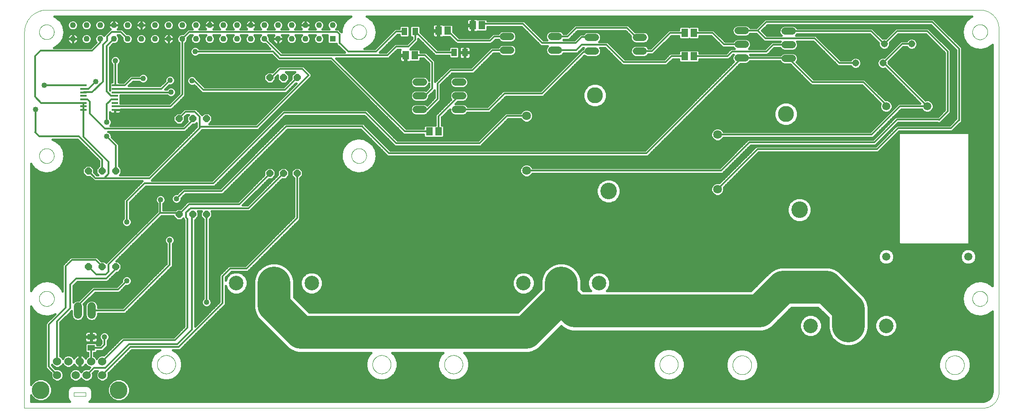
<source format=gtl>
G75*
%MOIN*%
%OFA0B0*%
%FSLAX25Y25*%
%IPPOS*%
%LPD*%
%AMOC8*
5,1,8,0,0,1.08239X$1,22.5*
%
%ADD10C,0.00000*%
%ADD11R,0.05118X0.05906*%
%ADD12C,0.05200*%
%ADD13C,0.05150*%
%ADD14C,0.05937*%
%ADD15C,0.05937*%
%ADD16R,0.04724X0.01575*%
%ADD17R,0.04331X0.05512*%
%ADD18R,0.05512X0.04331*%
%ADD19C,0.13000*%
%ADD20C,0.06000*%
%ADD21C,0.10650*%
%ADD22OC8,0.05150*%
%ADD23C,0.10630*%
%ADD24C,0.06450*%
%ADD25C,0.11700*%
%ADD26C,0.12100*%
%ADD27R,0.04362X0.04362*%
%ADD28C,0.04362*%
%ADD29C,0.04000*%
%ADD30C,0.01200*%
%ADD31C,0.24000*%
%ADD32C,0.01600*%
D10*
X0014298Y0022465D02*
X0014298Y0297465D01*
X0014299Y0297464D02*
X0014305Y0297857D01*
X0014321Y0298250D01*
X0014346Y0298642D01*
X0014380Y0299033D01*
X0014424Y0299423D01*
X0014478Y0299812D01*
X0014540Y0300200D01*
X0014613Y0300586D01*
X0014694Y0300971D01*
X0014785Y0301353D01*
X0014885Y0301733D01*
X0014994Y0302110D01*
X0015112Y0302485D01*
X0015239Y0302856D01*
X0015375Y0303225D01*
X0015520Y0303590D01*
X0015674Y0303951D01*
X0015836Y0304309D01*
X0016007Y0304663D01*
X0016187Y0305012D01*
X0016375Y0305357D01*
X0016571Y0305697D01*
X0016775Y0306033D01*
X0016988Y0306363D01*
X0017208Y0306688D01*
X0017436Y0307008D01*
X0017672Y0307322D01*
X0017915Y0307631D01*
X0018166Y0307933D01*
X0018424Y0308229D01*
X0018689Y0308519D01*
X0018961Y0308803D01*
X0019239Y0309080D01*
X0019525Y0309350D01*
X0019816Y0309613D01*
X0020114Y0309869D01*
X0020419Y0310117D01*
X0020729Y0310358D01*
X0021044Y0310592D01*
X0021366Y0310818D01*
X0021692Y0311036D01*
X0022024Y0311246D01*
X0022361Y0311448D01*
X0022703Y0311642D01*
X0023049Y0311828D01*
X0023400Y0312005D01*
X0023754Y0312173D01*
X0024113Y0312333D01*
X0024476Y0312485D01*
X0024842Y0312627D01*
X0025211Y0312761D01*
X0025584Y0312885D01*
X0025959Y0313001D01*
X0026337Y0313108D01*
X0026718Y0313205D01*
X0027101Y0313293D01*
X0027485Y0313372D01*
X0027872Y0313441D01*
X0028260Y0313501D01*
X0028650Y0313552D01*
X0029040Y0313593D01*
X0029432Y0313625D01*
X0029824Y0313648D01*
X0030217Y0313660D01*
X0030609Y0313664D01*
X0030609Y0313665D02*
X0712988Y0313665D01*
X0713320Y0313662D01*
X0713652Y0313652D01*
X0713984Y0313633D01*
X0714315Y0313606D01*
X0714646Y0313571D01*
X0714976Y0313529D01*
X0715304Y0313478D01*
X0715632Y0313419D01*
X0715957Y0313353D01*
X0716281Y0313278D01*
X0716603Y0313196D01*
X0716923Y0313106D01*
X0717241Y0313009D01*
X0717556Y0312903D01*
X0717869Y0312791D01*
X0718179Y0312670D01*
X0718486Y0312542D01*
X0718790Y0312407D01*
X0719090Y0312265D01*
X0719387Y0312115D01*
X0719680Y0311958D01*
X0719969Y0311794D01*
X0720254Y0311623D01*
X0720535Y0311446D01*
X0720812Y0311261D01*
X0721084Y0311070D01*
X0721351Y0310873D01*
X0721614Y0310669D01*
X0721871Y0310459D01*
X0722123Y0310242D01*
X0722370Y0310020D01*
X0722612Y0309791D01*
X0722848Y0309557D01*
X0723078Y0309318D01*
X0723303Y0309072D01*
X0723521Y0308822D01*
X0723733Y0308566D01*
X0723939Y0308305D01*
X0724139Y0308039D01*
X0724332Y0307769D01*
X0724519Y0307494D01*
X0724699Y0307214D01*
X0724872Y0306930D01*
X0725038Y0306643D01*
X0725197Y0306351D01*
X0725350Y0306055D01*
X0725495Y0305756D01*
X0725632Y0305453D01*
X0725762Y0305148D01*
X0725885Y0304839D01*
X0726001Y0304527D01*
X0726109Y0304212D01*
X0726209Y0303896D01*
X0726301Y0303576D01*
X0726386Y0303255D01*
X0726463Y0302931D01*
X0726532Y0302606D01*
X0726593Y0302280D01*
X0726647Y0301951D01*
X0726692Y0301622D01*
X0726729Y0301292D01*
X0726759Y0300961D01*
X0726780Y0300629D01*
X0726794Y0300297D01*
X0726799Y0299964D01*
X0726798Y0299965D02*
X0726798Y0034276D01*
X0726795Y0033991D01*
X0726784Y0033705D01*
X0726767Y0033420D01*
X0726743Y0033136D01*
X0726712Y0032852D01*
X0726674Y0032569D01*
X0726629Y0032288D01*
X0726578Y0032007D01*
X0726520Y0031727D01*
X0726455Y0031449D01*
X0726383Y0031173D01*
X0726305Y0030899D01*
X0726220Y0030626D01*
X0726128Y0030356D01*
X0726030Y0030088D01*
X0725926Y0029822D01*
X0725815Y0029559D01*
X0725698Y0029299D01*
X0725575Y0029041D01*
X0725445Y0028787D01*
X0725309Y0028536D01*
X0725168Y0028288D01*
X0725020Y0028044D01*
X0724867Y0027803D01*
X0724707Y0027567D01*
X0724542Y0027334D01*
X0724372Y0027105D01*
X0724196Y0026880D01*
X0724014Y0026660D01*
X0723828Y0026444D01*
X0723636Y0026233D01*
X0723439Y0026026D01*
X0723237Y0025824D01*
X0723030Y0025627D01*
X0722819Y0025435D01*
X0722603Y0025249D01*
X0722383Y0025067D01*
X0722158Y0024891D01*
X0721929Y0024721D01*
X0721696Y0024556D01*
X0721460Y0024396D01*
X0721219Y0024243D01*
X0720975Y0024095D01*
X0720727Y0023954D01*
X0720476Y0023818D01*
X0720222Y0023688D01*
X0719964Y0023565D01*
X0719704Y0023448D01*
X0719441Y0023337D01*
X0719175Y0023233D01*
X0718907Y0023135D01*
X0718637Y0023043D01*
X0718364Y0022958D01*
X0718090Y0022880D01*
X0717814Y0022808D01*
X0717536Y0022743D01*
X0717256Y0022685D01*
X0716975Y0022634D01*
X0716694Y0022589D01*
X0716411Y0022551D01*
X0716127Y0022520D01*
X0715843Y0022496D01*
X0715558Y0022479D01*
X0715272Y0022468D01*
X0714987Y0022465D01*
X0014298Y0022465D01*
X0050468Y0031228D02*
X0050468Y0033984D01*
X0059129Y0033984D01*
X0059129Y0031228D01*
X0050468Y0031228D01*
X0111358Y0054354D02*
X0111360Y0054518D01*
X0111366Y0054683D01*
X0111376Y0054847D01*
X0111390Y0055011D01*
X0111408Y0055174D01*
X0111431Y0055337D01*
X0111457Y0055499D01*
X0111487Y0055661D01*
X0111521Y0055822D01*
X0111559Y0055982D01*
X0111601Y0056141D01*
X0111646Y0056299D01*
X0111696Y0056456D01*
X0111750Y0056611D01*
X0111807Y0056765D01*
X0111868Y0056918D01*
X0111933Y0057069D01*
X0112001Y0057219D01*
X0112073Y0057366D01*
X0112149Y0057512D01*
X0112228Y0057656D01*
X0112311Y0057798D01*
X0112397Y0057938D01*
X0112487Y0058076D01*
X0112580Y0058212D01*
X0112677Y0058345D01*
X0112776Y0058476D01*
X0112879Y0058604D01*
X0112985Y0058730D01*
X0113094Y0058853D01*
X0113206Y0058974D01*
X0113320Y0059092D01*
X0113438Y0059206D01*
X0113559Y0059318D01*
X0113682Y0059427D01*
X0113808Y0059533D01*
X0113936Y0059636D01*
X0114067Y0059735D01*
X0114200Y0059832D01*
X0114336Y0059925D01*
X0114474Y0060015D01*
X0114614Y0060101D01*
X0114756Y0060184D01*
X0114900Y0060263D01*
X0115046Y0060339D01*
X0115193Y0060411D01*
X0115343Y0060479D01*
X0115494Y0060544D01*
X0115647Y0060605D01*
X0115801Y0060662D01*
X0115956Y0060716D01*
X0116113Y0060766D01*
X0116271Y0060811D01*
X0116430Y0060853D01*
X0116590Y0060891D01*
X0116751Y0060925D01*
X0116913Y0060955D01*
X0117075Y0060981D01*
X0117238Y0061004D01*
X0117401Y0061022D01*
X0117565Y0061036D01*
X0117729Y0061046D01*
X0117894Y0061052D01*
X0118058Y0061054D01*
X0118222Y0061052D01*
X0118387Y0061046D01*
X0118551Y0061036D01*
X0118715Y0061022D01*
X0118878Y0061004D01*
X0119041Y0060981D01*
X0119203Y0060955D01*
X0119365Y0060925D01*
X0119526Y0060891D01*
X0119686Y0060853D01*
X0119845Y0060811D01*
X0120003Y0060766D01*
X0120160Y0060716D01*
X0120315Y0060662D01*
X0120469Y0060605D01*
X0120622Y0060544D01*
X0120773Y0060479D01*
X0120923Y0060411D01*
X0121070Y0060339D01*
X0121216Y0060263D01*
X0121360Y0060184D01*
X0121502Y0060101D01*
X0121642Y0060015D01*
X0121780Y0059925D01*
X0121916Y0059832D01*
X0122049Y0059735D01*
X0122180Y0059636D01*
X0122308Y0059533D01*
X0122434Y0059427D01*
X0122557Y0059318D01*
X0122678Y0059206D01*
X0122796Y0059092D01*
X0122910Y0058974D01*
X0123022Y0058853D01*
X0123131Y0058730D01*
X0123237Y0058604D01*
X0123340Y0058476D01*
X0123439Y0058345D01*
X0123536Y0058212D01*
X0123629Y0058076D01*
X0123719Y0057938D01*
X0123805Y0057798D01*
X0123888Y0057656D01*
X0123967Y0057512D01*
X0124043Y0057366D01*
X0124115Y0057219D01*
X0124183Y0057069D01*
X0124248Y0056918D01*
X0124309Y0056765D01*
X0124366Y0056611D01*
X0124420Y0056456D01*
X0124470Y0056299D01*
X0124515Y0056141D01*
X0124557Y0055982D01*
X0124595Y0055822D01*
X0124629Y0055661D01*
X0124659Y0055499D01*
X0124685Y0055337D01*
X0124708Y0055174D01*
X0124726Y0055011D01*
X0124740Y0054847D01*
X0124750Y0054683D01*
X0124756Y0054518D01*
X0124758Y0054354D01*
X0124756Y0054190D01*
X0124750Y0054025D01*
X0124740Y0053861D01*
X0124726Y0053697D01*
X0124708Y0053534D01*
X0124685Y0053371D01*
X0124659Y0053209D01*
X0124629Y0053047D01*
X0124595Y0052886D01*
X0124557Y0052726D01*
X0124515Y0052567D01*
X0124470Y0052409D01*
X0124420Y0052252D01*
X0124366Y0052097D01*
X0124309Y0051943D01*
X0124248Y0051790D01*
X0124183Y0051639D01*
X0124115Y0051489D01*
X0124043Y0051342D01*
X0123967Y0051196D01*
X0123888Y0051052D01*
X0123805Y0050910D01*
X0123719Y0050770D01*
X0123629Y0050632D01*
X0123536Y0050496D01*
X0123439Y0050363D01*
X0123340Y0050232D01*
X0123237Y0050104D01*
X0123131Y0049978D01*
X0123022Y0049855D01*
X0122910Y0049734D01*
X0122796Y0049616D01*
X0122678Y0049502D01*
X0122557Y0049390D01*
X0122434Y0049281D01*
X0122308Y0049175D01*
X0122180Y0049072D01*
X0122049Y0048973D01*
X0121916Y0048876D01*
X0121780Y0048783D01*
X0121642Y0048693D01*
X0121502Y0048607D01*
X0121360Y0048524D01*
X0121216Y0048445D01*
X0121070Y0048369D01*
X0120923Y0048297D01*
X0120773Y0048229D01*
X0120622Y0048164D01*
X0120469Y0048103D01*
X0120315Y0048046D01*
X0120160Y0047992D01*
X0120003Y0047942D01*
X0119845Y0047897D01*
X0119686Y0047855D01*
X0119526Y0047817D01*
X0119365Y0047783D01*
X0119203Y0047753D01*
X0119041Y0047727D01*
X0118878Y0047704D01*
X0118715Y0047686D01*
X0118551Y0047672D01*
X0118387Y0047662D01*
X0118222Y0047656D01*
X0118058Y0047654D01*
X0117894Y0047656D01*
X0117729Y0047662D01*
X0117565Y0047672D01*
X0117401Y0047686D01*
X0117238Y0047704D01*
X0117075Y0047727D01*
X0116913Y0047753D01*
X0116751Y0047783D01*
X0116590Y0047817D01*
X0116430Y0047855D01*
X0116271Y0047897D01*
X0116113Y0047942D01*
X0115956Y0047992D01*
X0115801Y0048046D01*
X0115647Y0048103D01*
X0115494Y0048164D01*
X0115343Y0048229D01*
X0115193Y0048297D01*
X0115046Y0048369D01*
X0114900Y0048445D01*
X0114756Y0048524D01*
X0114614Y0048607D01*
X0114474Y0048693D01*
X0114336Y0048783D01*
X0114200Y0048876D01*
X0114067Y0048973D01*
X0113936Y0049072D01*
X0113808Y0049175D01*
X0113682Y0049281D01*
X0113559Y0049390D01*
X0113438Y0049502D01*
X0113320Y0049616D01*
X0113206Y0049734D01*
X0113094Y0049855D01*
X0112985Y0049978D01*
X0112879Y0050104D01*
X0112776Y0050232D01*
X0112677Y0050363D01*
X0112580Y0050496D01*
X0112487Y0050632D01*
X0112397Y0050770D01*
X0112311Y0050910D01*
X0112228Y0051052D01*
X0112149Y0051196D01*
X0112073Y0051342D01*
X0112001Y0051489D01*
X0111933Y0051639D01*
X0111868Y0051790D01*
X0111807Y0051943D01*
X0111750Y0052097D01*
X0111696Y0052252D01*
X0111646Y0052409D01*
X0111601Y0052567D01*
X0111559Y0052726D01*
X0111521Y0052886D01*
X0111487Y0053047D01*
X0111457Y0053209D01*
X0111431Y0053371D01*
X0111408Y0053534D01*
X0111390Y0053697D01*
X0111376Y0053861D01*
X0111366Y0054025D01*
X0111360Y0054190D01*
X0111358Y0054354D01*
X0025066Y0102465D02*
X0025068Y0102613D01*
X0025074Y0102761D01*
X0025084Y0102909D01*
X0025098Y0103056D01*
X0025116Y0103203D01*
X0025137Y0103349D01*
X0025163Y0103495D01*
X0025193Y0103640D01*
X0025226Y0103784D01*
X0025264Y0103927D01*
X0025305Y0104069D01*
X0025350Y0104210D01*
X0025398Y0104350D01*
X0025451Y0104489D01*
X0025507Y0104626D01*
X0025567Y0104761D01*
X0025630Y0104895D01*
X0025697Y0105027D01*
X0025768Y0105157D01*
X0025842Y0105285D01*
X0025919Y0105411D01*
X0026000Y0105535D01*
X0026084Y0105657D01*
X0026171Y0105776D01*
X0026262Y0105893D01*
X0026356Y0106008D01*
X0026452Y0106120D01*
X0026552Y0106230D01*
X0026654Y0106336D01*
X0026760Y0106440D01*
X0026868Y0106541D01*
X0026979Y0106639D01*
X0027092Y0106735D01*
X0027208Y0106827D01*
X0027326Y0106916D01*
X0027447Y0107001D01*
X0027570Y0107084D01*
X0027695Y0107163D01*
X0027822Y0107239D01*
X0027951Y0107311D01*
X0028082Y0107380D01*
X0028215Y0107445D01*
X0028350Y0107506D01*
X0028486Y0107564D01*
X0028623Y0107619D01*
X0028762Y0107669D01*
X0028903Y0107716D01*
X0029044Y0107759D01*
X0029187Y0107799D01*
X0029331Y0107834D01*
X0029475Y0107866D01*
X0029621Y0107893D01*
X0029767Y0107917D01*
X0029914Y0107937D01*
X0030061Y0107953D01*
X0030208Y0107965D01*
X0030356Y0107973D01*
X0030504Y0107977D01*
X0030652Y0107977D01*
X0030800Y0107973D01*
X0030948Y0107965D01*
X0031095Y0107953D01*
X0031242Y0107937D01*
X0031389Y0107917D01*
X0031535Y0107893D01*
X0031681Y0107866D01*
X0031825Y0107834D01*
X0031969Y0107799D01*
X0032112Y0107759D01*
X0032253Y0107716D01*
X0032394Y0107669D01*
X0032533Y0107619D01*
X0032670Y0107564D01*
X0032806Y0107506D01*
X0032941Y0107445D01*
X0033074Y0107380D01*
X0033205Y0107311D01*
X0033334Y0107239D01*
X0033461Y0107163D01*
X0033586Y0107084D01*
X0033709Y0107001D01*
X0033830Y0106916D01*
X0033948Y0106827D01*
X0034064Y0106735D01*
X0034177Y0106639D01*
X0034288Y0106541D01*
X0034396Y0106440D01*
X0034502Y0106336D01*
X0034604Y0106230D01*
X0034704Y0106120D01*
X0034800Y0106008D01*
X0034894Y0105893D01*
X0034985Y0105776D01*
X0035072Y0105657D01*
X0035156Y0105535D01*
X0035237Y0105411D01*
X0035314Y0105285D01*
X0035388Y0105157D01*
X0035459Y0105027D01*
X0035526Y0104895D01*
X0035589Y0104761D01*
X0035649Y0104626D01*
X0035705Y0104489D01*
X0035758Y0104350D01*
X0035806Y0104210D01*
X0035851Y0104069D01*
X0035892Y0103927D01*
X0035930Y0103784D01*
X0035963Y0103640D01*
X0035993Y0103495D01*
X0036019Y0103349D01*
X0036040Y0103203D01*
X0036058Y0103056D01*
X0036072Y0102909D01*
X0036082Y0102761D01*
X0036088Y0102613D01*
X0036090Y0102465D01*
X0036088Y0102317D01*
X0036082Y0102169D01*
X0036072Y0102021D01*
X0036058Y0101874D01*
X0036040Y0101727D01*
X0036019Y0101581D01*
X0035993Y0101435D01*
X0035963Y0101290D01*
X0035930Y0101146D01*
X0035892Y0101003D01*
X0035851Y0100861D01*
X0035806Y0100720D01*
X0035758Y0100580D01*
X0035705Y0100441D01*
X0035649Y0100304D01*
X0035589Y0100169D01*
X0035526Y0100035D01*
X0035459Y0099903D01*
X0035388Y0099773D01*
X0035314Y0099645D01*
X0035237Y0099519D01*
X0035156Y0099395D01*
X0035072Y0099273D01*
X0034985Y0099154D01*
X0034894Y0099037D01*
X0034800Y0098922D01*
X0034704Y0098810D01*
X0034604Y0098700D01*
X0034502Y0098594D01*
X0034396Y0098490D01*
X0034288Y0098389D01*
X0034177Y0098291D01*
X0034064Y0098195D01*
X0033948Y0098103D01*
X0033830Y0098014D01*
X0033709Y0097929D01*
X0033586Y0097846D01*
X0033461Y0097767D01*
X0033334Y0097691D01*
X0033205Y0097619D01*
X0033074Y0097550D01*
X0032941Y0097485D01*
X0032806Y0097424D01*
X0032670Y0097366D01*
X0032533Y0097311D01*
X0032394Y0097261D01*
X0032253Y0097214D01*
X0032112Y0097171D01*
X0031969Y0097131D01*
X0031825Y0097096D01*
X0031681Y0097064D01*
X0031535Y0097037D01*
X0031389Y0097013D01*
X0031242Y0096993D01*
X0031095Y0096977D01*
X0030948Y0096965D01*
X0030800Y0096957D01*
X0030652Y0096953D01*
X0030504Y0096953D01*
X0030356Y0096957D01*
X0030208Y0096965D01*
X0030061Y0096977D01*
X0029914Y0096993D01*
X0029767Y0097013D01*
X0029621Y0097037D01*
X0029475Y0097064D01*
X0029331Y0097096D01*
X0029187Y0097131D01*
X0029044Y0097171D01*
X0028903Y0097214D01*
X0028762Y0097261D01*
X0028623Y0097311D01*
X0028486Y0097366D01*
X0028350Y0097424D01*
X0028215Y0097485D01*
X0028082Y0097550D01*
X0027951Y0097619D01*
X0027822Y0097691D01*
X0027695Y0097767D01*
X0027570Y0097846D01*
X0027447Y0097929D01*
X0027326Y0098014D01*
X0027208Y0098103D01*
X0027092Y0098195D01*
X0026979Y0098291D01*
X0026868Y0098389D01*
X0026760Y0098490D01*
X0026654Y0098594D01*
X0026552Y0098700D01*
X0026452Y0098810D01*
X0026356Y0098922D01*
X0026262Y0099037D01*
X0026171Y0099154D01*
X0026084Y0099273D01*
X0026000Y0099395D01*
X0025919Y0099519D01*
X0025842Y0099645D01*
X0025768Y0099773D01*
X0025697Y0099903D01*
X0025630Y0100035D01*
X0025567Y0100169D01*
X0025507Y0100304D01*
X0025451Y0100441D01*
X0025398Y0100580D01*
X0025350Y0100720D01*
X0025305Y0100861D01*
X0025264Y0101003D01*
X0025226Y0101146D01*
X0025193Y0101290D01*
X0025163Y0101435D01*
X0025137Y0101581D01*
X0025116Y0101727D01*
X0025098Y0101874D01*
X0025084Y0102021D01*
X0025074Y0102169D01*
X0025068Y0102317D01*
X0025066Y0102465D01*
X0025165Y0206913D02*
X0025167Y0207060D01*
X0025173Y0207206D01*
X0025183Y0207352D01*
X0025197Y0207498D01*
X0025215Y0207644D01*
X0025236Y0207789D01*
X0025262Y0207933D01*
X0025292Y0208077D01*
X0025325Y0208219D01*
X0025362Y0208361D01*
X0025403Y0208502D01*
X0025448Y0208641D01*
X0025497Y0208780D01*
X0025549Y0208917D01*
X0025606Y0209052D01*
X0025665Y0209186D01*
X0025729Y0209318D01*
X0025796Y0209448D01*
X0025866Y0209577D01*
X0025940Y0209704D01*
X0026017Y0209828D01*
X0026098Y0209951D01*
X0026182Y0210071D01*
X0026269Y0210189D01*
X0026359Y0210304D01*
X0026452Y0210417D01*
X0026549Y0210528D01*
X0026648Y0210636D01*
X0026750Y0210741D01*
X0026855Y0210843D01*
X0026963Y0210942D01*
X0027074Y0211039D01*
X0027187Y0211132D01*
X0027302Y0211222D01*
X0027420Y0211309D01*
X0027540Y0211393D01*
X0027663Y0211474D01*
X0027787Y0211551D01*
X0027914Y0211625D01*
X0028043Y0211695D01*
X0028173Y0211762D01*
X0028305Y0211826D01*
X0028439Y0211885D01*
X0028574Y0211942D01*
X0028711Y0211994D01*
X0028850Y0212043D01*
X0028989Y0212088D01*
X0029130Y0212129D01*
X0029272Y0212166D01*
X0029414Y0212199D01*
X0029558Y0212229D01*
X0029702Y0212255D01*
X0029847Y0212276D01*
X0029993Y0212294D01*
X0030139Y0212308D01*
X0030285Y0212318D01*
X0030431Y0212324D01*
X0030578Y0212326D01*
X0030725Y0212324D01*
X0030871Y0212318D01*
X0031017Y0212308D01*
X0031163Y0212294D01*
X0031309Y0212276D01*
X0031454Y0212255D01*
X0031598Y0212229D01*
X0031742Y0212199D01*
X0031884Y0212166D01*
X0032026Y0212129D01*
X0032167Y0212088D01*
X0032306Y0212043D01*
X0032445Y0211994D01*
X0032582Y0211942D01*
X0032717Y0211885D01*
X0032851Y0211826D01*
X0032983Y0211762D01*
X0033113Y0211695D01*
X0033242Y0211625D01*
X0033369Y0211551D01*
X0033493Y0211474D01*
X0033616Y0211393D01*
X0033736Y0211309D01*
X0033854Y0211222D01*
X0033969Y0211132D01*
X0034082Y0211039D01*
X0034193Y0210942D01*
X0034301Y0210843D01*
X0034406Y0210741D01*
X0034508Y0210636D01*
X0034607Y0210528D01*
X0034704Y0210417D01*
X0034797Y0210304D01*
X0034887Y0210189D01*
X0034974Y0210071D01*
X0035058Y0209951D01*
X0035139Y0209828D01*
X0035216Y0209704D01*
X0035290Y0209577D01*
X0035360Y0209448D01*
X0035427Y0209318D01*
X0035491Y0209186D01*
X0035550Y0209052D01*
X0035607Y0208917D01*
X0035659Y0208780D01*
X0035708Y0208641D01*
X0035753Y0208502D01*
X0035794Y0208361D01*
X0035831Y0208219D01*
X0035864Y0208077D01*
X0035894Y0207933D01*
X0035920Y0207789D01*
X0035941Y0207644D01*
X0035959Y0207498D01*
X0035973Y0207352D01*
X0035983Y0207206D01*
X0035989Y0207060D01*
X0035991Y0206913D01*
X0035989Y0206766D01*
X0035983Y0206620D01*
X0035973Y0206474D01*
X0035959Y0206328D01*
X0035941Y0206182D01*
X0035920Y0206037D01*
X0035894Y0205893D01*
X0035864Y0205749D01*
X0035831Y0205607D01*
X0035794Y0205465D01*
X0035753Y0205324D01*
X0035708Y0205185D01*
X0035659Y0205046D01*
X0035607Y0204909D01*
X0035550Y0204774D01*
X0035491Y0204640D01*
X0035427Y0204508D01*
X0035360Y0204378D01*
X0035290Y0204249D01*
X0035216Y0204122D01*
X0035139Y0203998D01*
X0035058Y0203875D01*
X0034974Y0203755D01*
X0034887Y0203637D01*
X0034797Y0203522D01*
X0034704Y0203409D01*
X0034607Y0203298D01*
X0034508Y0203190D01*
X0034406Y0203085D01*
X0034301Y0202983D01*
X0034193Y0202884D01*
X0034082Y0202787D01*
X0033969Y0202694D01*
X0033854Y0202604D01*
X0033736Y0202517D01*
X0033616Y0202433D01*
X0033493Y0202352D01*
X0033369Y0202275D01*
X0033242Y0202201D01*
X0033113Y0202131D01*
X0032983Y0202064D01*
X0032851Y0202000D01*
X0032717Y0201941D01*
X0032582Y0201884D01*
X0032445Y0201832D01*
X0032306Y0201783D01*
X0032167Y0201738D01*
X0032026Y0201697D01*
X0031884Y0201660D01*
X0031742Y0201627D01*
X0031598Y0201597D01*
X0031454Y0201571D01*
X0031309Y0201550D01*
X0031163Y0201532D01*
X0031017Y0201518D01*
X0030871Y0201508D01*
X0030725Y0201502D01*
X0030578Y0201500D01*
X0030431Y0201502D01*
X0030285Y0201508D01*
X0030139Y0201518D01*
X0029993Y0201532D01*
X0029847Y0201550D01*
X0029702Y0201571D01*
X0029558Y0201597D01*
X0029414Y0201627D01*
X0029272Y0201660D01*
X0029130Y0201697D01*
X0028989Y0201738D01*
X0028850Y0201783D01*
X0028711Y0201832D01*
X0028574Y0201884D01*
X0028439Y0201941D01*
X0028305Y0202000D01*
X0028173Y0202064D01*
X0028043Y0202131D01*
X0027914Y0202201D01*
X0027787Y0202275D01*
X0027663Y0202352D01*
X0027540Y0202433D01*
X0027420Y0202517D01*
X0027302Y0202604D01*
X0027187Y0202694D01*
X0027074Y0202787D01*
X0026963Y0202884D01*
X0026855Y0202983D01*
X0026750Y0203085D01*
X0026648Y0203190D01*
X0026549Y0203298D01*
X0026452Y0203409D01*
X0026359Y0203522D01*
X0026269Y0203637D01*
X0026182Y0203755D01*
X0026098Y0203875D01*
X0026017Y0203998D01*
X0025940Y0204122D01*
X0025866Y0204249D01*
X0025796Y0204378D01*
X0025729Y0204508D01*
X0025665Y0204640D01*
X0025606Y0204774D01*
X0025549Y0204909D01*
X0025497Y0205046D01*
X0025448Y0205185D01*
X0025403Y0205324D01*
X0025362Y0205465D01*
X0025325Y0205607D01*
X0025292Y0205749D01*
X0025262Y0205893D01*
X0025236Y0206037D01*
X0025215Y0206182D01*
X0025197Y0206328D01*
X0025183Y0206474D01*
X0025173Y0206620D01*
X0025167Y0206766D01*
X0025165Y0206913D01*
X0025165Y0297465D02*
X0025167Y0297612D01*
X0025173Y0297758D01*
X0025183Y0297904D01*
X0025197Y0298050D01*
X0025215Y0298196D01*
X0025236Y0298341D01*
X0025262Y0298485D01*
X0025292Y0298629D01*
X0025325Y0298771D01*
X0025362Y0298913D01*
X0025403Y0299054D01*
X0025448Y0299193D01*
X0025497Y0299332D01*
X0025549Y0299469D01*
X0025606Y0299604D01*
X0025665Y0299738D01*
X0025729Y0299870D01*
X0025796Y0300000D01*
X0025866Y0300129D01*
X0025940Y0300256D01*
X0026017Y0300380D01*
X0026098Y0300503D01*
X0026182Y0300623D01*
X0026269Y0300741D01*
X0026359Y0300856D01*
X0026452Y0300969D01*
X0026549Y0301080D01*
X0026648Y0301188D01*
X0026750Y0301293D01*
X0026855Y0301395D01*
X0026963Y0301494D01*
X0027074Y0301591D01*
X0027187Y0301684D01*
X0027302Y0301774D01*
X0027420Y0301861D01*
X0027540Y0301945D01*
X0027663Y0302026D01*
X0027787Y0302103D01*
X0027914Y0302177D01*
X0028043Y0302247D01*
X0028173Y0302314D01*
X0028305Y0302378D01*
X0028439Y0302437D01*
X0028574Y0302494D01*
X0028711Y0302546D01*
X0028850Y0302595D01*
X0028989Y0302640D01*
X0029130Y0302681D01*
X0029272Y0302718D01*
X0029414Y0302751D01*
X0029558Y0302781D01*
X0029702Y0302807D01*
X0029847Y0302828D01*
X0029993Y0302846D01*
X0030139Y0302860D01*
X0030285Y0302870D01*
X0030431Y0302876D01*
X0030578Y0302878D01*
X0030725Y0302876D01*
X0030871Y0302870D01*
X0031017Y0302860D01*
X0031163Y0302846D01*
X0031309Y0302828D01*
X0031454Y0302807D01*
X0031598Y0302781D01*
X0031742Y0302751D01*
X0031884Y0302718D01*
X0032026Y0302681D01*
X0032167Y0302640D01*
X0032306Y0302595D01*
X0032445Y0302546D01*
X0032582Y0302494D01*
X0032717Y0302437D01*
X0032851Y0302378D01*
X0032983Y0302314D01*
X0033113Y0302247D01*
X0033242Y0302177D01*
X0033369Y0302103D01*
X0033493Y0302026D01*
X0033616Y0301945D01*
X0033736Y0301861D01*
X0033854Y0301774D01*
X0033969Y0301684D01*
X0034082Y0301591D01*
X0034193Y0301494D01*
X0034301Y0301395D01*
X0034406Y0301293D01*
X0034508Y0301188D01*
X0034607Y0301080D01*
X0034704Y0300969D01*
X0034797Y0300856D01*
X0034887Y0300741D01*
X0034974Y0300623D01*
X0035058Y0300503D01*
X0035139Y0300380D01*
X0035216Y0300256D01*
X0035290Y0300129D01*
X0035360Y0300000D01*
X0035427Y0299870D01*
X0035491Y0299738D01*
X0035550Y0299604D01*
X0035607Y0299469D01*
X0035659Y0299332D01*
X0035708Y0299193D01*
X0035753Y0299054D01*
X0035794Y0298913D01*
X0035831Y0298771D01*
X0035864Y0298629D01*
X0035894Y0298485D01*
X0035920Y0298341D01*
X0035941Y0298196D01*
X0035959Y0298050D01*
X0035973Y0297904D01*
X0035983Y0297758D01*
X0035989Y0297612D01*
X0035991Y0297465D01*
X0035989Y0297318D01*
X0035983Y0297172D01*
X0035973Y0297026D01*
X0035959Y0296880D01*
X0035941Y0296734D01*
X0035920Y0296589D01*
X0035894Y0296445D01*
X0035864Y0296301D01*
X0035831Y0296159D01*
X0035794Y0296017D01*
X0035753Y0295876D01*
X0035708Y0295737D01*
X0035659Y0295598D01*
X0035607Y0295461D01*
X0035550Y0295326D01*
X0035491Y0295192D01*
X0035427Y0295060D01*
X0035360Y0294930D01*
X0035290Y0294801D01*
X0035216Y0294674D01*
X0035139Y0294550D01*
X0035058Y0294427D01*
X0034974Y0294307D01*
X0034887Y0294189D01*
X0034797Y0294074D01*
X0034704Y0293961D01*
X0034607Y0293850D01*
X0034508Y0293742D01*
X0034406Y0293637D01*
X0034301Y0293535D01*
X0034193Y0293436D01*
X0034082Y0293339D01*
X0033969Y0293246D01*
X0033854Y0293156D01*
X0033736Y0293069D01*
X0033616Y0292985D01*
X0033493Y0292904D01*
X0033369Y0292827D01*
X0033242Y0292753D01*
X0033113Y0292683D01*
X0032983Y0292616D01*
X0032851Y0292552D01*
X0032717Y0292493D01*
X0032582Y0292436D01*
X0032445Y0292384D01*
X0032306Y0292335D01*
X0032167Y0292290D01*
X0032026Y0292249D01*
X0031884Y0292212D01*
X0031742Y0292179D01*
X0031598Y0292149D01*
X0031454Y0292123D01*
X0031309Y0292102D01*
X0031163Y0292084D01*
X0031017Y0292070D01*
X0030871Y0292060D01*
X0030725Y0292054D01*
X0030578Y0292052D01*
X0030431Y0292054D01*
X0030285Y0292060D01*
X0030139Y0292070D01*
X0029993Y0292084D01*
X0029847Y0292102D01*
X0029702Y0292123D01*
X0029558Y0292149D01*
X0029414Y0292179D01*
X0029272Y0292212D01*
X0029130Y0292249D01*
X0028989Y0292290D01*
X0028850Y0292335D01*
X0028711Y0292384D01*
X0028574Y0292436D01*
X0028439Y0292493D01*
X0028305Y0292552D01*
X0028173Y0292616D01*
X0028043Y0292683D01*
X0027914Y0292753D01*
X0027787Y0292827D01*
X0027663Y0292904D01*
X0027540Y0292985D01*
X0027420Y0293069D01*
X0027302Y0293156D01*
X0027187Y0293246D01*
X0027074Y0293339D01*
X0026963Y0293436D01*
X0026855Y0293535D01*
X0026750Y0293637D01*
X0026648Y0293742D01*
X0026549Y0293850D01*
X0026452Y0293961D01*
X0026359Y0294074D01*
X0026269Y0294189D01*
X0026182Y0294307D01*
X0026098Y0294427D01*
X0026017Y0294550D01*
X0025940Y0294674D01*
X0025866Y0294801D01*
X0025796Y0294930D01*
X0025729Y0295060D01*
X0025665Y0295192D01*
X0025606Y0295326D01*
X0025549Y0295461D01*
X0025497Y0295598D01*
X0025448Y0295737D01*
X0025403Y0295876D01*
X0025362Y0296017D01*
X0025325Y0296159D01*
X0025292Y0296301D01*
X0025262Y0296445D01*
X0025236Y0296589D01*
X0025215Y0296734D01*
X0025197Y0296880D01*
X0025183Y0297026D01*
X0025173Y0297172D01*
X0025167Y0297318D01*
X0025165Y0297465D01*
X0253511Y0297465D02*
X0253513Y0297612D01*
X0253519Y0297758D01*
X0253529Y0297904D01*
X0253543Y0298050D01*
X0253561Y0298196D01*
X0253582Y0298341D01*
X0253608Y0298485D01*
X0253638Y0298629D01*
X0253671Y0298771D01*
X0253708Y0298913D01*
X0253749Y0299054D01*
X0253794Y0299193D01*
X0253843Y0299332D01*
X0253895Y0299469D01*
X0253952Y0299604D01*
X0254011Y0299738D01*
X0254075Y0299870D01*
X0254142Y0300000D01*
X0254212Y0300129D01*
X0254286Y0300256D01*
X0254363Y0300380D01*
X0254444Y0300503D01*
X0254528Y0300623D01*
X0254615Y0300741D01*
X0254705Y0300856D01*
X0254798Y0300969D01*
X0254895Y0301080D01*
X0254994Y0301188D01*
X0255096Y0301293D01*
X0255201Y0301395D01*
X0255309Y0301494D01*
X0255420Y0301591D01*
X0255533Y0301684D01*
X0255648Y0301774D01*
X0255766Y0301861D01*
X0255886Y0301945D01*
X0256009Y0302026D01*
X0256133Y0302103D01*
X0256260Y0302177D01*
X0256389Y0302247D01*
X0256519Y0302314D01*
X0256651Y0302378D01*
X0256785Y0302437D01*
X0256920Y0302494D01*
X0257057Y0302546D01*
X0257196Y0302595D01*
X0257335Y0302640D01*
X0257476Y0302681D01*
X0257618Y0302718D01*
X0257760Y0302751D01*
X0257904Y0302781D01*
X0258048Y0302807D01*
X0258193Y0302828D01*
X0258339Y0302846D01*
X0258485Y0302860D01*
X0258631Y0302870D01*
X0258777Y0302876D01*
X0258924Y0302878D01*
X0259071Y0302876D01*
X0259217Y0302870D01*
X0259363Y0302860D01*
X0259509Y0302846D01*
X0259655Y0302828D01*
X0259800Y0302807D01*
X0259944Y0302781D01*
X0260088Y0302751D01*
X0260230Y0302718D01*
X0260372Y0302681D01*
X0260513Y0302640D01*
X0260652Y0302595D01*
X0260791Y0302546D01*
X0260928Y0302494D01*
X0261063Y0302437D01*
X0261197Y0302378D01*
X0261329Y0302314D01*
X0261459Y0302247D01*
X0261588Y0302177D01*
X0261715Y0302103D01*
X0261839Y0302026D01*
X0261962Y0301945D01*
X0262082Y0301861D01*
X0262200Y0301774D01*
X0262315Y0301684D01*
X0262428Y0301591D01*
X0262539Y0301494D01*
X0262647Y0301395D01*
X0262752Y0301293D01*
X0262854Y0301188D01*
X0262953Y0301080D01*
X0263050Y0300969D01*
X0263143Y0300856D01*
X0263233Y0300741D01*
X0263320Y0300623D01*
X0263404Y0300503D01*
X0263485Y0300380D01*
X0263562Y0300256D01*
X0263636Y0300129D01*
X0263706Y0300000D01*
X0263773Y0299870D01*
X0263837Y0299738D01*
X0263896Y0299604D01*
X0263953Y0299469D01*
X0264005Y0299332D01*
X0264054Y0299193D01*
X0264099Y0299054D01*
X0264140Y0298913D01*
X0264177Y0298771D01*
X0264210Y0298629D01*
X0264240Y0298485D01*
X0264266Y0298341D01*
X0264287Y0298196D01*
X0264305Y0298050D01*
X0264319Y0297904D01*
X0264329Y0297758D01*
X0264335Y0297612D01*
X0264337Y0297465D01*
X0264335Y0297318D01*
X0264329Y0297172D01*
X0264319Y0297026D01*
X0264305Y0296880D01*
X0264287Y0296734D01*
X0264266Y0296589D01*
X0264240Y0296445D01*
X0264210Y0296301D01*
X0264177Y0296159D01*
X0264140Y0296017D01*
X0264099Y0295876D01*
X0264054Y0295737D01*
X0264005Y0295598D01*
X0263953Y0295461D01*
X0263896Y0295326D01*
X0263837Y0295192D01*
X0263773Y0295060D01*
X0263706Y0294930D01*
X0263636Y0294801D01*
X0263562Y0294674D01*
X0263485Y0294550D01*
X0263404Y0294427D01*
X0263320Y0294307D01*
X0263233Y0294189D01*
X0263143Y0294074D01*
X0263050Y0293961D01*
X0262953Y0293850D01*
X0262854Y0293742D01*
X0262752Y0293637D01*
X0262647Y0293535D01*
X0262539Y0293436D01*
X0262428Y0293339D01*
X0262315Y0293246D01*
X0262200Y0293156D01*
X0262082Y0293069D01*
X0261962Y0292985D01*
X0261839Y0292904D01*
X0261715Y0292827D01*
X0261588Y0292753D01*
X0261459Y0292683D01*
X0261329Y0292616D01*
X0261197Y0292552D01*
X0261063Y0292493D01*
X0260928Y0292436D01*
X0260791Y0292384D01*
X0260652Y0292335D01*
X0260513Y0292290D01*
X0260372Y0292249D01*
X0260230Y0292212D01*
X0260088Y0292179D01*
X0259944Y0292149D01*
X0259800Y0292123D01*
X0259655Y0292102D01*
X0259509Y0292084D01*
X0259363Y0292070D01*
X0259217Y0292060D01*
X0259071Y0292054D01*
X0258924Y0292052D01*
X0258777Y0292054D01*
X0258631Y0292060D01*
X0258485Y0292070D01*
X0258339Y0292084D01*
X0258193Y0292102D01*
X0258048Y0292123D01*
X0257904Y0292149D01*
X0257760Y0292179D01*
X0257618Y0292212D01*
X0257476Y0292249D01*
X0257335Y0292290D01*
X0257196Y0292335D01*
X0257057Y0292384D01*
X0256920Y0292436D01*
X0256785Y0292493D01*
X0256651Y0292552D01*
X0256519Y0292616D01*
X0256389Y0292683D01*
X0256260Y0292753D01*
X0256133Y0292827D01*
X0256009Y0292904D01*
X0255886Y0292985D01*
X0255766Y0293069D01*
X0255648Y0293156D01*
X0255533Y0293246D01*
X0255420Y0293339D01*
X0255309Y0293436D01*
X0255201Y0293535D01*
X0255096Y0293637D01*
X0254994Y0293742D01*
X0254895Y0293850D01*
X0254798Y0293961D01*
X0254705Y0294074D01*
X0254615Y0294189D01*
X0254528Y0294307D01*
X0254444Y0294427D01*
X0254363Y0294550D01*
X0254286Y0294674D01*
X0254212Y0294801D01*
X0254142Y0294930D01*
X0254075Y0295060D01*
X0254011Y0295192D01*
X0253952Y0295326D01*
X0253895Y0295461D01*
X0253843Y0295598D01*
X0253794Y0295737D01*
X0253749Y0295876D01*
X0253708Y0296017D01*
X0253671Y0296159D01*
X0253638Y0296301D01*
X0253608Y0296445D01*
X0253582Y0296589D01*
X0253561Y0296734D01*
X0253543Y0296880D01*
X0253529Y0297026D01*
X0253519Y0297172D01*
X0253513Y0297318D01*
X0253511Y0297465D01*
X0253511Y0206913D02*
X0253513Y0207060D01*
X0253519Y0207206D01*
X0253529Y0207352D01*
X0253543Y0207498D01*
X0253561Y0207644D01*
X0253582Y0207789D01*
X0253608Y0207933D01*
X0253638Y0208077D01*
X0253671Y0208219D01*
X0253708Y0208361D01*
X0253749Y0208502D01*
X0253794Y0208641D01*
X0253843Y0208780D01*
X0253895Y0208917D01*
X0253952Y0209052D01*
X0254011Y0209186D01*
X0254075Y0209318D01*
X0254142Y0209448D01*
X0254212Y0209577D01*
X0254286Y0209704D01*
X0254363Y0209828D01*
X0254444Y0209951D01*
X0254528Y0210071D01*
X0254615Y0210189D01*
X0254705Y0210304D01*
X0254798Y0210417D01*
X0254895Y0210528D01*
X0254994Y0210636D01*
X0255096Y0210741D01*
X0255201Y0210843D01*
X0255309Y0210942D01*
X0255420Y0211039D01*
X0255533Y0211132D01*
X0255648Y0211222D01*
X0255766Y0211309D01*
X0255886Y0211393D01*
X0256009Y0211474D01*
X0256133Y0211551D01*
X0256260Y0211625D01*
X0256389Y0211695D01*
X0256519Y0211762D01*
X0256651Y0211826D01*
X0256785Y0211885D01*
X0256920Y0211942D01*
X0257057Y0211994D01*
X0257196Y0212043D01*
X0257335Y0212088D01*
X0257476Y0212129D01*
X0257618Y0212166D01*
X0257760Y0212199D01*
X0257904Y0212229D01*
X0258048Y0212255D01*
X0258193Y0212276D01*
X0258339Y0212294D01*
X0258485Y0212308D01*
X0258631Y0212318D01*
X0258777Y0212324D01*
X0258924Y0212326D01*
X0259071Y0212324D01*
X0259217Y0212318D01*
X0259363Y0212308D01*
X0259509Y0212294D01*
X0259655Y0212276D01*
X0259800Y0212255D01*
X0259944Y0212229D01*
X0260088Y0212199D01*
X0260230Y0212166D01*
X0260372Y0212129D01*
X0260513Y0212088D01*
X0260652Y0212043D01*
X0260791Y0211994D01*
X0260928Y0211942D01*
X0261063Y0211885D01*
X0261197Y0211826D01*
X0261329Y0211762D01*
X0261459Y0211695D01*
X0261588Y0211625D01*
X0261715Y0211551D01*
X0261839Y0211474D01*
X0261962Y0211393D01*
X0262082Y0211309D01*
X0262200Y0211222D01*
X0262315Y0211132D01*
X0262428Y0211039D01*
X0262539Y0210942D01*
X0262647Y0210843D01*
X0262752Y0210741D01*
X0262854Y0210636D01*
X0262953Y0210528D01*
X0263050Y0210417D01*
X0263143Y0210304D01*
X0263233Y0210189D01*
X0263320Y0210071D01*
X0263404Y0209951D01*
X0263485Y0209828D01*
X0263562Y0209704D01*
X0263636Y0209577D01*
X0263706Y0209448D01*
X0263773Y0209318D01*
X0263837Y0209186D01*
X0263896Y0209052D01*
X0263953Y0208917D01*
X0264005Y0208780D01*
X0264054Y0208641D01*
X0264099Y0208502D01*
X0264140Y0208361D01*
X0264177Y0208219D01*
X0264210Y0208077D01*
X0264240Y0207933D01*
X0264266Y0207789D01*
X0264287Y0207644D01*
X0264305Y0207498D01*
X0264319Y0207352D01*
X0264329Y0207206D01*
X0264335Y0207060D01*
X0264337Y0206913D01*
X0264335Y0206766D01*
X0264329Y0206620D01*
X0264319Y0206474D01*
X0264305Y0206328D01*
X0264287Y0206182D01*
X0264266Y0206037D01*
X0264240Y0205893D01*
X0264210Y0205749D01*
X0264177Y0205607D01*
X0264140Y0205465D01*
X0264099Y0205324D01*
X0264054Y0205185D01*
X0264005Y0205046D01*
X0263953Y0204909D01*
X0263896Y0204774D01*
X0263837Y0204640D01*
X0263773Y0204508D01*
X0263706Y0204378D01*
X0263636Y0204249D01*
X0263562Y0204122D01*
X0263485Y0203998D01*
X0263404Y0203875D01*
X0263320Y0203755D01*
X0263233Y0203637D01*
X0263143Y0203522D01*
X0263050Y0203409D01*
X0262953Y0203298D01*
X0262854Y0203190D01*
X0262752Y0203085D01*
X0262647Y0202983D01*
X0262539Y0202884D01*
X0262428Y0202787D01*
X0262315Y0202694D01*
X0262200Y0202604D01*
X0262082Y0202517D01*
X0261962Y0202433D01*
X0261839Y0202352D01*
X0261715Y0202275D01*
X0261588Y0202201D01*
X0261459Y0202131D01*
X0261329Y0202064D01*
X0261197Y0202000D01*
X0261063Y0201941D01*
X0260928Y0201884D01*
X0260791Y0201832D01*
X0260652Y0201783D01*
X0260513Y0201738D01*
X0260372Y0201697D01*
X0260230Y0201660D01*
X0260088Y0201627D01*
X0259944Y0201597D01*
X0259800Y0201571D01*
X0259655Y0201550D01*
X0259509Y0201532D01*
X0259363Y0201518D01*
X0259217Y0201508D01*
X0259071Y0201502D01*
X0258924Y0201500D01*
X0258777Y0201502D01*
X0258631Y0201508D01*
X0258485Y0201518D01*
X0258339Y0201532D01*
X0258193Y0201550D01*
X0258048Y0201571D01*
X0257904Y0201597D01*
X0257760Y0201627D01*
X0257618Y0201660D01*
X0257476Y0201697D01*
X0257335Y0201738D01*
X0257196Y0201783D01*
X0257057Y0201832D01*
X0256920Y0201884D01*
X0256785Y0201941D01*
X0256651Y0202000D01*
X0256519Y0202064D01*
X0256389Y0202131D01*
X0256260Y0202201D01*
X0256133Y0202275D01*
X0256009Y0202352D01*
X0255886Y0202433D01*
X0255766Y0202517D01*
X0255648Y0202604D01*
X0255533Y0202694D01*
X0255420Y0202787D01*
X0255309Y0202884D01*
X0255201Y0202983D01*
X0255096Y0203085D01*
X0254994Y0203190D01*
X0254895Y0203298D01*
X0254798Y0203409D01*
X0254705Y0203522D01*
X0254615Y0203637D01*
X0254528Y0203755D01*
X0254444Y0203875D01*
X0254363Y0203998D01*
X0254286Y0204122D01*
X0254212Y0204249D01*
X0254142Y0204378D01*
X0254075Y0204508D01*
X0254011Y0204640D01*
X0253952Y0204774D01*
X0253895Y0204909D01*
X0253843Y0205046D01*
X0253794Y0205185D01*
X0253749Y0205324D01*
X0253708Y0205465D01*
X0253671Y0205607D01*
X0253638Y0205749D01*
X0253608Y0205893D01*
X0253582Y0206037D01*
X0253561Y0206182D01*
X0253543Y0206328D01*
X0253529Y0206474D01*
X0253519Y0206620D01*
X0253513Y0206766D01*
X0253511Y0206913D01*
X0268839Y0054354D02*
X0268841Y0054518D01*
X0268847Y0054683D01*
X0268857Y0054847D01*
X0268871Y0055011D01*
X0268889Y0055174D01*
X0268912Y0055337D01*
X0268938Y0055499D01*
X0268968Y0055661D01*
X0269002Y0055822D01*
X0269040Y0055982D01*
X0269082Y0056141D01*
X0269127Y0056299D01*
X0269177Y0056456D01*
X0269231Y0056611D01*
X0269288Y0056765D01*
X0269349Y0056918D01*
X0269414Y0057069D01*
X0269482Y0057219D01*
X0269554Y0057366D01*
X0269630Y0057512D01*
X0269709Y0057656D01*
X0269792Y0057798D01*
X0269878Y0057938D01*
X0269968Y0058076D01*
X0270061Y0058212D01*
X0270158Y0058345D01*
X0270257Y0058476D01*
X0270360Y0058604D01*
X0270466Y0058730D01*
X0270575Y0058853D01*
X0270687Y0058974D01*
X0270801Y0059092D01*
X0270919Y0059206D01*
X0271040Y0059318D01*
X0271163Y0059427D01*
X0271289Y0059533D01*
X0271417Y0059636D01*
X0271548Y0059735D01*
X0271681Y0059832D01*
X0271817Y0059925D01*
X0271955Y0060015D01*
X0272095Y0060101D01*
X0272237Y0060184D01*
X0272381Y0060263D01*
X0272527Y0060339D01*
X0272674Y0060411D01*
X0272824Y0060479D01*
X0272975Y0060544D01*
X0273128Y0060605D01*
X0273282Y0060662D01*
X0273437Y0060716D01*
X0273594Y0060766D01*
X0273752Y0060811D01*
X0273911Y0060853D01*
X0274071Y0060891D01*
X0274232Y0060925D01*
X0274394Y0060955D01*
X0274556Y0060981D01*
X0274719Y0061004D01*
X0274882Y0061022D01*
X0275046Y0061036D01*
X0275210Y0061046D01*
X0275375Y0061052D01*
X0275539Y0061054D01*
X0275703Y0061052D01*
X0275868Y0061046D01*
X0276032Y0061036D01*
X0276196Y0061022D01*
X0276359Y0061004D01*
X0276522Y0060981D01*
X0276684Y0060955D01*
X0276846Y0060925D01*
X0277007Y0060891D01*
X0277167Y0060853D01*
X0277326Y0060811D01*
X0277484Y0060766D01*
X0277641Y0060716D01*
X0277796Y0060662D01*
X0277950Y0060605D01*
X0278103Y0060544D01*
X0278254Y0060479D01*
X0278404Y0060411D01*
X0278551Y0060339D01*
X0278697Y0060263D01*
X0278841Y0060184D01*
X0278983Y0060101D01*
X0279123Y0060015D01*
X0279261Y0059925D01*
X0279397Y0059832D01*
X0279530Y0059735D01*
X0279661Y0059636D01*
X0279789Y0059533D01*
X0279915Y0059427D01*
X0280038Y0059318D01*
X0280159Y0059206D01*
X0280277Y0059092D01*
X0280391Y0058974D01*
X0280503Y0058853D01*
X0280612Y0058730D01*
X0280718Y0058604D01*
X0280821Y0058476D01*
X0280920Y0058345D01*
X0281017Y0058212D01*
X0281110Y0058076D01*
X0281200Y0057938D01*
X0281286Y0057798D01*
X0281369Y0057656D01*
X0281448Y0057512D01*
X0281524Y0057366D01*
X0281596Y0057219D01*
X0281664Y0057069D01*
X0281729Y0056918D01*
X0281790Y0056765D01*
X0281847Y0056611D01*
X0281901Y0056456D01*
X0281951Y0056299D01*
X0281996Y0056141D01*
X0282038Y0055982D01*
X0282076Y0055822D01*
X0282110Y0055661D01*
X0282140Y0055499D01*
X0282166Y0055337D01*
X0282189Y0055174D01*
X0282207Y0055011D01*
X0282221Y0054847D01*
X0282231Y0054683D01*
X0282237Y0054518D01*
X0282239Y0054354D01*
X0282237Y0054190D01*
X0282231Y0054025D01*
X0282221Y0053861D01*
X0282207Y0053697D01*
X0282189Y0053534D01*
X0282166Y0053371D01*
X0282140Y0053209D01*
X0282110Y0053047D01*
X0282076Y0052886D01*
X0282038Y0052726D01*
X0281996Y0052567D01*
X0281951Y0052409D01*
X0281901Y0052252D01*
X0281847Y0052097D01*
X0281790Y0051943D01*
X0281729Y0051790D01*
X0281664Y0051639D01*
X0281596Y0051489D01*
X0281524Y0051342D01*
X0281448Y0051196D01*
X0281369Y0051052D01*
X0281286Y0050910D01*
X0281200Y0050770D01*
X0281110Y0050632D01*
X0281017Y0050496D01*
X0280920Y0050363D01*
X0280821Y0050232D01*
X0280718Y0050104D01*
X0280612Y0049978D01*
X0280503Y0049855D01*
X0280391Y0049734D01*
X0280277Y0049616D01*
X0280159Y0049502D01*
X0280038Y0049390D01*
X0279915Y0049281D01*
X0279789Y0049175D01*
X0279661Y0049072D01*
X0279530Y0048973D01*
X0279397Y0048876D01*
X0279261Y0048783D01*
X0279123Y0048693D01*
X0278983Y0048607D01*
X0278841Y0048524D01*
X0278697Y0048445D01*
X0278551Y0048369D01*
X0278404Y0048297D01*
X0278254Y0048229D01*
X0278103Y0048164D01*
X0277950Y0048103D01*
X0277796Y0048046D01*
X0277641Y0047992D01*
X0277484Y0047942D01*
X0277326Y0047897D01*
X0277167Y0047855D01*
X0277007Y0047817D01*
X0276846Y0047783D01*
X0276684Y0047753D01*
X0276522Y0047727D01*
X0276359Y0047704D01*
X0276196Y0047686D01*
X0276032Y0047672D01*
X0275868Y0047662D01*
X0275703Y0047656D01*
X0275539Y0047654D01*
X0275375Y0047656D01*
X0275210Y0047662D01*
X0275046Y0047672D01*
X0274882Y0047686D01*
X0274719Y0047704D01*
X0274556Y0047727D01*
X0274394Y0047753D01*
X0274232Y0047783D01*
X0274071Y0047817D01*
X0273911Y0047855D01*
X0273752Y0047897D01*
X0273594Y0047942D01*
X0273437Y0047992D01*
X0273282Y0048046D01*
X0273128Y0048103D01*
X0272975Y0048164D01*
X0272824Y0048229D01*
X0272674Y0048297D01*
X0272527Y0048369D01*
X0272381Y0048445D01*
X0272237Y0048524D01*
X0272095Y0048607D01*
X0271955Y0048693D01*
X0271817Y0048783D01*
X0271681Y0048876D01*
X0271548Y0048973D01*
X0271417Y0049072D01*
X0271289Y0049175D01*
X0271163Y0049281D01*
X0271040Y0049390D01*
X0270919Y0049502D01*
X0270801Y0049616D01*
X0270687Y0049734D01*
X0270575Y0049855D01*
X0270466Y0049978D01*
X0270360Y0050104D01*
X0270257Y0050232D01*
X0270158Y0050363D01*
X0270061Y0050496D01*
X0269968Y0050632D01*
X0269878Y0050770D01*
X0269792Y0050910D01*
X0269709Y0051052D01*
X0269630Y0051196D01*
X0269554Y0051342D01*
X0269482Y0051489D01*
X0269414Y0051639D01*
X0269349Y0051790D01*
X0269288Y0051943D01*
X0269231Y0052097D01*
X0269177Y0052252D01*
X0269127Y0052409D01*
X0269082Y0052567D01*
X0269040Y0052726D01*
X0269002Y0052886D01*
X0268968Y0053047D01*
X0268938Y0053209D01*
X0268912Y0053371D01*
X0268889Y0053534D01*
X0268871Y0053697D01*
X0268857Y0053861D01*
X0268847Y0054025D01*
X0268841Y0054190D01*
X0268839Y0054354D01*
X0321358Y0054354D02*
X0321360Y0054518D01*
X0321366Y0054683D01*
X0321376Y0054847D01*
X0321390Y0055011D01*
X0321408Y0055174D01*
X0321431Y0055337D01*
X0321457Y0055499D01*
X0321487Y0055661D01*
X0321521Y0055822D01*
X0321559Y0055982D01*
X0321601Y0056141D01*
X0321646Y0056299D01*
X0321696Y0056456D01*
X0321750Y0056611D01*
X0321807Y0056765D01*
X0321868Y0056918D01*
X0321933Y0057069D01*
X0322001Y0057219D01*
X0322073Y0057366D01*
X0322149Y0057512D01*
X0322228Y0057656D01*
X0322311Y0057798D01*
X0322397Y0057938D01*
X0322487Y0058076D01*
X0322580Y0058212D01*
X0322677Y0058345D01*
X0322776Y0058476D01*
X0322879Y0058604D01*
X0322985Y0058730D01*
X0323094Y0058853D01*
X0323206Y0058974D01*
X0323320Y0059092D01*
X0323438Y0059206D01*
X0323559Y0059318D01*
X0323682Y0059427D01*
X0323808Y0059533D01*
X0323936Y0059636D01*
X0324067Y0059735D01*
X0324200Y0059832D01*
X0324336Y0059925D01*
X0324474Y0060015D01*
X0324614Y0060101D01*
X0324756Y0060184D01*
X0324900Y0060263D01*
X0325046Y0060339D01*
X0325193Y0060411D01*
X0325343Y0060479D01*
X0325494Y0060544D01*
X0325647Y0060605D01*
X0325801Y0060662D01*
X0325956Y0060716D01*
X0326113Y0060766D01*
X0326271Y0060811D01*
X0326430Y0060853D01*
X0326590Y0060891D01*
X0326751Y0060925D01*
X0326913Y0060955D01*
X0327075Y0060981D01*
X0327238Y0061004D01*
X0327401Y0061022D01*
X0327565Y0061036D01*
X0327729Y0061046D01*
X0327894Y0061052D01*
X0328058Y0061054D01*
X0328222Y0061052D01*
X0328387Y0061046D01*
X0328551Y0061036D01*
X0328715Y0061022D01*
X0328878Y0061004D01*
X0329041Y0060981D01*
X0329203Y0060955D01*
X0329365Y0060925D01*
X0329526Y0060891D01*
X0329686Y0060853D01*
X0329845Y0060811D01*
X0330003Y0060766D01*
X0330160Y0060716D01*
X0330315Y0060662D01*
X0330469Y0060605D01*
X0330622Y0060544D01*
X0330773Y0060479D01*
X0330923Y0060411D01*
X0331070Y0060339D01*
X0331216Y0060263D01*
X0331360Y0060184D01*
X0331502Y0060101D01*
X0331642Y0060015D01*
X0331780Y0059925D01*
X0331916Y0059832D01*
X0332049Y0059735D01*
X0332180Y0059636D01*
X0332308Y0059533D01*
X0332434Y0059427D01*
X0332557Y0059318D01*
X0332678Y0059206D01*
X0332796Y0059092D01*
X0332910Y0058974D01*
X0333022Y0058853D01*
X0333131Y0058730D01*
X0333237Y0058604D01*
X0333340Y0058476D01*
X0333439Y0058345D01*
X0333536Y0058212D01*
X0333629Y0058076D01*
X0333719Y0057938D01*
X0333805Y0057798D01*
X0333888Y0057656D01*
X0333967Y0057512D01*
X0334043Y0057366D01*
X0334115Y0057219D01*
X0334183Y0057069D01*
X0334248Y0056918D01*
X0334309Y0056765D01*
X0334366Y0056611D01*
X0334420Y0056456D01*
X0334470Y0056299D01*
X0334515Y0056141D01*
X0334557Y0055982D01*
X0334595Y0055822D01*
X0334629Y0055661D01*
X0334659Y0055499D01*
X0334685Y0055337D01*
X0334708Y0055174D01*
X0334726Y0055011D01*
X0334740Y0054847D01*
X0334750Y0054683D01*
X0334756Y0054518D01*
X0334758Y0054354D01*
X0334756Y0054190D01*
X0334750Y0054025D01*
X0334740Y0053861D01*
X0334726Y0053697D01*
X0334708Y0053534D01*
X0334685Y0053371D01*
X0334659Y0053209D01*
X0334629Y0053047D01*
X0334595Y0052886D01*
X0334557Y0052726D01*
X0334515Y0052567D01*
X0334470Y0052409D01*
X0334420Y0052252D01*
X0334366Y0052097D01*
X0334309Y0051943D01*
X0334248Y0051790D01*
X0334183Y0051639D01*
X0334115Y0051489D01*
X0334043Y0051342D01*
X0333967Y0051196D01*
X0333888Y0051052D01*
X0333805Y0050910D01*
X0333719Y0050770D01*
X0333629Y0050632D01*
X0333536Y0050496D01*
X0333439Y0050363D01*
X0333340Y0050232D01*
X0333237Y0050104D01*
X0333131Y0049978D01*
X0333022Y0049855D01*
X0332910Y0049734D01*
X0332796Y0049616D01*
X0332678Y0049502D01*
X0332557Y0049390D01*
X0332434Y0049281D01*
X0332308Y0049175D01*
X0332180Y0049072D01*
X0332049Y0048973D01*
X0331916Y0048876D01*
X0331780Y0048783D01*
X0331642Y0048693D01*
X0331502Y0048607D01*
X0331360Y0048524D01*
X0331216Y0048445D01*
X0331070Y0048369D01*
X0330923Y0048297D01*
X0330773Y0048229D01*
X0330622Y0048164D01*
X0330469Y0048103D01*
X0330315Y0048046D01*
X0330160Y0047992D01*
X0330003Y0047942D01*
X0329845Y0047897D01*
X0329686Y0047855D01*
X0329526Y0047817D01*
X0329365Y0047783D01*
X0329203Y0047753D01*
X0329041Y0047727D01*
X0328878Y0047704D01*
X0328715Y0047686D01*
X0328551Y0047672D01*
X0328387Y0047662D01*
X0328222Y0047656D01*
X0328058Y0047654D01*
X0327894Y0047656D01*
X0327729Y0047662D01*
X0327565Y0047672D01*
X0327401Y0047686D01*
X0327238Y0047704D01*
X0327075Y0047727D01*
X0326913Y0047753D01*
X0326751Y0047783D01*
X0326590Y0047817D01*
X0326430Y0047855D01*
X0326271Y0047897D01*
X0326113Y0047942D01*
X0325956Y0047992D01*
X0325801Y0048046D01*
X0325647Y0048103D01*
X0325494Y0048164D01*
X0325343Y0048229D01*
X0325193Y0048297D01*
X0325046Y0048369D01*
X0324900Y0048445D01*
X0324756Y0048524D01*
X0324614Y0048607D01*
X0324474Y0048693D01*
X0324336Y0048783D01*
X0324200Y0048876D01*
X0324067Y0048973D01*
X0323936Y0049072D01*
X0323808Y0049175D01*
X0323682Y0049281D01*
X0323559Y0049390D01*
X0323438Y0049502D01*
X0323320Y0049616D01*
X0323206Y0049734D01*
X0323094Y0049855D01*
X0322985Y0049978D01*
X0322879Y0050104D01*
X0322776Y0050232D01*
X0322677Y0050363D01*
X0322580Y0050496D01*
X0322487Y0050632D01*
X0322397Y0050770D01*
X0322311Y0050910D01*
X0322228Y0051052D01*
X0322149Y0051196D01*
X0322073Y0051342D01*
X0322001Y0051489D01*
X0321933Y0051639D01*
X0321868Y0051790D01*
X0321807Y0051943D01*
X0321750Y0052097D01*
X0321696Y0052252D01*
X0321646Y0052409D01*
X0321601Y0052567D01*
X0321559Y0052726D01*
X0321521Y0052886D01*
X0321487Y0053047D01*
X0321457Y0053209D01*
X0321431Y0053371D01*
X0321408Y0053534D01*
X0321390Y0053697D01*
X0321376Y0053861D01*
X0321366Y0054025D01*
X0321360Y0054190D01*
X0321358Y0054354D01*
X0478839Y0054354D02*
X0478841Y0054518D01*
X0478847Y0054683D01*
X0478857Y0054847D01*
X0478871Y0055011D01*
X0478889Y0055174D01*
X0478912Y0055337D01*
X0478938Y0055499D01*
X0478968Y0055661D01*
X0479002Y0055822D01*
X0479040Y0055982D01*
X0479082Y0056141D01*
X0479127Y0056299D01*
X0479177Y0056456D01*
X0479231Y0056611D01*
X0479288Y0056765D01*
X0479349Y0056918D01*
X0479414Y0057069D01*
X0479482Y0057219D01*
X0479554Y0057366D01*
X0479630Y0057512D01*
X0479709Y0057656D01*
X0479792Y0057798D01*
X0479878Y0057938D01*
X0479968Y0058076D01*
X0480061Y0058212D01*
X0480158Y0058345D01*
X0480257Y0058476D01*
X0480360Y0058604D01*
X0480466Y0058730D01*
X0480575Y0058853D01*
X0480687Y0058974D01*
X0480801Y0059092D01*
X0480919Y0059206D01*
X0481040Y0059318D01*
X0481163Y0059427D01*
X0481289Y0059533D01*
X0481417Y0059636D01*
X0481548Y0059735D01*
X0481681Y0059832D01*
X0481817Y0059925D01*
X0481955Y0060015D01*
X0482095Y0060101D01*
X0482237Y0060184D01*
X0482381Y0060263D01*
X0482527Y0060339D01*
X0482674Y0060411D01*
X0482824Y0060479D01*
X0482975Y0060544D01*
X0483128Y0060605D01*
X0483282Y0060662D01*
X0483437Y0060716D01*
X0483594Y0060766D01*
X0483752Y0060811D01*
X0483911Y0060853D01*
X0484071Y0060891D01*
X0484232Y0060925D01*
X0484394Y0060955D01*
X0484556Y0060981D01*
X0484719Y0061004D01*
X0484882Y0061022D01*
X0485046Y0061036D01*
X0485210Y0061046D01*
X0485375Y0061052D01*
X0485539Y0061054D01*
X0485703Y0061052D01*
X0485868Y0061046D01*
X0486032Y0061036D01*
X0486196Y0061022D01*
X0486359Y0061004D01*
X0486522Y0060981D01*
X0486684Y0060955D01*
X0486846Y0060925D01*
X0487007Y0060891D01*
X0487167Y0060853D01*
X0487326Y0060811D01*
X0487484Y0060766D01*
X0487641Y0060716D01*
X0487796Y0060662D01*
X0487950Y0060605D01*
X0488103Y0060544D01*
X0488254Y0060479D01*
X0488404Y0060411D01*
X0488551Y0060339D01*
X0488697Y0060263D01*
X0488841Y0060184D01*
X0488983Y0060101D01*
X0489123Y0060015D01*
X0489261Y0059925D01*
X0489397Y0059832D01*
X0489530Y0059735D01*
X0489661Y0059636D01*
X0489789Y0059533D01*
X0489915Y0059427D01*
X0490038Y0059318D01*
X0490159Y0059206D01*
X0490277Y0059092D01*
X0490391Y0058974D01*
X0490503Y0058853D01*
X0490612Y0058730D01*
X0490718Y0058604D01*
X0490821Y0058476D01*
X0490920Y0058345D01*
X0491017Y0058212D01*
X0491110Y0058076D01*
X0491200Y0057938D01*
X0491286Y0057798D01*
X0491369Y0057656D01*
X0491448Y0057512D01*
X0491524Y0057366D01*
X0491596Y0057219D01*
X0491664Y0057069D01*
X0491729Y0056918D01*
X0491790Y0056765D01*
X0491847Y0056611D01*
X0491901Y0056456D01*
X0491951Y0056299D01*
X0491996Y0056141D01*
X0492038Y0055982D01*
X0492076Y0055822D01*
X0492110Y0055661D01*
X0492140Y0055499D01*
X0492166Y0055337D01*
X0492189Y0055174D01*
X0492207Y0055011D01*
X0492221Y0054847D01*
X0492231Y0054683D01*
X0492237Y0054518D01*
X0492239Y0054354D01*
X0492237Y0054190D01*
X0492231Y0054025D01*
X0492221Y0053861D01*
X0492207Y0053697D01*
X0492189Y0053534D01*
X0492166Y0053371D01*
X0492140Y0053209D01*
X0492110Y0053047D01*
X0492076Y0052886D01*
X0492038Y0052726D01*
X0491996Y0052567D01*
X0491951Y0052409D01*
X0491901Y0052252D01*
X0491847Y0052097D01*
X0491790Y0051943D01*
X0491729Y0051790D01*
X0491664Y0051639D01*
X0491596Y0051489D01*
X0491524Y0051342D01*
X0491448Y0051196D01*
X0491369Y0051052D01*
X0491286Y0050910D01*
X0491200Y0050770D01*
X0491110Y0050632D01*
X0491017Y0050496D01*
X0490920Y0050363D01*
X0490821Y0050232D01*
X0490718Y0050104D01*
X0490612Y0049978D01*
X0490503Y0049855D01*
X0490391Y0049734D01*
X0490277Y0049616D01*
X0490159Y0049502D01*
X0490038Y0049390D01*
X0489915Y0049281D01*
X0489789Y0049175D01*
X0489661Y0049072D01*
X0489530Y0048973D01*
X0489397Y0048876D01*
X0489261Y0048783D01*
X0489123Y0048693D01*
X0488983Y0048607D01*
X0488841Y0048524D01*
X0488697Y0048445D01*
X0488551Y0048369D01*
X0488404Y0048297D01*
X0488254Y0048229D01*
X0488103Y0048164D01*
X0487950Y0048103D01*
X0487796Y0048046D01*
X0487641Y0047992D01*
X0487484Y0047942D01*
X0487326Y0047897D01*
X0487167Y0047855D01*
X0487007Y0047817D01*
X0486846Y0047783D01*
X0486684Y0047753D01*
X0486522Y0047727D01*
X0486359Y0047704D01*
X0486196Y0047686D01*
X0486032Y0047672D01*
X0485868Y0047662D01*
X0485703Y0047656D01*
X0485539Y0047654D01*
X0485375Y0047656D01*
X0485210Y0047662D01*
X0485046Y0047672D01*
X0484882Y0047686D01*
X0484719Y0047704D01*
X0484556Y0047727D01*
X0484394Y0047753D01*
X0484232Y0047783D01*
X0484071Y0047817D01*
X0483911Y0047855D01*
X0483752Y0047897D01*
X0483594Y0047942D01*
X0483437Y0047992D01*
X0483282Y0048046D01*
X0483128Y0048103D01*
X0482975Y0048164D01*
X0482824Y0048229D01*
X0482674Y0048297D01*
X0482527Y0048369D01*
X0482381Y0048445D01*
X0482237Y0048524D01*
X0482095Y0048607D01*
X0481955Y0048693D01*
X0481817Y0048783D01*
X0481681Y0048876D01*
X0481548Y0048973D01*
X0481417Y0049072D01*
X0481289Y0049175D01*
X0481163Y0049281D01*
X0481040Y0049390D01*
X0480919Y0049502D01*
X0480801Y0049616D01*
X0480687Y0049734D01*
X0480575Y0049855D01*
X0480466Y0049978D01*
X0480360Y0050104D01*
X0480257Y0050232D01*
X0480158Y0050363D01*
X0480061Y0050496D01*
X0479968Y0050632D01*
X0479878Y0050770D01*
X0479792Y0050910D01*
X0479709Y0051052D01*
X0479630Y0051196D01*
X0479554Y0051342D01*
X0479482Y0051489D01*
X0479414Y0051639D01*
X0479349Y0051790D01*
X0479288Y0051943D01*
X0479231Y0052097D01*
X0479177Y0052252D01*
X0479127Y0052409D01*
X0479082Y0052567D01*
X0479040Y0052726D01*
X0479002Y0052886D01*
X0478968Y0053047D01*
X0478938Y0053209D01*
X0478912Y0053371D01*
X0478889Y0053534D01*
X0478871Y0053697D01*
X0478857Y0053861D01*
X0478847Y0054025D01*
X0478841Y0054190D01*
X0478839Y0054354D01*
X0532153Y0053924D02*
X0532155Y0054093D01*
X0532161Y0054262D01*
X0532172Y0054431D01*
X0532186Y0054599D01*
X0532205Y0054767D01*
X0532228Y0054935D01*
X0532254Y0055102D01*
X0532285Y0055268D01*
X0532320Y0055434D01*
X0532359Y0055598D01*
X0532403Y0055762D01*
X0532450Y0055924D01*
X0532501Y0056085D01*
X0532556Y0056245D01*
X0532615Y0056404D01*
X0532677Y0056561D01*
X0532744Y0056716D01*
X0532815Y0056870D01*
X0532889Y0057022D01*
X0532967Y0057172D01*
X0533048Y0057320D01*
X0533133Y0057466D01*
X0533222Y0057610D01*
X0533314Y0057752D01*
X0533410Y0057891D01*
X0533509Y0058028D01*
X0533611Y0058163D01*
X0533717Y0058295D01*
X0533826Y0058424D01*
X0533938Y0058551D01*
X0534053Y0058675D01*
X0534171Y0058796D01*
X0534292Y0058914D01*
X0534416Y0059029D01*
X0534543Y0059141D01*
X0534672Y0059250D01*
X0534804Y0059356D01*
X0534939Y0059458D01*
X0535076Y0059557D01*
X0535215Y0059653D01*
X0535357Y0059745D01*
X0535501Y0059834D01*
X0535647Y0059919D01*
X0535795Y0060000D01*
X0535945Y0060078D01*
X0536097Y0060152D01*
X0536251Y0060223D01*
X0536406Y0060290D01*
X0536563Y0060352D01*
X0536722Y0060411D01*
X0536882Y0060466D01*
X0537043Y0060517D01*
X0537205Y0060564D01*
X0537369Y0060608D01*
X0537533Y0060647D01*
X0537699Y0060682D01*
X0537865Y0060713D01*
X0538032Y0060739D01*
X0538200Y0060762D01*
X0538368Y0060781D01*
X0538536Y0060795D01*
X0538705Y0060806D01*
X0538874Y0060812D01*
X0539043Y0060814D01*
X0539212Y0060812D01*
X0539381Y0060806D01*
X0539550Y0060795D01*
X0539718Y0060781D01*
X0539886Y0060762D01*
X0540054Y0060739D01*
X0540221Y0060713D01*
X0540387Y0060682D01*
X0540553Y0060647D01*
X0540717Y0060608D01*
X0540881Y0060564D01*
X0541043Y0060517D01*
X0541204Y0060466D01*
X0541364Y0060411D01*
X0541523Y0060352D01*
X0541680Y0060290D01*
X0541835Y0060223D01*
X0541989Y0060152D01*
X0542141Y0060078D01*
X0542291Y0060000D01*
X0542439Y0059919D01*
X0542585Y0059834D01*
X0542729Y0059745D01*
X0542871Y0059653D01*
X0543010Y0059557D01*
X0543147Y0059458D01*
X0543282Y0059356D01*
X0543414Y0059250D01*
X0543543Y0059141D01*
X0543670Y0059029D01*
X0543794Y0058914D01*
X0543915Y0058796D01*
X0544033Y0058675D01*
X0544148Y0058551D01*
X0544260Y0058424D01*
X0544369Y0058295D01*
X0544475Y0058163D01*
X0544577Y0058028D01*
X0544676Y0057891D01*
X0544772Y0057752D01*
X0544864Y0057610D01*
X0544953Y0057466D01*
X0545038Y0057320D01*
X0545119Y0057172D01*
X0545197Y0057022D01*
X0545271Y0056870D01*
X0545342Y0056716D01*
X0545409Y0056561D01*
X0545471Y0056404D01*
X0545530Y0056245D01*
X0545585Y0056085D01*
X0545636Y0055924D01*
X0545683Y0055762D01*
X0545727Y0055598D01*
X0545766Y0055434D01*
X0545801Y0055268D01*
X0545832Y0055102D01*
X0545858Y0054935D01*
X0545881Y0054767D01*
X0545900Y0054599D01*
X0545914Y0054431D01*
X0545925Y0054262D01*
X0545931Y0054093D01*
X0545933Y0053924D01*
X0545931Y0053755D01*
X0545925Y0053586D01*
X0545914Y0053417D01*
X0545900Y0053249D01*
X0545881Y0053081D01*
X0545858Y0052913D01*
X0545832Y0052746D01*
X0545801Y0052580D01*
X0545766Y0052414D01*
X0545727Y0052250D01*
X0545683Y0052086D01*
X0545636Y0051924D01*
X0545585Y0051763D01*
X0545530Y0051603D01*
X0545471Y0051444D01*
X0545409Y0051287D01*
X0545342Y0051132D01*
X0545271Y0050978D01*
X0545197Y0050826D01*
X0545119Y0050676D01*
X0545038Y0050528D01*
X0544953Y0050382D01*
X0544864Y0050238D01*
X0544772Y0050096D01*
X0544676Y0049957D01*
X0544577Y0049820D01*
X0544475Y0049685D01*
X0544369Y0049553D01*
X0544260Y0049424D01*
X0544148Y0049297D01*
X0544033Y0049173D01*
X0543915Y0049052D01*
X0543794Y0048934D01*
X0543670Y0048819D01*
X0543543Y0048707D01*
X0543414Y0048598D01*
X0543282Y0048492D01*
X0543147Y0048390D01*
X0543010Y0048291D01*
X0542871Y0048195D01*
X0542729Y0048103D01*
X0542585Y0048014D01*
X0542439Y0047929D01*
X0542291Y0047848D01*
X0542141Y0047770D01*
X0541989Y0047696D01*
X0541835Y0047625D01*
X0541680Y0047558D01*
X0541523Y0047496D01*
X0541364Y0047437D01*
X0541204Y0047382D01*
X0541043Y0047331D01*
X0540881Y0047284D01*
X0540717Y0047240D01*
X0540553Y0047201D01*
X0540387Y0047166D01*
X0540221Y0047135D01*
X0540054Y0047109D01*
X0539886Y0047086D01*
X0539718Y0047067D01*
X0539550Y0047053D01*
X0539381Y0047042D01*
X0539212Y0047036D01*
X0539043Y0047034D01*
X0538874Y0047036D01*
X0538705Y0047042D01*
X0538536Y0047053D01*
X0538368Y0047067D01*
X0538200Y0047086D01*
X0538032Y0047109D01*
X0537865Y0047135D01*
X0537699Y0047166D01*
X0537533Y0047201D01*
X0537369Y0047240D01*
X0537205Y0047284D01*
X0537043Y0047331D01*
X0536882Y0047382D01*
X0536722Y0047437D01*
X0536563Y0047496D01*
X0536406Y0047558D01*
X0536251Y0047625D01*
X0536097Y0047696D01*
X0535945Y0047770D01*
X0535795Y0047848D01*
X0535647Y0047929D01*
X0535501Y0048014D01*
X0535357Y0048103D01*
X0535215Y0048195D01*
X0535076Y0048291D01*
X0534939Y0048390D01*
X0534804Y0048492D01*
X0534672Y0048598D01*
X0534543Y0048707D01*
X0534416Y0048819D01*
X0534292Y0048934D01*
X0534171Y0049052D01*
X0534053Y0049173D01*
X0533938Y0049297D01*
X0533826Y0049424D01*
X0533717Y0049553D01*
X0533611Y0049685D01*
X0533509Y0049820D01*
X0533410Y0049957D01*
X0533314Y0050096D01*
X0533222Y0050238D01*
X0533133Y0050382D01*
X0533048Y0050528D01*
X0532967Y0050676D01*
X0532889Y0050826D01*
X0532815Y0050978D01*
X0532744Y0051132D01*
X0532677Y0051287D01*
X0532615Y0051444D01*
X0532556Y0051603D01*
X0532501Y0051763D01*
X0532450Y0051924D01*
X0532403Y0052086D01*
X0532359Y0052250D01*
X0532320Y0052414D01*
X0532285Y0052580D01*
X0532254Y0052746D01*
X0532228Y0052913D01*
X0532205Y0053081D01*
X0532186Y0053249D01*
X0532172Y0053417D01*
X0532161Y0053586D01*
X0532155Y0053755D01*
X0532153Y0053924D01*
X0687664Y0053924D02*
X0687666Y0054093D01*
X0687672Y0054262D01*
X0687683Y0054431D01*
X0687697Y0054599D01*
X0687716Y0054767D01*
X0687739Y0054935D01*
X0687765Y0055102D01*
X0687796Y0055268D01*
X0687831Y0055434D01*
X0687870Y0055598D01*
X0687914Y0055762D01*
X0687961Y0055924D01*
X0688012Y0056085D01*
X0688067Y0056245D01*
X0688126Y0056404D01*
X0688188Y0056561D01*
X0688255Y0056716D01*
X0688326Y0056870D01*
X0688400Y0057022D01*
X0688478Y0057172D01*
X0688559Y0057320D01*
X0688644Y0057466D01*
X0688733Y0057610D01*
X0688825Y0057752D01*
X0688921Y0057891D01*
X0689020Y0058028D01*
X0689122Y0058163D01*
X0689228Y0058295D01*
X0689337Y0058424D01*
X0689449Y0058551D01*
X0689564Y0058675D01*
X0689682Y0058796D01*
X0689803Y0058914D01*
X0689927Y0059029D01*
X0690054Y0059141D01*
X0690183Y0059250D01*
X0690315Y0059356D01*
X0690450Y0059458D01*
X0690587Y0059557D01*
X0690726Y0059653D01*
X0690868Y0059745D01*
X0691012Y0059834D01*
X0691158Y0059919D01*
X0691306Y0060000D01*
X0691456Y0060078D01*
X0691608Y0060152D01*
X0691762Y0060223D01*
X0691917Y0060290D01*
X0692074Y0060352D01*
X0692233Y0060411D01*
X0692393Y0060466D01*
X0692554Y0060517D01*
X0692716Y0060564D01*
X0692880Y0060608D01*
X0693044Y0060647D01*
X0693210Y0060682D01*
X0693376Y0060713D01*
X0693543Y0060739D01*
X0693711Y0060762D01*
X0693879Y0060781D01*
X0694047Y0060795D01*
X0694216Y0060806D01*
X0694385Y0060812D01*
X0694554Y0060814D01*
X0694723Y0060812D01*
X0694892Y0060806D01*
X0695061Y0060795D01*
X0695229Y0060781D01*
X0695397Y0060762D01*
X0695565Y0060739D01*
X0695732Y0060713D01*
X0695898Y0060682D01*
X0696064Y0060647D01*
X0696228Y0060608D01*
X0696392Y0060564D01*
X0696554Y0060517D01*
X0696715Y0060466D01*
X0696875Y0060411D01*
X0697034Y0060352D01*
X0697191Y0060290D01*
X0697346Y0060223D01*
X0697500Y0060152D01*
X0697652Y0060078D01*
X0697802Y0060000D01*
X0697950Y0059919D01*
X0698096Y0059834D01*
X0698240Y0059745D01*
X0698382Y0059653D01*
X0698521Y0059557D01*
X0698658Y0059458D01*
X0698793Y0059356D01*
X0698925Y0059250D01*
X0699054Y0059141D01*
X0699181Y0059029D01*
X0699305Y0058914D01*
X0699426Y0058796D01*
X0699544Y0058675D01*
X0699659Y0058551D01*
X0699771Y0058424D01*
X0699880Y0058295D01*
X0699986Y0058163D01*
X0700088Y0058028D01*
X0700187Y0057891D01*
X0700283Y0057752D01*
X0700375Y0057610D01*
X0700464Y0057466D01*
X0700549Y0057320D01*
X0700630Y0057172D01*
X0700708Y0057022D01*
X0700782Y0056870D01*
X0700853Y0056716D01*
X0700920Y0056561D01*
X0700982Y0056404D01*
X0701041Y0056245D01*
X0701096Y0056085D01*
X0701147Y0055924D01*
X0701194Y0055762D01*
X0701238Y0055598D01*
X0701277Y0055434D01*
X0701312Y0055268D01*
X0701343Y0055102D01*
X0701369Y0054935D01*
X0701392Y0054767D01*
X0701411Y0054599D01*
X0701425Y0054431D01*
X0701436Y0054262D01*
X0701442Y0054093D01*
X0701444Y0053924D01*
X0701442Y0053755D01*
X0701436Y0053586D01*
X0701425Y0053417D01*
X0701411Y0053249D01*
X0701392Y0053081D01*
X0701369Y0052913D01*
X0701343Y0052746D01*
X0701312Y0052580D01*
X0701277Y0052414D01*
X0701238Y0052250D01*
X0701194Y0052086D01*
X0701147Y0051924D01*
X0701096Y0051763D01*
X0701041Y0051603D01*
X0700982Y0051444D01*
X0700920Y0051287D01*
X0700853Y0051132D01*
X0700782Y0050978D01*
X0700708Y0050826D01*
X0700630Y0050676D01*
X0700549Y0050528D01*
X0700464Y0050382D01*
X0700375Y0050238D01*
X0700283Y0050096D01*
X0700187Y0049957D01*
X0700088Y0049820D01*
X0699986Y0049685D01*
X0699880Y0049553D01*
X0699771Y0049424D01*
X0699659Y0049297D01*
X0699544Y0049173D01*
X0699426Y0049052D01*
X0699305Y0048934D01*
X0699181Y0048819D01*
X0699054Y0048707D01*
X0698925Y0048598D01*
X0698793Y0048492D01*
X0698658Y0048390D01*
X0698521Y0048291D01*
X0698382Y0048195D01*
X0698240Y0048103D01*
X0698096Y0048014D01*
X0697950Y0047929D01*
X0697802Y0047848D01*
X0697652Y0047770D01*
X0697500Y0047696D01*
X0697346Y0047625D01*
X0697191Y0047558D01*
X0697034Y0047496D01*
X0696875Y0047437D01*
X0696715Y0047382D01*
X0696554Y0047331D01*
X0696392Y0047284D01*
X0696228Y0047240D01*
X0696064Y0047201D01*
X0695898Y0047166D01*
X0695732Y0047135D01*
X0695565Y0047109D01*
X0695397Y0047086D01*
X0695229Y0047067D01*
X0695061Y0047053D01*
X0694892Y0047042D01*
X0694723Y0047036D01*
X0694554Y0047034D01*
X0694385Y0047036D01*
X0694216Y0047042D01*
X0694047Y0047053D01*
X0693879Y0047067D01*
X0693711Y0047086D01*
X0693543Y0047109D01*
X0693376Y0047135D01*
X0693210Y0047166D01*
X0693044Y0047201D01*
X0692880Y0047240D01*
X0692716Y0047284D01*
X0692554Y0047331D01*
X0692393Y0047382D01*
X0692233Y0047437D01*
X0692074Y0047496D01*
X0691917Y0047558D01*
X0691762Y0047625D01*
X0691608Y0047696D01*
X0691456Y0047770D01*
X0691306Y0047848D01*
X0691158Y0047929D01*
X0691012Y0048014D01*
X0690868Y0048103D01*
X0690726Y0048195D01*
X0690587Y0048291D01*
X0690450Y0048390D01*
X0690315Y0048492D01*
X0690183Y0048598D01*
X0690054Y0048707D01*
X0689927Y0048819D01*
X0689803Y0048934D01*
X0689682Y0049052D01*
X0689564Y0049173D01*
X0689449Y0049297D01*
X0689337Y0049424D01*
X0689228Y0049553D01*
X0689122Y0049685D01*
X0689020Y0049820D01*
X0688921Y0049957D01*
X0688825Y0050096D01*
X0688733Y0050238D01*
X0688644Y0050382D01*
X0688559Y0050528D01*
X0688478Y0050676D01*
X0688400Y0050826D01*
X0688326Y0050978D01*
X0688255Y0051132D01*
X0688188Y0051287D01*
X0688126Y0051444D01*
X0688067Y0051603D01*
X0688012Y0051763D01*
X0687961Y0051924D01*
X0687914Y0052086D01*
X0687870Y0052250D01*
X0687831Y0052414D01*
X0687796Y0052580D01*
X0687765Y0052746D01*
X0687739Y0052913D01*
X0687716Y0053081D01*
X0687697Y0053249D01*
X0687683Y0053417D01*
X0687672Y0053586D01*
X0687666Y0053755D01*
X0687664Y0053924D01*
X0707507Y0102465D02*
X0707509Y0102613D01*
X0707515Y0102761D01*
X0707525Y0102909D01*
X0707539Y0103056D01*
X0707557Y0103203D01*
X0707578Y0103349D01*
X0707604Y0103495D01*
X0707634Y0103640D01*
X0707667Y0103784D01*
X0707705Y0103927D01*
X0707746Y0104069D01*
X0707791Y0104210D01*
X0707839Y0104350D01*
X0707892Y0104489D01*
X0707948Y0104626D01*
X0708008Y0104761D01*
X0708071Y0104895D01*
X0708138Y0105027D01*
X0708209Y0105157D01*
X0708283Y0105285D01*
X0708360Y0105411D01*
X0708441Y0105535D01*
X0708525Y0105657D01*
X0708612Y0105776D01*
X0708703Y0105893D01*
X0708797Y0106008D01*
X0708893Y0106120D01*
X0708993Y0106230D01*
X0709095Y0106336D01*
X0709201Y0106440D01*
X0709309Y0106541D01*
X0709420Y0106639D01*
X0709533Y0106735D01*
X0709649Y0106827D01*
X0709767Y0106916D01*
X0709888Y0107001D01*
X0710011Y0107084D01*
X0710136Y0107163D01*
X0710263Y0107239D01*
X0710392Y0107311D01*
X0710523Y0107380D01*
X0710656Y0107445D01*
X0710791Y0107506D01*
X0710927Y0107564D01*
X0711064Y0107619D01*
X0711203Y0107669D01*
X0711344Y0107716D01*
X0711485Y0107759D01*
X0711628Y0107799D01*
X0711772Y0107834D01*
X0711916Y0107866D01*
X0712062Y0107893D01*
X0712208Y0107917D01*
X0712355Y0107937D01*
X0712502Y0107953D01*
X0712649Y0107965D01*
X0712797Y0107973D01*
X0712945Y0107977D01*
X0713093Y0107977D01*
X0713241Y0107973D01*
X0713389Y0107965D01*
X0713536Y0107953D01*
X0713683Y0107937D01*
X0713830Y0107917D01*
X0713976Y0107893D01*
X0714122Y0107866D01*
X0714266Y0107834D01*
X0714410Y0107799D01*
X0714553Y0107759D01*
X0714694Y0107716D01*
X0714835Y0107669D01*
X0714974Y0107619D01*
X0715111Y0107564D01*
X0715247Y0107506D01*
X0715382Y0107445D01*
X0715515Y0107380D01*
X0715646Y0107311D01*
X0715775Y0107239D01*
X0715902Y0107163D01*
X0716027Y0107084D01*
X0716150Y0107001D01*
X0716271Y0106916D01*
X0716389Y0106827D01*
X0716505Y0106735D01*
X0716618Y0106639D01*
X0716729Y0106541D01*
X0716837Y0106440D01*
X0716943Y0106336D01*
X0717045Y0106230D01*
X0717145Y0106120D01*
X0717241Y0106008D01*
X0717335Y0105893D01*
X0717426Y0105776D01*
X0717513Y0105657D01*
X0717597Y0105535D01*
X0717678Y0105411D01*
X0717755Y0105285D01*
X0717829Y0105157D01*
X0717900Y0105027D01*
X0717967Y0104895D01*
X0718030Y0104761D01*
X0718090Y0104626D01*
X0718146Y0104489D01*
X0718199Y0104350D01*
X0718247Y0104210D01*
X0718292Y0104069D01*
X0718333Y0103927D01*
X0718371Y0103784D01*
X0718404Y0103640D01*
X0718434Y0103495D01*
X0718460Y0103349D01*
X0718481Y0103203D01*
X0718499Y0103056D01*
X0718513Y0102909D01*
X0718523Y0102761D01*
X0718529Y0102613D01*
X0718531Y0102465D01*
X0718529Y0102317D01*
X0718523Y0102169D01*
X0718513Y0102021D01*
X0718499Y0101874D01*
X0718481Y0101727D01*
X0718460Y0101581D01*
X0718434Y0101435D01*
X0718404Y0101290D01*
X0718371Y0101146D01*
X0718333Y0101003D01*
X0718292Y0100861D01*
X0718247Y0100720D01*
X0718199Y0100580D01*
X0718146Y0100441D01*
X0718090Y0100304D01*
X0718030Y0100169D01*
X0717967Y0100035D01*
X0717900Y0099903D01*
X0717829Y0099773D01*
X0717755Y0099645D01*
X0717678Y0099519D01*
X0717597Y0099395D01*
X0717513Y0099273D01*
X0717426Y0099154D01*
X0717335Y0099037D01*
X0717241Y0098922D01*
X0717145Y0098810D01*
X0717045Y0098700D01*
X0716943Y0098594D01*
X0716837Y0098490D01*
X0716729Y0098389D01*
X0716618Y0098291D01*
X0716505Y0098195D01*
X0716389Y0098103D01*
X0716271Y0098014D01*
X0716150Y0097929D01*
X0716027Y0097846D01*
X0715902Y0097767D01*
X0715775Y0097691D01*
X0715646Y0097619D01*
X0715515Y0097550D01*
X0715382Y0097485D01*
X0715247Y0097424D01*
X0715111Y0097366D01*
X0714974Y0097311D01*
X0714835Y0097261D01*
X0714694Y0097214D01*
X0714553Y0097171D01*
X0714410Y0097131D01*
X0714266Y0097096D01*
X0714122Y0097064D01*
X0713976Y0097037D01*
X0713830Y0097013D01*
X0713683Y0096993D01*
X0713536Y0096977D01*
X0713389Y0096965D01*
X0713241Y0096957D01*
X0713093Y0096953D01*
X0712945Y0096953D01*
X0712797Y0096957D01*
X0712649Y0096965D01*
X0712502Y0096977D01*
X0712355Y0096993D01*
X0712208Y0097013D01*
X0712062Y0097037D01*
X0711916Y0097064D01*
X0711772Y0097096D01*
X0711628Y0097131D01*
X0711485Y0097171D01*
X0711344Y0097214D01*
X0711203Y0097261D01*
X0711064Y0097311D01*
X0710927Y0097366D01*
X0710791Y0097424D01*
X0710656Y0097485D01*
X0710523Y0097550D01*
X0710392Y0097619D01*
X0710263Y0097691D01*
X0710136Y0097767D01*
X0710011Y0097846D01*
X0709888Y0097929D01*
X0709767Y0098014D01*
X0709649Y0098103D01*
X0709533Y0098195D01*
X0709420Y0098291D01*
X0709309Y0098389D01*
X0709201Y0098490D01*
X0709095Y0098594D01*
X0708993Y0098700D01*
X0708893Y0098810D01*
X0708797Y0098922D01*
X0708703Y0099037D01*
X0708612Y0099154D01*
X0708525Y0099273D01*
X0708441Y0099395D01*
X0708360Y0099519D01*
X0708283Y0099645D01*
X0708209Y0099773D01*
X0708138Y0099903D01*
X0708071Y0100035D01*
X0708008Y0100169D01*
X0707948Y0100304D01*
X0707892Y0100441D01*
X0707839Y0100580D01*
X0707791Y0100720D01*
X0707746Y0100861D01*
X0707705Y0101003D01*
X0707667Y0101146D01*
X0707634Y0101290D01*
X0707604Y0101435D01*
X0707578Y0101581D01*
X0707557Y0101727D01*
X0707539Y0101874D01*
X0707525Y0102021D01*
X0707515Y0102169D01*
X0707509Y0102317D01*
X0707507Y0102465D01*
X0707507Y0297465D02*
X0707509Y0297613D01*
X0707515Y0297761D01*
X0707525Y0297909D01*
X0707539Y0298056D01*
X0707557Y0298203D01*
X0707578Y0298349D01*
X0707604Y0298495D01*
X0707634Y0298640D01*
X0707667Y0298784D01*
X0707705Y0298927D01*
X0707746Y0299069D01*
X0707791Y0299210D01*
X0707839Y0299350D01*
X0707892Y0299489D01*
X0707948Y0299626D01*
X0708008Y0299761D01*
X0708071Y0299895D01*
X0708138Y0300027D01*
X0708209Y0300157D01*
X0708283Y0300285D01*
X0708360Y0300411D01*
X0708441Y0300535D01*
X0708525Y0300657D01*
X0708612Y0300776D01*
X0708703Y0300893D01*
X0708797Y0301008D01*
X0708893Y0301120D01*
X0708993Y0301230D01*
X0709095Y0301336D01*
X0709201Y0301440D01*
X0709309Y0301541D01*
X0709420Y0301639D01*
X0709533Y0301735D01*
X0709649Y0301827D01*
X0709767Y0301916D01*
X0709888Y0302001D01*
X0710011Y0302084D01*
X0710136Y0302163D01*
X0710263Y0302239D01*
X0710392Y0302311D01*
X0710523Y0302380D01*
X0710656Y0302445D01*
X0710791Y0302506D01*
X0710927Y0302564D01*
X0711064Y0302619D01*
X0711203Y0302669D01*
X0711344Y0302716D01*
X0711485Y0302759D01*
X0711628Y0302799D01*
X0711772Y0302834D01*
X0711916Y0302866D01*
X0712062Y0302893D01*
X0712208Y0302917D01*
X0712355Y0302937D01*
X0712502Y0302953D01*
X0712649Y0302965D01*
X0712797Y0302973D01*
X0712945Y0302977D01*
X0713093Y0302977D01*
X0713241Y0302973D01*
X0713389Y0302965D01*
X0713536Y0302953D01*
X0713683Y0302937D01*
X0713830Y0302917D01*
X0713976Y0302893D01*
X0714122Y0302866D01*
X0714266Y0302834D01*
X0714410Y0302799D01*
X0714553Y0302759D01*
X0714694Y0302716D01*
X0714835Y0302669D01*
X0714974Y0302619D01*
X0715111Y0302564D01*
X0715247Y0302506D01*
X0715382Y0302445D01*
X0715515Y0302380D01*
X0715646Y0302311D01*
X0715775Y0302239D01*
X0715902Y0302163D01*
X0716027Y0302084D01*
X0716150Y0302001D01*
X0716271Y0301916D01*
X0716389Y0301827D01*
X0716505Y0301735D01*
X0716618Y0301639D01*
X0716729Y0301541D01*
X0716837Y0301440D01*
X0716943Y0301336D01*
X0717045Y0301230D01*
X0717145Y0301120D01*
X0717241Y0301008D01*
X0717335Y0300893D01*
X0717426Y0300776D01*
X0717513Y0300657D01*
X0717597Y0300535D01*
X0717678Y0300411D01*
X0717755Y0300285D01*
X0717829Y0300157D01*
X0717900Y0300027D01*
X0717967Y0299895D01*
X0718030Y0299761D01*
X0718090Y0299626D01*
X0718146Y0299489D01*
X0718199Y0299350D01*
X0718247Y0299210D01*
X0718292Y0299069D01*
X0718333Y0298927D01*
X0718371Y0298784D01*
X0718404Y0298640D01*
X0718434Y0298495D01*
X0718460Y0298349D01*
X0718481Y0298203D01*
X0718499Y0298056D01*
X0718513Y0297909D01*
X0718523Y0297761D01*
X0718529Y0297613D01*
X0718531Y0297465D01*
X0718529Y0297317D01*
X0718523Y0297169D01*
X0718513Y0297021D01*
X0718499Y0296874D01*
X0718481Y0296727D01*
X0718460Y0296581D01*
X0718434Y0296435D01*
X0718404Y0296290D01*
X0718371Y0296146D01*
X0718333Y0296003D01*
X0718292Y0295861D01*
X0718247Y0295720D01*
X0718199Y0295580D01*
X0718146Y0295441D01*
X0718090Y0295304D01*
X0718030Y0295169D01*
X0717967Y0295035D01*
X0717900Y0294903D01*
X0717829Y0294773D01*
X0717755Y0294645D01*
X0717678Y0294519D01*
X0717597Y0294395D01*
X0717513Y0294273D01*
X0717426Y0294154D01*
X0717335Y0294037D01*
X0717241Y0293922D01*
X0717145Y0293810D01*
X0717045Y0293700D01*
X0716943Y0293594D01*
X0716837Y0293490D01*
X0716729Y0293389D01*
X0716618Y0293291D01*
X0716505Y0293195D01*
X0716389Y0293103D01*
X0716271Y0293014D01*
X0716150Y0292929D01*
X0716027Y0292846D01*
X0715902Y0292767D01*
X0715775Y0292691D01*
X0715646Y0292619D01*
X0715515Y0292550D01*
X0715382Y0292485D01*
X0715247Y0292424D01*
X0715111Y0292366D01*
X0714974Y0292311D01*
X0714835Y0292261D01*
X0714694Y0292214D01*
X0714553Y0292171D01*
X0714410Y0292131D01*
X0714266Y0292096D01*
X0714122Y0292064D01*
X0713976Y0292037D01*
X0713830Y0292013D01*
X0713683Y0291993D01*
X0713536Y0291977D01*
X0713389Y0291965D01*
X0713241Y0291957D01*
X0713093Y0291953D01*
X0712945Y0291953D01*
X0712797Y0291957D01*
X0712649Y0291965D01*
X0712502Y0291977D01*
X0712355Y0291993D01*
X0712208Y0292013D01*
X0712062Y0292037D01*
X0711916Y0292064D01*
X0711772Y0292096D01*
X0711628Y0292131D01*
X0711485Y0292171D01*
X0711344Y0292214D01*
X0711203Y0292261D01*
X0711064Y0292311D01*
X0710927Y0292366D01*
X0710791Y0292424D01*
X0710656Y0292485D01*
X0710523Y0292550D01*
X0710392Y0292619D01*
X0710263Y0292691D01*
X0710136Y0292767D01*
X0710011Y0292846D01*
X0709888Y0292929D01*
X0709767Y0293014D01*
X0709649Y0293103D01*
X0709533Y0293195D01*
X0709420Y0293291D01*
X0709309Y0293389D01*
X0709201Y0293490D01*
X0709095Y0293594D01*
X0708993Y0293700D01*
X0708893Y0293810D01*
X0708797Y0293922D01*
X0708703Y0294037D01*
X0708612Y0294154D01*
X0708525Y0294273D01*
X0708441Y0294395D01*
X0708360Y0294519D01*
X0708283Y0294645D01*
X0708209Y0294773D01*
X0708138Y0294903D01*
X0708071Y0295035D01*
X0708008Y0295169D01*
X0707948Y0295304D01*
X0707892Y0295441D01*
X0707839Y0295580D01*
X0707791Y0295720D01*
X0707746Y0295861D01*
X0707705Y0296003D01*
X0707667Y0296146D01*
X0707634Y0296290D01*
X0707604Y0296435D01*
X0707578Y0296581D01*
X0707557Y0296727D01*
X0707539Y0296874D01*
X0707525Y0297021D01*
X0707515Y0297169D01*
X0707509Y0297317D01*
X0707507Y0297465D01*
D11*
X0503777Y0296799D03*
X0497084Y0296799D03*
X0497057Y0279742D03*
X0503750Y0279742D03*
X0348809Y0302413D03*
X0342116Y0302413D03*
X0323812Y0298416D03*
X0317119Y0298416D03*
X0299811Y0280417D03*
X0293118Y0280417D03*
X0310449Y0224754D03*
X0317142Y0224754D03*
D12*
X0306061Y0240809D02*
X0300861Y0240809D01*
X0300861Y0250809D02*
X0306061Y0250809D01*
X0306061Y0260809D02*
X0300861Y0260809D01*
X0329522Y0260809D02*
X0334722Y0260809D01*
X0334722Y0250809D02*
X0329522Y0250809D01*
X0329522Y0240809D02*
X0334722Y0240809D01*
X0364579Y0284138D02*
X0369779Y0284138D01*
X0369779Y0294138D02*
X0364579Y0294138D01*
X0399779Y0294138D02*
X0404979Y0294138D01*
X0404979Y0284138D02*
X0399779Y0284138D01*
X0426573Y0283468D02*
X0431773Y0283468D01*
X0431773Y0293468D02*
X0426573Y0293468D01*
X0461773Y0293468D02*
X0466973Y0293468D01*
X0466973Y0283468D02*
X0461773Y0283468D01*
X0536178Y0288427D02*
X0541378Y0288427D01*
X0541378Y0278427D02*
X0536178Y0278427D01*
X0570511Y0278094D02*
X0575711Y0278094D01*
X0575711Y0288094D02*
X0570511Y0288094D01*
X0570511Y0298094D02*
X0575711Y0298094D01*
X0541378Y0298427D02*
X0536178Y0298427D01*
D13*
X0622058Y0274746D03*
X0642058Y0274746D03*
X0643060Y0288743D03*
X0663060Y0288743D03*
D14*
X0674442Y0243134D03*
X0644442Y0243134D03*
X0644442Y0133134D03*
X0704442Y0133134D03*
D15*
X0063432Y0096762D02*
X0063432Y0090825D01*
X0053432Y0090825D02*
X0053432Y0096762D01*
D16*
X0057618Y0240518D03*
X0057618Y0243077D03*
X0057618Y0245636D03*
X0057618Y0248195D03*
X0057618Y0250754D03*
X0057618Y0253313D03*
X0057618Y0255873D03*
X0057618Y0258432D03*
X0080649Y0258432D03*
X0080649Y0255873D03*
X0080649Y0253313D03*
X0080649Y0250754D03*
X0080649Y0248195D03*
X0080649Y0245636D03*
X0080649Y0243077D03*
X0080649Y0240518D03*
D17*
X0292180Y0297805D03*
X0300054Y0297805D03*
X0328483Y0282406D03*
X0336357Y0282406D03*
D18*
X0063133Y0074410D03*
X0063133Y0066536D03*
D19*
X0083298Y0035606D03*
X0026298Y0035606D03*
D20*
X0038298Y0046606D03*
X0051798Y0046606D03*
X0059798Y0046606D03*
X0071298Y0046606D03*
X0071298Y0056606D03*
X0063048Y0056606D03*
X0054798Y0056606D03*
X0046548Y0056606D03*
X0038298Y0056606D03*
D21*
X0169239Y0113803D03*
X0196798Y0113803D03*
X0224358Y0113803D03*
X0379239Y0113803D03*
X0406798Y0113803D03*
X0434358Y0113803D03*
D22*
X0213780Y0194111D03*
X0203780Y0194111D03*
X0193780Y0194111D03*
X0147453Y0164114D03*
X0137453Y0164114D03*
X0127453Y0164114D03*
X0081126Y0195784D03*
X0071126Y0195784D03*
X0061126Y0195784D03*
X0127453Y0234114D03*
X0137453Y0234114D03*
X0147453Y0234114D03*
X0193780Y0264111D03*
X0203780Y0264111D03*
X0213780Y0264111D03*
X0081126Y0125784D03*
X0071126Y0125784D03*
X0061126Y0125784D03*
D23*
X0589239Y0082665D03*
X0616798Y0082665D03*
X0644358Y0082665D03*
D24*
X0521075Y0182450D03*
X0521075Y0222450D03*
X0381423Y0236115D03*
X0381423Y0196115D03*
D25*
X0431423Y0251115D03*
X0571075Y0237450D03*
D26*
X0441423Y0181115D03*
X0581075Y0167450D03*
D27*
X0239751Y0292465D03*
D28*
X0229751Y0292465D03*
X0219751Y0292465D03*
X0209751Y0292465D03*
X0199751Y0292465D03*
X0189751Y0292465D03*
X0179751Y0292465D03*
X0169751Y0292465D03*
X0159751Y0292465D03*
X0149751Y0292465D03*
X0139751Y0292465D03*
X0129751Y0292465D03*
X0119751Y0292465D03*
X0109751Y0292465D03*
X0099751Y0292465D03*
X0089751Y0292465D03*
X0079751Y0292465D03*
X0069751Y0292465D03*
X0059751Y0292465D03*
X0049751Y0292465D03*
X0049751Y0302465D03*
X0059751Y0302465D03*
X0069751Y0302465D03*
X0079751Y0302465D03*
X0089751Y0302465D03*
X0099751Y0302465D03*
X0109751Y0302465D03*
X0119751Y0302465D03*
X0129751Y0302465D03*
X0139751Y0302465D03*
X0149751Y0302465D03*
X0159751Y0302465D03*
X0169751Y0302465D03*
X0179751Y0302465D03*
X0189751Y0302465D03*
X0199751Y0302465D03*
X0209751Y0302465D03*
X0219751Y0302465D03*
X0229751Y0302465D03*
X0239751Y0302465D03*
D29*
X0280105Y0270773D03*
X0139120Y0283105D03*
X0101123Y0263441D03*
X0120788Y0262107D03*
X0121455Y0253441D03*
X0136787Y0261774D03*
X0080792Y0276439D03*
X0066460Y0261107D03*
X0028797Y0258441D03*
X0022465Y0240776D03*
X0074459Y0231444D03*
X0074459Y0221111D03*
X0096124Y0214112D03*
X0125454Y0175449D03*
X0113789Y0174783D03*
X0089125Y0158451D03*
X0120455Y0145119D03*
X0089125Y0115455D03*
X0147452Y0099790D03*
X0072793Y0074459D03*
X0166784Y0061127D03*
X0369430Y0149119D03*
X0477752Y0299770D03*
D30*
X0486447Y0296799D02*
X0473086Y0283439D01*
X0461802Y0283439D01*
X0461773Y0283468D01*
X0461773Y0293468D02*
X0454804Y0300437D01*
X0417758Y0300437D01*
X0411460Y0294138D01*
X0399779Y0294138D01*
X0392761Y0289438D02*
X0417425Y0289438D01*
X0421758Y0293771D01*
X0431470Y0293771D01*
X0431773Y0293468D01*
X0439756Y0288105D02*
X0421758Y0288105D01*
X0417791Y0284138D01*
X0399779Y0284138D01*
X0392761Y0289438D02*
X0378762Y0303437D01*
X0350500Y0303437D01*
X0350166Y0303770D01*
X0348809Y0302413D01*
X0357798Y0294138D02*
X0354765Y0291104D01*
X0331123Y0291104D01*
X0323812Y0298416D01*
X0315453Y0282406D02*
X0300054Y0297805D01*
X0300054Y0291820D01*
X0300103Y0291771D01*
X0295104Y0286772D01*
X0286105Y0286772D01*
X0279772Y0280439D01*
X0201777Y0280439D01*
X0189751Y0292465D01*
X0195999Y0283105D02*
X0200866Y0278239D01*
X0238977Y0278239D01*
X0292462Y0224754D01*
X0310449Y0224754D01*
X0317142Y0224754D02*
X0317142Y0235829D01*
X0332122Y0250809D01*
X0316435Y0248442D02*
X0316435Y0259774D01*
X0326101Y0269440D01*
X0341766Y0269440D01*
X0356464Y0284138D01*
X0369779Y0284138D01*
X0369779Y0294138D02*
X0357798Y0294138D01*
X0328483Y0282406D02*
X0315453Y0282406D01*
X0312436Y0275106D02*
X0307125Y0280417D01*
X0299811Y0280417D01*
X0312436Y0275106D02*
X0312436Y0256108D01*
X0307137Y0250809D01*
X0303461Y0250809D01*
X0308769Y0240776D02*
X0316435Y0248442D01*
X0308769Y0240776D02*
X0303494Y0240776D01*
X0303461Y0240809D01*
X0332122Y0240809D02*
X0332155Y0240776D01*
X0353765Y0240776D01*
X0365430Y0252442D01*
X0392761Y0252442D01*
X0423091Y0282772D01*
X0431077Y0282772D01*
X0431773Y0283468D01*
X0439756Y0288105D02*
X0452422Y0275439D01*
X0483085Y0275439D01*
X0487418Y0279772D01*
X0497026Y0279772D01*
X0497057Y0279742D01*
X0503750Y0279742D02*
X0503780Y0279772D01*
X0528414Y0279772D01*
X0531747Y0283105D01*
X0556745Y0283105D01*
X0561733Y0288094D01*
X0573111Y0288094D01*
X0556078Y0292771D02*
X0550412Y0298437D01*
X0556745Y0304770D01*
X0678066Y0304770D01*
X0697730Y0285105D01*
X0697730Y0232777D01*
X0697397Y0232777D01*
X0691731Y0227111D01*
X0653068Y0227111D01*
X0637736Y0211779D01*
X0550404Y0211779D01*
X0521075Y0182450D01*
X0523749Y0196115D02*
X0544412Y0216779D01*
X0635737Y0216779D01*
X0652402Y0233444D01*
X0682732Y0233444D01*
X0683065Y0233110D01*
X0689398Y0239443D01*
X0689398Y0283105D01*
X0674399Y0298104D01*
X0652402Y0298104D01*
X0643060Y0288762D01*
X0643060Y0288743D01*
X0642764Y0288743D01*
X0633403Y0298104D01*
X0573121Y0298104D01*
X0573111Y0298094D01*
X0556078Y0292771D02*
X0592074Y0292771D01*
X0610099Y0274746D01*
X0622058Y0274746D01*
X0642058Y0274746D02*
X0656054Y0288743D01*
X0663060Y0288743D01*
X0642829Y0274746D02*
X0642058Y0274746D01*
X0642829Y0274746D02*
X0674442Y0243134D01*
X0654426Y0243134D01*
X0633742Y0222450D01*
X0521075Y0222450D01*
X0469131Y0208779D02*
X0280772Y0208779D01*
X0261441Y0228111D01*
X0261441Y0228444D01*
X0205780Y0228444D01*
X0158451Y0181115D01*
X0131120Y0181115D01*
X0125454Y0175449D01*
X0113789Y0174783D02*
X0113552Y0174546D01*
X0113552Y0165114D01*
X0075952Y0127513D01*
X0075952Y0122280D01*
X0073793Y0120122D01*
X0066789Y0120122D01*
X0061126Y0125784D01*
X0066460Y0130787D02*
X0071126Y0126121D01*
X0071126Y0125784D01*
X0074126Y0117122D02*
X0081126Y0124122D01*
X0081126Y0125784D01*
X0074126Y0117122D02*
X0052128Y0117122D01*
X0047795Y0112789D01*
X0047795Y0095457D01*
X0038298Y0085960D01*
X0038298Y0056606D01*
X0032130Y0052775D02*
X0032130Y0083459D01*
X0044462Y0095791D01*
X0044462Y0126121D01*
X0049129Y0130787D01*
X0066460Y0130787D01*
X0082792Y0109123D02*
X0089125Y0115455D01*
X0082792Y0109123D02*
X0065127Y0109123D01*
X0053432Y0097427D01*
X0053432Y0093793D01*
X0063432Y0093793D02*
X0063434Y0093791D01*
X0087125Y0093791D01*
X0120455Y0127121D01*
X0120455Y0145119D01*
X0133453Y0160876D02*
X0133453Y0081125D01*
X0124454Y0072126D01*
X0086818Y0072126D01*
X0071298Y0056606D01*
X0063048Y0056606D02*
X0063048Y0066451D01*
X0070451Y0066451D01*
X0072793Y0068793D01*
X0072793Y0074459D01*
X0063133Y0066536D02*
X0063048Y0066451D01*
X0073376Y0051795D02*
X0090908Y0069327D01*
X0126209Y0069327D01*
X0136897Y0080015D01*
X0136897Y0163558D01*
X0137453Y0164114D01*
X0135724Y0168622D02*
X0132612Y0165510D01*
X0132612Y0161718D01*
X0133453Y0160876D01*
X0127453Y0164114D02*
X0126453Y0165114D01*
X0113552Y0165114D01*
X0127453Y0164114D02*
X0134789Y0171450D01*
X0171450Y0171450D01*
X0193780Y0193780D01*
X0193780Y0194111D01*
X0203780Y0194111D02*
X0178291Y0168622D01*
X0135724Y0168622D01*
X0147453Y0164114D02*
X0147453Y0099791D01*
X0147452Y0099790D01*
X0159118Y0099124D02*
X0159118Y0118788D01*
X0164784Y0124454D01*
X0176783Y0124454D01*
X0213780Y0161452D01*
X0213780Y0194111D01*
X0204113Y0238443D02*
X0152452Y0186782D01*
X0102123Y0186782D01*
X0089125Y0173783D01*
X0089125Y0158451D01*
X0072856Y0190609D02*
X0066301Y0190609D01*
X0061126Y0195784D01*
X0071126Y0195784D02*
X0071126Y0204113D01*
X0054128Y0221111D01*
X0025131Y0221111D01*
X0022131Y0224111D01*
X0022465Y0224444D01*
X0022465Y0240776D01*
X0026603Y0245636D02*
X0022131Y0250109D01*
X0022131Y0279772D01*
X0026131Y0283772D01*
X0063794Y0283772D01*
X0069778Y0289756D01*
X0069778Y0292438D01*
X0069751Y0292465D01*
X0071793Y0288105D02*
X0074793Y0291104D01*
X0074793Y0294104D01*
X0078126Y0297437D01*
X0084779Y0297437D01*
X0089751Y0292465D01*
X0079751Y0292465D02*
X0074459Y0287173D01*
X0074459Y0253775D01*
X0074776Y0253775D01*
X0077624Y0250926D01*
X0080478Y0250926D01*
X0080649Y0250754D01*
X0080649Y0248195D02*
X0077796Y0248195D01*
X0076687Y0247086D01*
X0076687Y0247003D01*
X0074459Y0244776D01*
X0074459Y0231444D01*
X0074793Y0231110D01*
X0074793Y0231110D01*
X0074459Y0231444D01*
X0073126Y0226778D02*
X0062127Y0237776D01*
X0062127Y0246539D01*
X0060643Y0248024D01*
X0057790Y0248024D01*
X0057618Y0248195D01*
X0057618Y0245636D02*
X0026603Y0245636D01*
X0028797Y0258108D02*
X0028797Y0258441D01*
X0029121Y0258432D02*
X0028797Y0258108D01*
X0029121Y0258432D02*
X0057618Y0258432D01*
X0057618Y0255873D02*
X0061225Y0255873D01*
X0066460Y0261107D01*
X0071793Y0261302D02*
X0071793Y0288105D01*
X0080792Y0276439D02*
X0080792Y0258574D01*
X0080925Y0258441D01*
X0087791Y0258441D01*
X0092791Y0263441D01*
X0101123Y0263441D01*
X0114553Y0255873D02*
X0080649Y0255873D01*
X0080649Y0258432D02*
X0080792Y0258574D01*
X0080649Y0253313D02*
X0121327Y0253313D01*
X0121455Y0253441D01*
X0114553Y0255873D02*
X0120788Y0262107D01*
X0136787Y0261774D02*
X0138453Y0261774D01*
X0145119Y0255108D01*
X0204777Y0255108D01*
X0213780Y0264111D01*
X0217445Y0270440D02*
X0222111Y0265774D01*
X0184448Y0228111D01*
X0142453Y0228111D01*
X0142453Y0235443D01*
X0138786Y0239110D01*
X0132120Y0239110D01*
X0127453Y0234442D01*
X0127453Y0234114D01*
X0131120Y0226778D02*
X0137453Y0233110D01*
X0137453Y0234114D01*
X0142453Y0228111D02*
X0142453Y0227111D01*
X0105951Y0190609D01*
X0072856Y0190609D01*
X0075968Y0193722D01*
X0075968Y0202383D01*
X0057618Y0220733D01*
X0057618Y0240518D01*
X0057618Y0243077D01*
X0057618Y0245636D01*
X0057618Y0253313D02*
X0057790Y0253485D01*
X0063976Y0253485D01*
X0071793Y0261302D01*
X0080649Y0243077D02*
X0121089Y0243077D01*
X0129751Y0251739D01*
X0129751Y0292465D01*
X0134724Y0297437D01*
X0243109Y0297437D01*
X0244776Y0295771D01*
X0244776Y0289105D01*
X0245109Y0289105D01*
X0251108Y0283105D01*
X0271440Y0283105D01*
X0286139Y0297805D01*
X0292180Y0297805D01*
X0217445Y0270440D02*
X0201113Y0270440D01*
X0194784Y0264111D01*
X0193780Y0264111D01*
X0195999Y0283105D02*
X0139120Y0283105D01*
X0204113Y0238443D02*
X0263774Y0238443D01*
X0286105Y0216112D01*
X0347099Y0216112D01*
X0367102Y0236115D01*
X0381423Y0236115D01*
X0381423Y0196115D02*
X0523749Y0196115D01*
X0469131Y0208779D02*
X0538778Y0278427D01*
X0572777Y0278427D01*
X0573111Y0278094D01*
X0590430Y0260774D01*
X0627737Y0260774D01*
X0644442Y0244070D01*
X0644442Y0243134D01*
X0538778Y0288427D02*
X0525759Y0288427D01*
X0517387Y0296799D01*
X0503777Y0296799D01*
X0497084Y0296799D02*
X0486447Y0296799D01*
X0538778Y0298427D02*
X0538788Y0298437D01*
X0550412Y0298437D01*
X0131120Y0226778D02*
X0073126Y0226778D01*
X0074459Y0221111D02*
X0081125Y0214445D01*
X0081125Y0195785D01*
X0081126Y0195784D01*
X0159118Y0099124D02*
X0127121Y0067127D01*
X0091819Y0067127D01*
X0071298Y0046606D01*
X0073376Y0051795D02*
X0064987Y0051795D01*
X0059798Y0046606D01*
X0038298Y0046606D02*
X0032130Y0052775D01*
D31*
X0196798Y0097439D02*
X0216445Y0077792D01*
X0381173Y0077792D01*
X0406798Y0103418D01*
X0416759Y0093458D01*
X0551745Y0093458D01*
X0569077Y0110789D01*
X0600740Y0110789D01*
X0616798Y0094731D01*
X0616798Y0082665D01*
X0406798Y0103418D02*
X0406798Y0113803D01*
X0196798Y0113803D02*
X0196798Y0097439D01*
D32*
X0181998Y0097595D02*
X0160700Y0097595D01*
X0161318Y0098212D02*
X0161318Y0111697D01*
X0162351Y0109201D01*
X0164637Y0106915D01*
X0167623Y0105678D01*
X0170856Y0105678D01*
X0173842Y0106915D01*
X0176127Y0109201D01*
X0177364Y0112187D01*
X0177364Y0115419D01*
X0176127Y0118406D01*
X0173842Y0120691D01*
X0170856Y0121928D01*
X0167623Y0121928D01*
X0164637Y0120691D01*
X0162351Y0118406D01*
X0161318Y0115910D01*
X0161318Y0117877D01*
X0165695Y0122254D01*
X0177694Y0122254D01*
X0214691Y0159252D01*
X0215980Y0160540D01*
X0215980Y0190407D01*
X0217955Y0192381D01*
X0217955Y0195840D01*
X0215509Y0198285D01*
X0212051Y0198285D01*
X0209605Y0195840D01*
X0209605Y0192381D01*
X0211580Y0190407D01*
X0211580Y0162363D01*
X0175871Y0126654D01*
X0163872Y0126654D01*
X0162584Y0125366D01*
X0156918Y0119700D01*
X0156918Y0100035D01*
X0139097Y0082215D01*
X0139097Y0159939D01*
X0139182Y0159939D01*
X0141628Y0162384D01*
X0141628Y0165843D01*
X0141049Y0166422D01*
X0143857Y0166422D01*
X0143278Y0165843D01*
X0143278Y0162384D01*
X0145253Y0160410D01*
X0145253Y0102682D01*
X0144400Y0101829D01*
X0143852Y0100506D01*
X0143852Y0099074D01*
X0144400Y0097751D01*
X0145413Y0096738D01*
X0146736Y0096190D01*
X0148168Y0096190D01*
X0149491Y0096738D01*
X0150504Y0097751D01*
X0151052Y0099074D01*
X0151052Y0100506D01*
X0150504Y0101829D01*
X0149653Y0102680D01*
X0149653Y0160410D01*
X0151628Y0162384D01*
X0151628Y0165843D01*
X0151049Y0166422D01*
X0179202Y0166422D01*
X0180491Y0167710D01*
X0202716Y0189936D01*
X0205509Y0189936D01*
X0207955Y0192381D01*
X0207955Y0195840D01*
X0205509Y0198285D01*
X0202051Y0198285D01*
X0199605Y0195840D01*
X0199605Y0193047D01*
X0177380Y0170822D01*
X0173933Y0170822D01*
X0193047Y0189936D01*
X0195509Y0189936D01*
X0197955Y0192381D01*
X0197955Y0195840D01*
X0195509Y0198285D01*
X0192051Y0198285D01*
X0189605Y0195840D01*
X0189605Y0192716D01*
X0170538Y0173650D01*
X0133878Y0173650D01*
X0132589Y0172361D01*
X0128517Y0168288D01*
X0125724Y0168288D01*
X0124749Y0167314D01*
X0115752Y0167314D01*
X0115752Y0171699D01*
X0115828Y0171731D01*
X0116841Y0172743D01*
X0117389Y0174067D01*
X0117389Y0175499D01*
X0116841Y0176822D01*
X0115828Y0177835D01*
X0114505Y0178383D01*
X0113073Y0178383D01*
X0111750Y0177835D01*
X0110737Y0176822D01*
X0110189Y0175499D01*
X0110189Y0174067D01*
X0110737Y0172743D01*
X0111352Y0172129D01*
X0111352Y0166025D01*
X0074071Y0128744D01*
X0072856Y0129959D01*
X0070400Y0129959D01*
X0067371Y0132987D01*
X0048217Y0132987D01*
X0046929Y0131698D01*
X0042262Y0127032D01*
X0042262Y0107920D01*
X0042011Y0108652D01*
X0039383Y0112029D01*
X0035800Y0114370D01*
X0031652Y0115420D01*
X0027387Y0115067D01*
X0023468Y0113348D01*
X0020319Y0110449D01*
X0019098Y0108194D01*
X0019098Y0201283D01*
X0019267Y0200792D01*
X0021867Y0197451D01*
X0021867Y0197451D01*
X0025412Y0195136D01*
X0029516Y0194096D01*
X0033735Y0194446D01*
X0037612Y0196147D01*
X0040727Y0199014D01*
X0042742Y0202737D01*
X0042742Y0202737D01*
X0043439Y0206913D01*
X0042742Y0211089D01*
X0061039Y0211089D01*
X0059441Y0212687D02*
X0041877Y0212687D01*
X0042742Y0211089D02*
X0040727Y0214813D01*
X0037612Y0217680D01*
X0034805Y0218911D01*
X0053217Y0218911D01*
X0068926Y0203202D01*
X0068926Y0199488D01*
X0066952Y0197513D01*
X0066952Y0194055D01*
X0068197Y0192809D01*
X0067212Y0192809D01*
X0065301Y0194721D01*
X0065301Y0197513D01*
X0062856Y0199959D01*
X0059397Y0199959D01*
X0056952Y0197513D01*
X0056952Y0194055D01*
X0059397Y0191609D01*
X0062190Y0191609D01*
X0064101Y0189698D01*
X0065390Y0188409D01*
X0100640Y0188409D01*
X0088213Y0175983D01*
X0086925Y0174694D01*
X0086925Y0161342D01*
X0086073Y0160490D01*
X0085525Y0159167D01*
X0085525Y0157735D01*
X0086073Y0156412D01*
X0087085Y0155399D01*
X0088409Y0154851D01*
X0089841Y0154851D01*
X0091164Y0155399D01*
X0092177Y0156412D01*
X0092725Y0157735D01*
X0092725Y0159167D01*
X0092177Y0160490D01*
X0091325Y0161342D01*
X0091325Y0172872D01*
X0103035Y0184582D01*
X0153363Y0184582D01*
X0205024Y0236243D01*
X0262863Y0236243D01*
X0285194Y0213912D01*
X0348010Y0213912D01*
X0349299Y0215201D01*
X0368014Y0233915D01*
X0377111Y0233915D01*
X0377332Y0233382D01*
X0378690Y0232025D01*
X0380463Y0231290D01*
X0382382Y0231290D01*
X0384156Y0232025D01*
X0385513Y0233382D01*
X0386248Y0235156D01*
X0386248Y0237075D01*
X0385513Y0238849D01*
X0384156Y0240206D01*
X0382382Y0240940D01*
X0380463Y0240940D01*
X0378690Y0240206D01*
X0377332Y0238849D01*
X0377111Y0238315D01*
X0366191Y0238315D01*
X0346188Y0218312D01*
X0287016Y0218312D01*
X0265974Y0239354D01*
X0264685Y0240643D01*
X0203202Y0240643D01*
X0151540Y0188981D01*
X0107435Y0188981D01*
X0108151Y0189698D01*
X0108151Y0189698D01*
X0143364Y0224911D01*
X0144364Y0225911D01*
X0185360Y0225911D01*
X0186648Y0227199D01*
X0224311Y0264862D01*
X0224311Y0266685D01*
X0223023Y0267974D01*
X0218356Y0272640D01*
X0200202Y0272640D01*
X0198913Y0271351D01*
X0195678Y0268116D01*
X0195509Y0268285D01*
X0192051Y0268285D01*
X0189605Y0265840D01*
X0189605Y0262381D01*
X0192051Y0259936D01*
X0195509Y0259936D01*
X0197955Y0262381D01*
X0197955Y0264170D01*
X0199605Y0265820D01*
X0199605Y0262381D01*
X0202051Y0259936D01*
X0205509Y0259936D01*
X0207955Y0262381D01*
X0207955Y0265840D01*
X0205555Y0268240D01*
X0212005Y0268240D01*
X0209605Y0265840D01*
X0209605Y0263047D01*
X0203866Y0257308D01*
X0146030Y0257308D01*
X0140060Y0263278D01*
X0139838Y0263813D01*
X0138826Y0264826D01*
X0137503Y0265374D01*
X0136070Y0265374D01*
X0134747Y0264826D01*
X0133735Y0263813D01*
X0133187Y0262490D01*
X0133187Y0261058D01*
X0133735Y0259735D01*
X0134747Y0258722D01*
X0136070Y0258174D01*
X0137503Y0258174D01*
X0138520Y0258596D01*
X0142919Y0254197D01*
X0144208Y0252908D01*
X0205688Y0252908D01*
X0212716Y0259936D01*
X0213162Y0259936D01*
X0183537Y0230311D01*
X0149554Y0230311D01*
X0151628Y0232384D01*
X0151628Y0235843D01*
X0149182Y0238288D01*
X0145724Y0238288D01*
X0144221Y0236786D01*
X0140986Y0240021D01*
X0139698Y0241310D01*
X0131209Y0241310D01*
X0128188Y0238288D01*
X0125724Y0238288D01*
X0123278Y0235843D01*
X0123278Y0232384D01*
X0125724Y0229939D01*
X0129182Y0229939D01*
X0131628Y0232384D01*
X0131628Y0235506D01*
X0133032Y0236910D01*
X0134345Y0236910D01*
X0133278Y0235843D01*
X0133278Y0232384D01*
X0133447Y0232216D01*
X0130209Y0228977D01*
X0077084Y0228977D01*
X0077511Y0229404D01*
X0078059Y0230728D01*
X0078059Y0232160D01*
X0077511Y0233483D01*
X0076659Y0234335D01*
X0076659Y0238950D01*
X0076847Y0238626D01*
X0077182Y0238290D01*
X0077592Y0238053D01*
X0078050Y0237931D01*
X0080649Y0237931D01*
X0080649Y0240518D01*
X0080649Y0240518D01*
X0080649Y0237931D01*
X0083249Y0237931D01*
X0083706Y0238053D01*
X0084117Y0238290D01*
X0084452Y0238626D01*
X0084689Y0239036D01*
X0084812Y0239494D01*
X0084812Y0240518D01*
X0080649Y0240518D01*
X0080649Y0240518D01*
X0084812Y0240518D01*
X0084812Y0240877D01*
X0122001Y0240877D01*
X0130663Y0249539D01*
X0131951Y0250828D01*
X0131951Y0289317D01*
X0132957Y0290323D01*
X0133532Y0291712D01*
X0133532Y0293134D01*
X0135635Y0295237D01*
X0137177Y0295237D01*
X0136546Y0294606D01*
X0135970Y0293217D01*
X0135970Y0291712D01*
X0136546Y0290323D01*
X0137609Y0289259D01*
X0138999Y0288684D01*
X0140503Y0288684D01*
X0141893Y0289259D01*
X0142957Y0290323D01*
X0143532Y0291712D01*
X0143532Y0293217D01*
X0142957Y0294606D01*
X0142326Y0295237D01*
X0147177Y0295237D01*
X0146546Y0294606D01*
X0145970Y0293217D01*
X0145970Y0291712D01*
X0146546Y0290323D01*
X0147609Y0289259D01*
X0148999Y0288684D01*
X0150503Y0288684D01*
X0151893Y0289259D01*
X0152957Y0290323D01*
X0153532Y0291712D01*
X0153532Y0293217D01*
X0152957Y0294606D01*
X0152326Y0295237D01*
X0157177Y0295237D01*
X0156546Y0294606D01*
X0155970Y0293217D01*
X0155970Y0291712D01*
X0156546Y0290323D01*
X0157609Y0289259D01*
X0158999Y0288684D01*
X0160503Y0288684D01*
X0161893Y0289259D01*
X0162957Y0290323D01*
X0163532Y0291712D01*
X0163532Y0293217D01*
X0162957Y0294606D01*
X0162326Y0295237D01*
X0167177Y0295237D01*
X0166546Y0294606D01*
X0165970Y0293217D01*
X0165970Y0291712D01*
X0166546Y0290323D01*
X0167609Y0289259D01*
X0168999Y0288684D01*
X0170503Y0288684D01*
X0171893Y0289259D01*
X0172957Y0290323D01*
X0173532Y0291712D01*
X0173532Y0293217D01*
X0172957Y0294606D01*
X0172326Y0295237D01*
X0177177Y0295237D01*
X0176546Y0294606D01*
X0175970Y0293217D01*
X0175970Y0291712D01*
X0176546Y0290323D01*
X0177609Y0289259D01*
X0178999Y0288684D01*
X0180503Y0288684D01*
X0181893Y0289259D01*
X0182957Y0290323D01*
X0183532Y0291712D01*
X0183532Y0293217D01*
X0182957Y0294606D01*
X0182326Y0295237D01*
X0187177Y0295237D01*
X0186546Y0294606D01*
X0185970Y0293217D01*
X0185970Y0291712D01*
X0186546Y0290323D01*
X0187609Y0289259D01*
X0188999Y0288684D01*
X0190421Y0288684D01*
X0193799Y0285305D01*
X0142011Y0285305D01*
X0141159Y0286157D01*
X0139836Y0286705D01*
X0138404Y0286705D01*
X0137080Y0286157D01*
X0136068Y0285144D01*
X0135520Y0283821D01*
X0135520Y0282389D01*
X0136068Y0281066D01*
X0137080Y0280053D01*
X0138404Y0279505D01*
X0139836Y0279505D01*
X0141159Y0280053D01*
X0142011Y0280905D01*
X0195088Y0280905D01*
X0198666Y0277328D01*
X0199955Y0276039D01*
X0238065Y0276039D01*
X0291550Y0222554D01*
X0306290Y0222554D01*
X0306290Y0221138D01*
X0307228Y0220201D01*
X0313671Y0220201D01*
X0313796Y0220326D01*
X0313920Y0220201D01*
X0320364Y0220201D01*
X0321301Y0221138D01*
X0321301Y0228369D01*
X0320364Y0229306D01*
X0319342Y0229306D01*
X0319342Y0234918D01*
X0325322Y0240898D01*
X0325322Y0239974D01*
X0325962Y0238430D01*
X0327143Y0237249D01*
X0328687Y0236609D01*
X0335558Y0236609D01*
X0337101Y0237249D01*
X0338283Y0238430D01*
X0338343Y0238576D01*
X0354676Y0238576D01*
X0355965Y0239865D01*
X0366342Y0250242D01*
X0393672Y0250242D01*
X0394961Y0251530D01*
X0423766Y0280335D01*
X0424194Y0279907D01*
X0425738Y0279268D01*
X0432608Y0279268D01*
X0434152Y0279907D01*
X0435334Y0281089D01*
X0435973Y0282633D01*
X0435973Y0284303D01*
X0435334Y0285847D01*
X0435276Y0285905D01*
X0438845Y0285905D01*
X0450222Y0274528D01*
X0451510Y0273239D01*
X0483996Y0273239D01*
X0485285Y0274528D01*
X0488329Y0277572D01*
X0492898Y0277572D01*
X0492898Y0276126D01*
X0493835Y0275189D01*
X0500279Y0275189D01*
X0500403Y0275314D01*
X0500528Y0275189D01*
X0506972Y0275189D01*
X0507909Y0276126D01*
X0507909Y0277572D01*
X0529325Y0277572D01*
X0532658Y0280905D01*
X0532717Y0280905D01*
X0532618Y0280806D01*
X0531978Y0279262D01*
X0531978Y0277592D01*
X0532618Y0276048D01*
X0532953Y0275713D01*
X0468219Y0210979D01*
X0281683Y0210979D01*
X0263641Y0229022D01*
X0263641Y0229355D01*
X0262352Y0230644D01*
X0204868Y0230644D01*
X0203580Y0229355D01*
X0157540Y0183315D01*
X0130209Y0183315D01*
X0125943Y0179049D01*
X0124738Y0179049D01*
X0123415Y0178501D01*
X0122402Y0177489D01*
X0121854Y0176165D01*
X0121854Y0174733D01*
X0122402Y0173410D01*
X0123415Y0172397D01*
X0124738Y0171849D01*
X0126170Y0171849D01*
X0127494Y0172397D01*
X0128506Y0173410D01*
X0129054Y0174733D01*
X0129054Y0175938D01*
X0132032Y0178915D01*
X0159362Y0178915D01*
X0160651Y0180204D01*
X0160651Y0180204D01*
X0206691Y0226244D01*
X0260196Y0226244D01*
X0260529Y0225911D01*
X0279861Y0206579D01*
X0470042Y0206579D01*
X0471331Y0207868D01*
X0537690Y0274227D01*
X0542214Y0274227D01*
X0543757Y0274866D01*
X0544939Y0276048D01*
X0545013Y0276227D01*
X0566738Y0276227D01*
X0566950Y0275715D01*
X0568132Y0274533D01*
X0569675Y0273894D01*
X0574199Y0273894D01*
X0588230Y0259863D01*
X0589519Y0258574D01*
X0626826Y0258574D01*
X0640308Y0245092D01*
X0639873Y0244042D01*
X0639873Y0242225D01*
X0640569Y0240546D01*
X0641854Y0239261D01*
X0643533Y0238565D01*
X0645351Y0238565D01*
X0647030Y0239261D01*
X0648315Y0240546D01*
X0649010Y0242225D01*
X0649010Y0244042D01*
X0648315Y0245722D01*
X0647030Y0247007D01*
X0645351Y0247702D01*
X0643921Y0247702D01*
X0628649Y0262974D01*
X0591342Y0262974D01*
X0578936Y0275379D01*
X0579271Y0275715D01*
X0579911Y0277258D01*
X0579911Y0278929D01*
X0579271Y0280473D01*
X0578090Y0281654D01*
X0576546Y0282294D01*
X0569675Y0282294D01*
X0568132Y0281654D01*
X0567104Y0280627D01*
X0545013Y0280627D01*
X0544939Y0280806D01*
X0544840Y0280905D01*
X0557656Y0280905D01*
X0562644Y0285894D01*
X0566876Y0285894D01*
X0566950Y0285715D01*
X0568132Y0284533D01*
X0569675Y0283894D01*
X0576546Y0283894D01*
X0578090Y0284533D01*
X0579271Y0285715D01*
X0579911Y0287258D01*
X0579911Y0288929D01*
X0579271Y0290473D01*
X0579173Y0290571D01*
X0591163Y0290571D01*
X0609188Y0272546D01*
X0618450Y0272546D01*
X0618519Y0272381D01*
X0619693Y0271207D01*
X0621227Y0270571D01*
X0622888Y0270571D01*
X0624423Y0271207D01*
X0625597Y0272381D01*
X0626233Y0273916D01*
X0626233Y0275577D01*
X0625597Y0277111D01*
X0624423Y0278285D01*
X0622888Y0278921D01*
X0621227Y0278921D01*
X0619693Y0278285D01*
X0618519Y0277111D01*
X0618450Y0276946D01*
X0611010Y0276946D01*
X0594274Y0293682D01*
X0592986Y0294971D01*
X0578528Y0294971D01*
X0579271Y0295715D01*
X0579350Y0295904D01*
X0632492Y0295904D01*
X0638885Y0289511D01*
X0638885Y0287912D01*
X0639521Y0286378D01*
X0640695Y0285204D01*
X0642230Y0284568D01*
X0643891Y0284568D01*
X0645425Y0285204D01*
X0646599Y0286378D01*
X0647235Y0287912D01*
X0647235Y0289573D01*
X0647161Y0289752D01*
X0653313Y0295904D01*
X0673488Y0295904D01*
X0687198Y0282194D01*
X0687198Y0240354D01*
X0682487Y0235643D01*
X0651490Y0235643D01*
X0650202Y0234355D01*
X0634825Y0218978D01*
X0543501Y0218978D01*
X0542212Y0217690D01*
X0522838Y0198315D01*
X0385734Y0198315D01*
X0385513Y0198849D01*
X0384156Y0200206D01*
X0382382Y0200940D01*
X0380463Y0200940D01*
X0378690Y0200206D01*
X0377332Y0198849D01*
X0376598Y0197075D01*
X0376598Y0195156D01*
X0377332Y0193382D01*
X0378690Y0192025D01*
X0380463Y0191290D01*
X0382382Y0191290D01*
X0384156Y0192025D01*
X0385513Y0193382D01*
X0385734Y0193915D01*
X0524661Y0193915D01*
X0545324Y0214579D01*
X0636648Y0214579D01*
X0653313Y0231244D01*
X0681821Y0231244D01*
X0682154Y0230910D01*
X0683976Y0230910D01*
X0690309Y0237243D01*
X0691598Y0238532D01*
X0691598Y0284016D01*
X0676599Y0299015D01*
X0675311Y0300304D01*
X0651490Y0300304D01*
X0644042Y0292855D01*
X0643891Y0292918D01*
X0642230Y0292918D01*
X0641856Y0292763D01*
X0635603Y0299015D01*
X0634315Y0300304D01*
X0579341Y0300304D01*
X0579271Y0300473D01*
X0578090Y0301654D01*
X0576546Y0302294D01*
X0569675Y0302294D01*
X0568132Y0301654D01*
X0566950Y0300473D01*
X0566311Y0298929D01*
X0566311Y0297258D01*
X0566950Y0295715D01*
X0567694Y0294971D01*
X0556989Y0294971D01*
X0553523Y0298437D01*
X0557656Y0302570D01*
X0677154Y0302570D01*
X0695530Y0284194D01*
X0695530Y0234021D01*
X0695197Y0233688D01*
X0690820Y0229311D01*
X0652157Y0229311D01*
X0650868Y0228022D01*
X0636825Y0213979D01*
X0549493Y0213979D01*
X0548204Y0212690D01*
X0522568Y0187054D01*
X0522035Y0187275D01*
X0520116Y0187275D01*
X0518342Y0186541D01*
X0516985Y0185183D01*
X0516250Y0183410D01*
X0516250Y0181490D01*
X0516985Y0179717D01*
X0518342Y0178360D01*
X0520116Y0177625D01*
X0522035Y0177625D01*
X0523809Y0178360D01*
X0525166Y0179717D01*
X0525900Y0181490D01*
X0525900Y0183410D01*
X0525680Y0183943D01*
X0551316Y0209579D01*
X0638648Y0209579D01*
X0653979Y0224911D01*
X0692642Y0224911D01*
X0698308Y0230577D01*
X0698642Y0230577D01*
X0699930Y0231866D01*
X0699930Y0286016D01*
X0680266Y0305681D01*
X0678977Y0306970D01*
X0555833Y0306970D01*
X0549501Y0300637D01*
X0545009Y0300637D01*
X0544939Y0300806D01*
X0543757Y0301988D01*
X0542214Y0302627D01*
X0535343Y0302627D01*
X0533799Y0301988D01*
X0532618Y0300806D01*
X0531978Y0299262D01*
X0531978Y0297592D01*
X0532618Y0296048D01*
X0533799Y0294866D01*
X0535343Y0294227D01*
X0542214Y0294227D01*
X0543757Y0294866D01*
X0544939Y0296048D01*
X0545017Y0296237D01*
X0549501Y0296237D01*
X0555167Y0290571D01*
X0567048Y0290571D01*
X0566950Y0290473D01*
X0566876Y0290294D01*
X0560822Y0290294D01*
X0555833Y0285305D01*
X0544196Y0285305D01*
X0544939Y0286048D01*
X0545578Y0287592D01*
X0545578Y0289262D01*
X0544939Y0290806D01*
X0543757Y0291988D01*
X0542214Y0292627D01*
X0535343Y0292627D01*
X0533799Y0291988D01*
X0532618Y0290806D01*
X0532544Y0290627D01*
X0526670Y0290627D01*
X0518298Y0298999D01*
X0507936Y0298999D01*
X0507936Y0300414D01*
X0506999Y0301352D01*
X0500555Y0301352D01*
X0500430Y0301227D01*
X0500306Y0301352D01*
X0493862Y0301352D01*
X0492925Y0300414D01*
X0492925Y0298999D01*
X0485535Y0298999D01*
X0472175Y0285638D01*
X0470620Y0285638D01*
X0470534Y0285847D01*
X0469352Y0287029D01*
X0467808Y0287668D01*
X0460938Y0287668D01*
X0459394Y0287029D01*
X0458212Y0285847D01*
X0457573Y0284303D01*
X0457573Y0282633D01*
X0458212Y0281089D01*
X0459394Y0279907D01*
X0460938Y0279268D01*
X0467808Y0279268D01*
X0469352Y0279907D01*
X0470534Y0281089D01*
X0470596Y0281239D01*
X0473997Y0281239D01*
X0475286Y0282527D01*
X0487358Y0294599D01*
X0492925Y0294599D01*
X0492925Y0293184D01*
X0493862Y0292246D01*
X0500306Y0292246D01*
X0500430Y0292371D01*
X0500555Y0292246D01*
X0506999Y0292246D01*
X0507936Y0293184D01*
X0507936Y0294599D01*
X0516475Y0294599D01*
X0524847Y0286227D01*
X0532544Y0286227D01*
X0532618Y0286048D01*
X0533360Y0285305D01*
X0530836Y0285305D01*
X0529547Y0284016D01*
X0527503Y0281972D01*
X0507909Y0281972D01*
X0507909Y0283357D01*
X0506972Y0284294D01*
X0500528Y0284294D01*
X0500403Y0284170D01*
X0500279Y0284294D01*
X0493835Y0284294D01*
X0492898Y0283357D01*
X0492898Y0281972D01*
X0486507Y0281972D01*
X0485218Y0280683D01*
X0482174Y0277639D01*
X0453333Y0277639D01*
X0440667Y0290305D01*
X0434549Y0290305D01*
X0435334Y0291089D01*
X0435973Y0292633D01*
X0435973Y0294303D01*
X0435334Y0295847D01*
X0434152Y0297029D01*
X0432608Y0297668D01*
X0425738Y0297668D01*
X0424194Y0297029D01*
X0423136Y0295971D01*
X0420847Y0295971D01*
X0419558Y0294682D01*
X0416514Y0291638D01*
X0408419Y0291638D01*
X0408540Y0291759D01*
X0408614Y0291938D01*
X0412371Y0291938D01*
X0418670Y0298237D01*
X0453893Y0298237D01*
X0457647Y0294483D01*
X0457573Y0294303D01*
X0457573Y0292633D01*
X0458212Y0291089D01*
X0459394Y0289907D01*
X0460938Y0289268D01*
X0467808Y0289268D01*
X0469352Y0289907D01*
X0470534Y0291089D01*
X0471173Y0292633D01*
X0471173Y0294303D01*
X0470534Y0295847D01*
X0469352Y0297029D01*
X0467808Y0297668D01*
X0460938Y0297668D01*
X0460758Y0297594D01*
X0455715Y0302637D01*
X0416847Y0302637D01*
X0415558Y0301348D01*
X0410548Y0296338D01*
X0408614Y0296338D01*
X0408540Y0296517D01*
X0407358Y0297699D01*
X0405815Y0298338D01*
X0398944Y0298338D01*
X0397400Y0297699D01*
X0396219Y0296517D01*
X0395579Y0294974D01*
X0395579Y0293303D01*
X0396219Y0291759D01*
X0396340Y0291638D01*
X0393672Y0291638D01*
X0379674Y0305636D01*
X0352968Y0305636D01*
X0352968Y0306028D01*
X0352031Y0306965D01*
X0345587Y0306965D01*
X0345557Y0306935D01*
X0345370Y0307043D01*
X0344912Y0307165D01*
X0342596Y0307165D01*
X0342596Y0302892D01*
X0341637Y0302892D01*
X0341637Y0307165D01*
X0339320Y0307165D01*
X0338862Y0307043D01*
X0338452Y0306806D01*
X0338117Y0306471D01*
X0337880Y0306060D01*
X0337757Y0305602D01*
X0337757Y0302892D01*
X0341637Y0302892D01*
X0341637Y0301933D01*
X0342596Y0301933D01*
X0342596Y0297660D01*
X0344912Y0297660D01*
X0345370Y0297782D01*
X0345557Y0297890D01*
X0345587Y0297860D01*
X0352031Y0297860D01*
X0352968Y0298797D01*
X0352968Y0301237D01*
X0377851Y0301237D01*
X0390561Y0288527D01*
X0390561Y0288527D01*
X0391850Y0287238D01*
X0396939Y0287238D01*
X0396219Y0286517D01*
X0395579Y0284974D01*
X0395579Y0283303D01*
X0396219Y0281759D01*
X0397400Y0280577D01*
X0398944Y0279938D01*
X0405815Y0279938D01*
X0407358Y0280577D01*
X0408540Y0281759D01*
X0408614Y0281938D01*
X0418703Y0281938D01*
X0422669Y0285905D01*
X0423070Y0285905D01*
X0423012Y0285847D01*
X0422650Y0284972D01*
X0422180Y0284972D01*
X0391850Y0254642D01*
X0364519Y0254642D01*
X0363230Y0253353D01*
X0352854Y0242976D01*
X0338371Y0242976D01*
X0338283Y0243188D01*
X0337101Y0244370D01*
X0335558Y0245009D01*
X0329434Y0245009D01*
X0331034Y0246609D01*
X0335558Y0246609D01*
X0337101Y0247249D01*
X0338283Y0248430D01*
X0338922Y0249974D01*
X0338922Y0251645D01*
X0338283Y0253188D01*
X0337101Y0254370D01*
X0335558Y0255009D01*
X0328687Y0255009D01*
X0327143Y0254370D01*
X0325962Y0253188D01*
X0325322Y0251645D01*
X0325322Y0249974D01*
X0325962Y0248430D01*
X0326297Y0248095D01*
X0314942Y0236740D01*
X0314942Y0229306D01*
X0313920Y0229306D01*
X0313796Y0229182D01*
X0313671Y0229306D01*
X0307228Y0229306D01*
X0306290Y0228369D01*
X0306290Y0226954D01*
X0293373Y0226954D01*
X0242088Y0278239D01*
X0280683Y0278239D01*
X0281972Y0279528D01*
X0287016Y0284572D01*
X0289215Y0284572D01*
X0289118Y0284475D01*
X0288881Y0284064D01*
X0288759Y0283607D01*
X0288759Y0280896D01*
X0292638Y0280896D01*
X0292638Y0279937D01*
X0293597Y0279937D01*
X0293597Y0275664D01*
X0295914Y0275664D01*
X0296372Y0275787D01*
X0296558Y0275895D01*
X0296589Y0275864D01*
X0303032Y0275864D01*
X0303970Y0276801D01*
X0303970Y0278217D01*
X0306214Y0278217D01*
X0310236Y0274195D01*
X0310236Y0261706D01*
X0309622Y0263188D01*
X0308440Y0264370D01*
X0306896Y0265009D01*
X0300026Y0265009D01*
X0298482Y0264370D01*
X0297300Y0263188D01*
X0296661Y0261645D01*
X0296661Y0259974D01*
X0297300Y0258430D01*
X0298482Y0257249D01*
X0300026Y0256609D01*
X0306896Y0256609D01*
X0308440Y0257249D01*
X0309622Y0258430D01*
X0310236Y0259912D01*
X0310236Y0257019D01*
X0307836Y0254620D01*
X0306896Y0255009D01*
X0300026Y0255009D01*
X0298482Y0254370D01*
X0297300Y0253188D01*
X0296661Y0251645D01*
X0296661Y0249974D01*
X0297300Y0248430D01*
X0298482Y0247249D01*
X0300026Y0246609D01*
X0306896Y0246609D01*
X0308440Y0247249D01*
X0309622Y0248430D01*
X0310261Y0249974D01*
X0310261Y0250822D01*
X0313347Y0253908D01*
X0314235Y0254796D01*
X0314235Y0249353D01*
X0308846Y0243964D01*
X0308440Y0244370D01*
X0306896Y0245009D01*
X0300026Y0245009D01*
X0298482Y0244370D01*
X0297300Y0243188D01*
X0296661Y0241645D01*
X0296661Y0239974D01*
X0297300Y0238430D01*
X0298482Y0237249D01*
X0300026Y0236609D01*
X0306896Y0236609D01*
X0308440Y0237249D01*
X0309622Y0238430D01*
X0309683Y0238579D01*
X0310969Y0239865D01*
X0318635Y0247531D01*
X0318635Y0258863D01*
X0327012Y0267240D01*
X0342677Y0267240D01*
X0357375Y0281938D01*
X0360944Y0281938D01*
X0361019Y0281759D01*
X0362200Y0280577D01*
X0363744Y0279938D01*
X0370615Y0279938D01*
X0372158Y0280577D01*
X0373340Y0281759D01*
X0373979Y0283303D01*
X0373979Y0284974D01*
X0373340Y0286517D01*
X0372158Y0287699D01*
X0370615Y0288338D01*
X0363744Y0288338D01*
X0362200Y0287699D01*
X0361019Y0286517D01*
X0360944Y0286338D01*
X0355553Y0286338D01*
X0340855Y0271640D01*
X0325190Y0271640D01*
X0314636Y0261086D01*
X0314636Y0276017D01*
X0313347Y0277306D01*
X0308036Y0282617D01*
X0303970Y0282617D01*
X0303970Y0284032D01*
X0303032Y0284970D01*
X0296589Y0284970D01*
X0296558Y0284939D01*
X0296447Y0285003D01*
X0297304Y0285860D01*
X0302303Y0290860D01*
X0302303Y0292445D01*
X0313253Y0281495D01*
X0314542Y0280206D01*
X0324718Y0280206D01*
X0324718Y0278987D01*
X0325655Y0278050D01*
X0331311Y0278050D01*
X0332248Y0278987D01*
X0332248Y0285825D01*
X0331311Y0286762D01*
X0325655Y0286762D01*
X0324718Y0285825D01*
X0324718Y0284606D01*
X0316364Y0284606D01*
X0303820Y0297151D01*
X0303820Y0301224D01*
X0302882Y0302161D01*
X0297226Y0302161D01*
X0296289Y0301224D01*
X0296289Y0294386D01*
X0297226Y0293449D01*
X0297854Y0293449D01*
X0297854Y0292633D01*
X0294193Y0288971D01*
X0285194Y0288971D01*
X0278861Y0282639D01*
X0274085Y0282639D01*
X0287051Y0295605D01*
X0288415Y0295605D01*
X0288415Y0294386D01*
X0289352Y0293449D01*
X0295008Y0293449D01*
X0295946Y0294386D01*
X0295946Y0301224D01*
X0295008Y0302161D01*
X0289352Y0302161D01*
X0288415Y0301224D01*
X0288415Y0300005D01*
X0285228Y0300005D01*
X0270528Y0285305D01*
X0262784Y0285305D01*
X0265958Y0286698D01*
X0265958Y0286698D01*
X0269073Y0289565D01*
X0269073Y0289565D01*
X0271088Y0293289D01*
X0271785Y0297465D01*
X0271088Y0301641D01*
X0269073Y0305364D01*
X0265958Y0308231D01*
X0264515Y0308865D01*
X0707087Y0308865D01*
X0705909Y0308348D01*
X0702760Y0305449D01*
X0700723Y0301686D01*
X0700019Y0297465D01*
X0700723Y0293244D01*
X0702760Y0289480D01*
X0705909Y0286581D01*
X0709828Y0284862D01*
X0714093Y0284509D01*
X0718241Y0285560D01*
X0721824Y0287900D01*
X0721998Y0288125D01*
X0721998Y0111804D01*
X0721824Y0112029D01*
X0718241Y0114370D01*
X0714093Y0115420D01*
X0709828Y0115067D01*
X0705909Y0113348D01*
X0702760Y0110449D01*
X0700723Y0106686D01*
X0700019Y0102465D01*
X0700723Y0098244D01*
X0702760Y0094480D01*
X0705909Y0091581D01*
X0709828Y0089862D01*
X0714093Y0089509D01*
X0718241Y0090560D01*
X0721824Y0092900D01*
X0721998Y0093125D01*
X0721998Y0034276D01*
X0721939Y0033360D01*
X0721465Y0031593D01*
X0720550Y0030008D01*
X0719256Y0028713D01*
X0717670Y0027798D01*
X0715903Y0027325D01*
X0714987Y0027265D01*
X0061954Y0027265D01*
X0063198Y0028509D01*
X0063929Y0030274D01*
X0063929Y0034939D01*
X0063198Y0036703D01*
X0061848Y0038054D01*
X0060084Y0038784D01*
X0049513Y0038784D01*
X0047749Y0038054D01*
X0046399Y0036703D01*
X0045668Y0034939D01*
X0045668Y0030274D01*
X0046399Y0028509D01*
X0047643Y0027265D01*
X0019098Y0027265D01*
X0019098Y0031822D01*
X0019432Y0031018D01*
X0021710Y0028739D01*
X0024687Y0027506D01*
X0027910Y0027506D01*
X0030887Y0028739D01*
X0033165Y0031018D01*
X0034398Y0033995D01*
X0034398Y0037218D01*
X0033165Y0040195D01*
X0030887Y0042473D01*
X0027910Y0043706D01*
X0024687Y0043706D01*
X0021710Y0042473D01*
X0019432Y0040195D01*
X0019098Y0039390D01*
X0019098Y0096735D01*
X0020319Y0094480D01*
X0023468Y0091581D01*
X0027387Y0089862D01*
X0031652Y0089509D01*
X0035800Y0090560D01*
X0036723Y0091163D01*
X0029930Y0084370D01*
X0029930Y0051863D01*
X0031219Y0050575D01*
X0033867Y0047927D01*
X0033698Y0047521D01*
X0033698Y0045691D01*
X0034399Y0044001D01*
X0035693Y0042707D01*
X0037383Y0042006D01*
X0039213Y0042006D01*
X0040904Y0042707D01*
X0042198Y0044001D01*
X0042898Y0045691D01*
X0042898Y0047521D01*
X0042198Y0049212D01*
X0040904Y0050506D01*
X0039213Y0051206D01*
X0037383Y0051206D01*
X0036978Y0051038D01*
X0034330Y0053686D01*
X0034330Y0054166D01*
X0034399Y0054001D01*
X0035693Y0052707D01*
X0037383Y0052006D01*
X0039213Y0052006D01*
X0040904Y0052707D01*
X0042198Y0054001D01*
X0042423Y0054545D01*
X0042649Y0054001D01*
X0043943Y0052707D01*
X0045633Y0052006D01*
X0047463Y0052006D01*
X0049154Y0052707D01*
X0050448Y0054001D01*
X0050579Y0054315D01*
X0050693Y0054091D01*
X0051137Y0053479D01*
X0051672Y0052945D01*
X0052283Y0052501D01*
X0052956Y0052158D01*
X0053674Y0051925D01*
X0054421Y0051806D01*
X0054598Y0051806D01*
X0054598Y0056406D01*
X0054998Y0056406D01*
X0054998Y0051806D01*
X0055176Y0051806D01*
X0055923Y0051925D01*
X0056641Y0052158D01*
X0057314Y0052501D01*
X0057925Y0052945D01*
X0058460Y0053479D01*
X0058904Y0054091D01*
X0059018Y0054315D01*
X0059149Y0054001D01*
X0060443Y0052707D01*
X0062101Y0052020D01*
X0061119Y0051038D01*
X0060713Y0051206D01*
X0058883Y0051206D01*
X0057193Y0050506D01*
X0055899Y0049212D01*
X0055798Y0048970D01*
X0055698Y0049212D01*
X0054404Y0050506D01*
X0052713Y0051206D01*
X0050883Y0051206D01*
X0049193Y0050506D01*
X0047899Y0049212D01*
X0047198Y0047521D01*
X0047198Y0045691D01*
X0047899Y0044001D01*
X0049193Y0042707D01*
X0050883Y0042006D01*
X0052713Y0042006D01*
X0054404Y0042707D01*
X0055698Y0044001D01*
X0055798Y0044243D01*
X0055899Y0044001D01*
X0057193Y0042707D01*
X0058883Y0042006D01*
X0060713Y0042006D01*
X0062404Y0042707D01*
X0063698Y0044001D01*
X0064398Y0045691D01*
X0064398Y0047521D01*
X0064230Y0047927D01*
X0065898Y0049595D01*
X0067782Y0049595D01*
X0067399Y0049212D01*
X0066698Y0047521D01*
X0066698Y0045691D01*
X0067399Y0044001D01*
X0068693Y0042707D01*
X0070383Y0042006D01*
X0072213Y0042006D01*
X0073904Y0042707D01*
X0075198Y0044001D01*
X0075898Y0045691D01*
X0075898Y0047521D01*
X0075730Y0047927D01*
X0092730Y0064927D01*
X0113370Y0064927D01*
X0110997Y0063557D01*
X0108856Y0061416D01*
X0107342Y0058793D01*
X0106558Y0055868D01*
X0106558Y0052840D01*
X0107342Y0049916D01*
X0108856Y0047293D01*
X0110997Y0045152D01*
X0113619Y0043638D01*
X0116544Y0042854D01*
X0119572Y0042854D01*
X0122497Y0043638D01*
X0125119Y0045152D01*
X0127261Y0047293D01*
X0128775Y0049916D01*
X0129558Y0052840D01*
X0129558Y0055868D01*
X0128775Y0058793D01*
X0127261Y0061416D01*
X0125119Y0063557D01*
X0122746Y0064927D01*
X0128032Y0064927D01*
X0160029Y0096924D01*
X0161318Y0098212D01*
X0161318Y0099193D02*
X0181998Y0099193D01*
X0181998Y0100792D02*
X0161318Y0100792D01*
X0161318Y0102390D02*
X0181998Y0102390D01*
X0181998Y0103989D02*
X0161318Y0103989D01*
X0161318Y0105587D02*
X0181998Y0105587D01*
X0181998Y0107186D02*
X0174112Y0107186D01*
X0175711Y0108784D02*
X0181998Y0108784D01*
X0181998Y0110383D02*
X0176617Y0110383D01*
X0177279Y0111981D02*
X0181998Y0111981D01*
X0181998Y0113580D02*
X0177364Y0113580D01*
X0177364Y0115178D02*
X0181998Y0115178D01*
X0181998Y0115752D02*
X0181998Y0095491D01*
X0183007Y0091727D01*
X0184956Y0088352D01*
X0204602Y0068705D01*
X0207358Y0065949D01*
X0210733Y0064001D01*
X0214497Y0062992D01*
X0267913Y0062992D01*
X0266336Y0061416D01*
X0264822Y0058793D01*
X0264039Y0055868D01*
X0264039Y0052840D01*
X0264822Y0049916D01*
X0266336Y0047293D01*
X0268478Y0045152D01*
X0271100Y0043638D01*
X0274025Y0042854D01*
X0277053Y0042854D01*
X0279978Y0043638D01*
X0282600Y0045152D01*
X0284741Y0047293D01*
X0286255Y0049916D01*
X0287039Y0052840D01*
X0287039Y0055868D01*
X0286255Y0058793D01*
X0284741Y0061416D01*
X0283164Y0062992D01*
X0320433Y0062992D01*
X0318856Y0061416D01*
X0317342Y0058793D01*
X0316558Y0055868D01*
X0316558Y0052840D01*
X0317342Y0049916D01*
X0318856Y0047293D01*
X0320997Y0045152D01*
X0323619Y0043638D01*
X0326544Y0042854D01*
X0329572Y0042854D01*
X0332497Y0043638D01*
X0335119Y0045152D01*
X0337261Y0047293D01*
X0338775Y0049916D01*
X0339558Y0052840D01*
X0339558Y0055868D01*
X0338775Y0058793D01*
X0337261Y0061416D01*
X0335684Y0062992D01*
X0383122Y0062992D01*
X0386886Y0064001D01*
X0390261Y0065949D01*
X0406798Y0082487D01*
X0407671Y0081615D01*
X0411046Y0079666D01*
X0414810Y0078658D01*
X0553693Y0078658D01*
X0557458Y0079666D01*
X0560832Y0081615D01*
X0575207Y0095989D01*
X0594610Y0095989D01*
X0601998Y0088600D01*
X0601998Y0080716D01*
X0603007Y0076952D01*
X0604956Y0073577D01*
X0607711Y0070822D01*
X0611086Y0068873D01*
X0614850Y0067865D01*
X0618747Y0067865D01*
X0622511Y0068873D01*
X0625886Y0070822D01*
X0628641Y0073577D01*
X0630590Y0076952D01*
X0631598Y0080716D01*
X0631598Y0096679D01*
X0630590Y0100443D01*
X0628641Y0103818D01*
X0625886Y0106574D01*
X0609827Y0122632D01*
X0606453Y0124580D01*
X0602689Y0125589D01*
X0567128Y0125589D01*
X0563364Y0124580D01*
X0559989Y0122632D01*
X0557234Y0119877D01*
X0545615Y0108257D01*
X0440302Y0108257D01*
X0441246Y0109201D01*
X0442483Y0112187D01*
X0442483Y0115419D01*
X0441246Y0118406D01*
X0438960Y0120691D01*
X0435974Y0121928D01*
X0432741Y0121928D01*
X0429755Y0120691D01*
X0427470Y0118406D01*
X0426233Y0115419D01*
X0426233Y0112187D01*
X0427470Y0109201D01*
X0428413Y0108257D01*
X0422889Y0108257D01*
X0421598Y0109548D01*
X0421598Y0115752D01*
X0420590Y0119516D01*
X0418641Y0122891D01*
X0415886Y0125646D01*
X0412511Y0127595D01*
X0408747Y0128603D01*
X0404850Y0128603D01*
X0401086Y0127595D01*
X0397711Y0125646D01*
X0394956Y0122891D01*
X0393007Y0119516D01*
X0391998Y0115752D01*
X0391998Y0109548D01*
X0375043Y0092592D01*
X0222576Y0092592D01*
X0211598Y0103569D01*
X0211598Y0115752D01*
X0210590Y0119516D01*
X0208641Y0122891D01*
X0205886Y0125646D01*
X0202511Y0127595D01*
X0198747Y0128603D01*
X0194850Y0128603D01*
X0191086Y0127595D01*
X0187711Y0125646D01*
X0184956Y0122891D01*
X0183007Y0119516D01*
X0181998Y0115752D01*
X0182273Y0116777D02*
X0176802Y0116777D01*
X0176140Y0118375D02*
X0182702Y0118375D01*
X0183272Y0119974D02*
X0174559Y0119974D01*
X0171715Y0121572D02*
X0184194Y0121572D01*
X0185236Y0123171D02*
X0178610Y0123171D01*
X0180209Y0124769D02*
X0186834Y0124769D01*
X0188961Y0126368D02*
X0181807Y0126368D01*
X0183406Y0127966D02*
X0192473Y0127966D01*
X0188201Y0132762D02*
X0638673Y0132762D01*
X0638673Y0131986D02*
X0639552Y0129866D01*
X0641174Y0128243D01*
X0643294Y0127365D01*
X0645589Y0127365D01*
X0647709Y0128243D01*
X0649332Y0129866D01*
X0650210Y0131986D01*
X0650210Y0134281D01*
X0649332Y0136401D01*
X0647709Y0138024D01*
X0645589Y0138902D01*
X0643294Y0138902D01*
X0641174Y0138024D01*
X0639552Y0136401D01*
X0638673Y0134281D01*
X0638673Y0131986D01*
X0639014Y0131163D02*
X0186603Y0131163D01*
X0185004Y0129565D02*
X0639853Y0129565D01*
X0641843Y0127966D02*
X0411124Y0127966D01*
X0414636Y0126368D02*
X0721998Y0126368D01*
X0721998Y0127966D02*
X0707041Y0127966D01*
X0707709Y0128243D02*
X0709332Y0129866D01*
X0710210Y0131986D01*
X0710210Y0134281D01*
X0709332Y0136401D01*
X0707709Y0138024D01*
X0705589Y0138902D01*
X0703294Y0138902D01*
X0701174Y0138024D01*
X0699552Y0136401D01*
X0698673Y0134281D01*
X0698673Y0131986D01*
X0699552Y0129866D01*
X0701174Y0128243D01*
X0703294Y0127365D01*
X0705589Y0127365D01*
X0707709Y0128243D01*
X0709031Y0129565D02*
X0721998Y0129565D01*
X0721998Y0131163D02*
X0709870Y0131163D01*
X0710210Y0132762D02*
X0721998Y0132762D01*
X0721998Y0134360D02*
X0710178Y0134360D01*
X0709515Y0135959D02*
X0721998Y0135959D01*
X0721998Y0137557D02*
X0708176Y0137557D01*
X0704773Y0142334D02*
X0705242Y0142802D01*
X0705242Y0223465D01*
X0704773Y0223934D01*
X0654111Y0223934D01*
X0653642Y0223465D01*
X0653642Y0142802D01*
X0654111Y0142334D01*
X0704773Y0142334D01*
X0704793Y0142353D02*
X0721998Y0142353D01*
X0721998Y0143951D02*
X0705242Y0143951D01*
X0705242Y0145550D02*
X0721998Y0145550D01*
X0721998Y0147148D02*
X0705242Y0147148D01*
X0705242Y0148747D02*
X0721998Y0148747D01*
X0721998Y0150346D02*
X0705242Y0150346D01*
X0705242Y0151944D02*
X0721998Y0151944D01*
X0721998Y0153543D02*
X0705242Y0153543D01*
X0705242Y0155141D02*
X0721998Y0155141D01*
X0721998Y0156740D02*
X0705242Y0156740D01*
X0705242Y0158338D02*
X0721998Y0158338D01*
X0721998Y0159937D02*
X0705242Y0159937D01*
X0705242Y0161535D02*
X0721998Y0161535D01*
X0721998Y0163134D02*
X0705242Y0163134D01*
X0705242Y0164732D02*
X0721998Y0164732D01*
X0721998Y0166331D02*
X0705242Y0166331D01*
X0705242Y0167929D02*
X0721998Y0167929D01*
X0721998Y0169528D02*
X0705242Y0169528D01*
X0705242Y0171126D02*
X0721998Y0171126D01*
X0721998Y0172725D02*
X0705242Y0172725D01*
X0705242Y0174323D02*
X0721998Y0174323D01*
X0721998Y0175922D02*
X0705242Y0175922D01*
X0705242Y0177520D02*
X0721998Y0177520D01*
X0721998Y0179119D02*
X0705242Y0179119D01*
X0705242Y0180717D02*
X0721998Y0180717D01*
X0721998Y0182316D02*
X0705242Y0182316D01*
X0705242Y0183914D02*
X0721998Y0183914D01*
X0721998Y0185513D02*
X0705242Y0185513D01*
X0705242Y0187111D02*
X0721998Y0187111D01*
X0721998Y0188710D02*
X0705242Y0188710D01*
X0705242Y0190308D02*
X0721998Y0190308D01*
X0721998Y0191907D02*
X0705242Y0191907D01*
X0705242Y0193505D02*
X0721998Y0193505D01*
X0721998Y0195104D02*
X0705242Y0195104D01*
X0705242Y0196702D02*
X0721998Y0196702D01*
X0721998Y0198301D02*
X0705242Y0198301D01*
X0705242Y0199899D02*
X0721998Y0199899D01*
X0721998Y0201498D02*
X0705242Y0201498D01*
X0705242Y0203096D02*
X0721998Y0203096D01*
X0721998Y0204695D02*
X0705242Y0204695D01*
X0705242Y0206293D02*
X0721998Y0206293D01*
X0721998Y0207892D02*
X0705242Y0207892D01*
X0705242Y0209490D02*
X0721998Y0209490D01*
X0721998Y0211089D02*
X0705242Y0211089D01*
X0705242Y0212687D02*
X0721998Y0212687D01*
X0721998Y0214286D02*
X0705242Y0214286D01*
X0705242Y0215884D02*
X0721998Y0215884D01*
X0721998Y0217483D02*
X0705242Y0217483D01*
X0705242Y0219081D02*
X0721998Y0219081D01*
X0721998Y0220680D02*
X0705242Y0220680D01*
X0705242Y0222279D02*
X0721998Y0222279D01*
X0721998Y0223877D02*
X0704830Y0223877D01*
X0696404Y0228673D02*
X0721998Y0228673D01*
X0721998Y0230271D02*
X0698003Y0230271D01*
X0699930Y0231870D02*
X0721998Y0231870D01*
X0721998Y0233468D02*
X0699930Y0233468D01*
X0699930Y0235067D02*
X0721998Y0235067D01*
X0721998Y0236665D02*
X0699930Y0236665D01*
X0699930Y0238264D02*
X0721998Y0238264D01*
X0721998Y0239862D02*
X0699930Y0239862D01*
X0699930Y0241461D02*
X0721998Y0241461D01*
X0721998Y0243059D02*
X0699930Y0243059D01*
X0699930Y0244658D02*
X0721998Y0244658D01*
X0721998Y0246256D02*
X0699930Y0246256D01*
X0699930Y0247855D02*
X0721998Y0247855D01*
X0721998Y0249453D02*
X0699930Y0249453D01*
X0699930Y0251052D02*
X0721998Y0251052D01*
X0721998Y0252650D02*
X0699930Y0252650D01*
X0699930Y0254249D02*
X0721998Y0254249D01*
X0721998Y0255847D02*
X0699930Y0255847D01*
X0699930Y0257446D02*
X0721998Y0257446D01*
X0721998Y0259044D02*
X0699930Y0259044D01*
X0699930Y0260643D02*
X0721998Y0260643D01*
X0721998Y0262241D02*
X0699930Y0262241D01*
X0699930Y0263840D02*
X0721998Y0263840D01*
X0721998Y0265438D02*
X0699930Y0265438D01*
X0699930Y0267037D02*
X0721998Y0267037D01*
X0721998Y0268635D02*
X0699930Y0268635D01*
X0699930Y0270234D02*
X0721998Y0270234D01*
X0721998Y0271832D02*
X0699930Y0271832D01*
X0699930Y0273431D02*
X0721998Y0273431D01*
X0721998Y0275029D02*
X0699930Y0275029D01*
X0699930Y0276628D02*
X0721998Y0276628D01*
X0721998Y0278226D02*
X0699930Y0278226D01*
X0699930Y0279825D02*
X0721998Y0279825D01*
X0721998Y0281423D02*
X0699930Y0281423D01*
X0699930Y0283022D02*
X0721998Y0283022D01*
X0721998Y0284620D02*
X0714533Y0284620D01*
X0712747Y0284620D02*
X0699930Y0284620D01*
X0699728Y0286219D02*
X0706735Y0286219D01*
X0704566Y0287817D02*
X0698129Y0287817D01*
X0696531Y0289416D02*
X0702830Y0289416D01*
X0701930Y0291015D02*
X0694932Y0291015D01*
X0693334Y0292613D02*
X0701065Y0292613D01*
X0700562Y0294212D02*
X0691735Y0294212D01*
X0690137Y0295810D02*
X0700295Y0295810D01*
X0700028Y0297409D02*
X0688538Y0297409D01*
X0686940Y0299007D02*
X0700276Y0299007D01*
X0700543Y0300606D02*
X0685341Y0300606D01*
X0683743Y0302204D02*
X0701004Y0302204D01*
X0701869Y0303803D02*
X0682144Y0303803D01*
X0680546Y0305401D02*
X0702734Y0305401D01*
X0704444Y0307000D02*
X0345445Y0307000D01*
X0342596Y0307000D02*
X0341637Y0307000D01*
X0341637Y0305401D02*
X0342596Y0305401D01*
X0342596Y0303803D02*
X0341637Y0303803D01*
X0341637Y0302204D02*
X0327798Y0302204D01*
X0327971Y0302031D02*
X0327034Y0302968D01*
X0320590Y0302968D01*
X0320559Y0302938D01*
X0320373Y0303046D01*
X0319915Y0303168D01*
X0317598Y0303168D01*
X0317598Y0298895D01*
X0316639Y0298895D01*
X0316639Y0297936D01*
X0312760Y0297936D01*
X0312760Y0295226D01*
X0312882Y0294768D01*
X0313119Y0294358D01*
X0313455Y0294022D01*
X0313865Y0293785D01*
X0314323Y0293663D01*
X0316639Y0293663D01*
X0316639Y0297936D01*
X0317598Y0297936D01*
X0317598Y0293663D01*
X0319915Y0293663D01*
X0320373Y0293785D01*
X0320559Y0293893D01*
X0320590Y0293863D01*
X0325253Y0293863D01*
X0328923Y0290193D01*
X0330212Y0288904D01*
X0355676Y0288904D01*
X0358710Y0291938D01*
X0360944Y0291938D01*
X0361019Y0291759D01*
X0362200Y0290577D01*
X0363744Y0289938D01*
X0370615Y0289938D01*
X0372158Y0290577D01*
X0373340Y0291759D01*
X0373979Y0293303D01*
X0373979Y0294974D01*
X0373340Y0296517D01*
X0372158Y0297699D01*
X0370615Y0298338D01*
X0363744Y0298338D01*
X0362200Y0297699D01*
X0361019Y0296517D01*
X0360944Y0296338D01*
X0356887Y0296338D01*
X0353853Y0293304D01*
X0332034Y0293304D01*
X0327971Y0297368D01*
X0327971Y0302031D01*
X0327971Y0300606D02*
X0337757Y0300606D01*
X0337757Y0301933D02*
X0337757Y0299223D01*
X0337880Y0298765D01*
X0338117Y0298355D01*
X0338452Y0298019D01*
X0338862Y0297782D01*
X0339320Y0297660D01*
X0341637Y0297660D01*
X0341637Y0301933D01*
X0337757Y0301933D01*
X0337757Y0303803D02*
X0269918Y0303803D01*
X0269073Y0305364D02*
X0269073Y0305364D01*
X0269073Y0305364D01*
X0269033Y0305401D02*
X0337757Y0305401D01*
X0338788Y0307000D02*
X0267296Y0307000D01*
X0265958Y0308231D02*
X0265958Y0308231D01*
X0265122Y0308598D02*
X0706479Y0308598D01*
X0683914Y0295810D02*
X0679804Y0295810D01*
X0678206Y0297409D02*
X0682316Y0297409D01*
X0680717Y0299007D02*
X0676607Y0299007D01*
X0679119Y0300606D02*
X0579138Y0300606D01*
X0576762Y0302204D02*
X0677520Y0302204D01*
X0673582Y0295810D02*
X0653219Y0295810D01*
X0651621Y0294212D02*
X0675180Y0294212D01*
X0676779Y0292613D02*
X0664626Y0292613D01*
X0663891Y0292918D02*
X0662230Y0292918D01*
X0660695Y0292282D01*
X0659521Y0291108D01*
X0659453Y0290943D01*
X0655143Y0290943D01*
X0643053Y0278853D01*
X0642888Y0278921D01*
X0641227Y0278921D01*
X0639693Y0278285D01*
X0638519Y0277111D01*
X0637883Y0275577D01*
X0637883Y0273916D01*
X0638519Y0272381D01*
X0639693Y0271207D01*
X0641227Y0270571D01*
X0642888Y0270571D01*
X0643599Y0270866D01*
X0669131Y0245334D01*
X0653515Y0245334D01*
X0632831Y0224650D01*
X0525387Y0224650D01*
X0525166Y0225183D01*
X0523809Y0226541D01*
X0522035Y0227275D01*
X0520116Y0227275D01*
X0518342Y0226541D01*
X0516985Y0225183D01*
X0516250Y0223410D01*
X0516250Y0221490D01*
X0516985Y0219717D01*
X0518342Y0218360D01*
X0520116Y0217625D01*
X0522035Y0217625D01*
X0523809Y0218360D01*
X0525166Y0219717D01*
X0525387Y0220250D01*
X0634654Y0220250D01*
X0655337Y0240934D01*
X0670408Y0240934D01*
X0670569Y0240546D01*
X0671854Y0239261D01*
X0673533Y0238565D01*
X0675351Y0238565D01*
X0677030Y0239261D01*
X0678315Y0240546D01*
X0679010Y0242225D01*
X0679010Y0244042D01*
X0678315Y0245722D01*
X0677030Y0247007D01*
X0675351Y0247702D01*
X0673533Y0247702D01*
X0673145Y0247542D01*
X0646233Y0274454D01*
X0646233Y0275577D01*
X0646164Y0275741D01*
X0656966Y0286543D01*
X0659453Y0286543D01*
X0659521Y0286378D01*
X0660695Y0285204D01*
X0662230Y0284568D01*
X0663891Y0284568D01*
X0665425Y0285204D01*
X0666599Y0286378D01*
X0667235Y0287912D01*
X0667235Y0289573D01*
X0666599Y0291108D01*
X0665425Y0292282D01*
X0663891Y0292918D01*
X0661494Y0292613D02*
X0650022Y0292613D01*
X0648424Y0291015D02*
X0659482Y0291015D01*
X0659680Y0286219D02*
X0656642Y0286219D01*
X0655043Y0284620D02*
X0662103Y0284620D01*
X0664017Y0284620D02*
X0684771Y0284620D01*
X0686370Y0283022D02*
X0653445Y0283022D01*
X0651846Y0281423D02*
X0687198Y0281423D01*
X0687198Y0279825D02*
X0650248Y0279825D01*
X0648649Y0278226D02*
X0687198Y0278226D01*
X0687198Y0276628D02*
X0647051Y0276628D01*
X0646233Y0275029D02*
X0687198Y0275029D01*
X0687198Y0273431D02*
X0647256Y0273431D01*
X0648854Y0271832D02*
X0687198Y0271832D01*
X0687198Y0270234D02*
X0650453Y0270234D01*
X0652052Y0268635D02*
X0687198Y0268635D01*
X0687198Y0267037D02*
X0653650Y0267037D01*
X0655249Y0265438D02*
X0687198Y0265438D01*
X0687198Y0263840D02*
X0656847Y0263840D01*
X0658446Y0262241D02*
X0687198Y0262241D01*
X0687198Y0260643D02*
X0660044Y0260643D01*
X0661643Y0259044D02*
X0687198Y0259044D01*
X0687198Y0257446D02*
X0663241Y0257446D01*
X0664840Y0255847D02*
X0687198Y0255847D01*
X0687198Y0254249D02*
X0666438Y0254249D01*
X0668037Y0252650D02*
X0687198Y0252650D01*
X0687198Y0251052D02*
X0669635Y0251052D01*
X0671234Y0249453D02*
X0687198Y0249453D01*
X0687198Y0247855D02*
X0672832Y0247855D01*
X0668208Y0246256D02*
X0647780Y0246256D01*
X0648756Y0244658D02*
X0652839Y0244658D01*
X0651240Y0243059D02*
X0649010Y0243059D01*
X0648694Y0241461D02*
X0649642Y0241461D01*
X0648043Y0239862D02*
X0647631Y0239862D01*
X0646445Y0238264D02*
X0579725Y0238264D01*
X0579725Y0239171D02*
X0578409Y0242350D01*
X0575975Y0244783D01*
X0572796Y0246100D01*
X0569355Y0246100D01*
X0566176Y0244783D01*
X0563742Y0242350D01*
X0562425Y0239171D01*
X0562425Y0235730D01*
X0563742Y0232550D01*
X0566176Y0230117D01*
X0569355Y0228800D01*
X0572796Y0228800D01*
X0575975Y0230117D01*
X0578409Y0232550D01*
X0579725Y0235730D01*
X0579725Y0239171D01*
X0579439Y0239862D02*
X0641253Y0239862D01*
X0640190Y0241461D02*
X0578777Y0241461D01*
X0577699Y0243059D02*
X0639873Y0243059D01*
X0640128Y0244658D02*
X0576101Y0244658D01*
X0566050Y0244658D02*
X0508120Y0244658D01*
X0509719Y0246256D02*
X0639144Y0246256D01*
X0637546Y0247855D02*
X0511317Y0247855D01*
X0512916Y0249453D02*
X0635947Y0249453D01*
X0634348Y0251052D02*
X0514514Y0251052D01*
X0516113Y0252650D02*
X0632750Y0252650D01*
X0631151Y0254249D02*
X0517711Y0254249D01*
X0519310Y0255847D02*
X0629553Y0255847D01*
X0627954Y0257446D02*
X0520908Y0257446D01*
X0522507Y0259044D02*
X0589049Y0259044D01*
X0587450Y0260643D02*
X0524105Y0260643D01*
X0525704Y0262241D02*
X0585852Y0262241D01*
X0584253Y0263840D02*
X0527302Y0263840D01*
X0528901Y0265438D02*
X0582655Y0265438D01*
X0581056Y0267037D02*
X0530499Y0267037D01*
X0532098Y0268635D02*
X0579458Y0268635D01*
X0577859Y0270234D02*
X0533696Y0270234D01*
X0535295Y0271832D02*
X0576261Y0271832D01*
X0574662Y0273431D02*
X0536893Y0273431D01*
X0532269Y0275029D02*
X0485787Y0275029D01*
X0487385Y0276628D02*
X0492898Y0276628D01*
X0485958Y0281423D02*
X0474182Y0281423D01*
X0475781Y0283022D02*
X0492898Y0283022D01*
X0484360Y0279825D02*
X0469153Y0279825D01*
X0477379Y0284620D02*
X0530151Y0284620D01*
X0528552Y0283022D02*
X0507909Y0283022D01*
X0507909Y0276628D02*
X0532377Y0276628D01*
X0531978Y0278226D02*
X0529979Y0278226D01*
X0531578Y0279825D02*
X0532211Y0279825D01*
X0532547Y0286219D02*
X0478978Y0286219D01*
X0480576Y0287817D02*
X0523257Y0287817D01*
X0521658Y0289416D02*
X0482175Y0289416D01*
X0483773Y0291015D02*
X0520060Y0291015D01*
X0518461Y0292613D02*
X0507365Y0292613D01*
X0507936Y0294212D02*
X0516863Y0294212D01*
X0519888Y0297409D02*
X0532054Y0297409D01*
X0531978Y0299007D02*
X0507936Y0299007D01*
X0507745Y0300606D02*
X0532535Y0300606D01*
X0534322Y0302204D02*
X0456148Y0302204D01*
X0457747Y0300606D02*
X0493116Y0300606D01*
X0492925Y0299007D02*
X0459345Y0299007D01*
X0456320Y0295810D02*
X0435349Y0295810D01*
X0435973Y0294212D02*
X0457573Y0294212D01*
X0457581Y0292613D02*
X0435965Y0292613D01*
X0435259Y0291015D02*
X0458287Y0291015D01*
X0460580Y0289416D02*
X0441556Y0289416D01*
X0443155Y0287817D02*
X0474354Y0287817D01*
X0472755Y0286219D02*
X0470162Y0286219D01*
X0468166Y0289416D02*
X0475952Y0289416D01*
X0477551Y0291015D02*
X0470459Y0291015D01*
X0471165Y0292613D02*
X0479149Y0292613D01*
X0480748Y0294212D02*
X0471173Y0294212D01*
X0470549Y0295810D02*
X0482346Y0295810D01*
X0483945Y0297409D02*
X0468435Y0297409D01*
X0454721Y0297409D02*
X0433235Y0297409D01*
X0425111Y0297409D02*
X0417841Y0297409D01*
X0416243Y0295810D02*
X0420686Y0295810D01*
X0419087Y0294212D02*
X0414644Y0294212D01*
X0413046Y0292613D02*
X0417489Y0292613D01*
X0411619Y0297409D02*
X0407648Y0297409D01*
X0413217Y0299007D02*
X0386303Y0299007D01*
X0387902Y0297409D02*
X0397110Y0297409D01*
X0395926Y0295810D02*
X0389500Y0295810D01*
X0391099Y0294212D02*
X0395579Y0294212D01*
X0395865Y0292613D02*
X0392697Y0292613D01*
X0389672Y0289416D02*
X0356188Y0289416D01*
X0357786Y0291015D02*
X0361763Y0291015D01*
X0362487Y0287817D02*
X0313153Y0287817D01*
X0314752Y0286219D02*
X0325112Y0286219D01*
X0324718Y0284620D02*
X0316350Y0284620D01*
X0313253Y0281495D02*
X0313253Y0281495D01*
X0313325Y0281423D02*
X0309229Y0281423D01*
X0310828Y0279825D02*
X0324718Y0279825D01*
X0325479Y0278226D02*
X0312426Y0278226D01*
X0314025Y0276628D02*
X0345843Y0276628D01*
X0347441Y0278226D02*
X0339644Y0278226D01*
X0339628Y0278210D02*
X0339963Y0278545D01*
X0340200Y0278955D01*
X0340322Y0279413D01*
X0340322Y0282123D01*
X0336640Y0282123D01*
X0336640Y0277850D01*
X0338759Y0277850D01*
X0339217Y0277973D01*
X0339628Y0278210D01*
X0340322Y0279825D02*
X0349040Y0279825D01*
X0350638Y0281423D02*
X0340322Y0281423D01*
X0340322Y0282689D02*
X0336640Y0282689D01*
X0336074Y0282689D01*
X0336074Y0282123D01*
X0332392Y0282123D01*
X0332392Y0279413D01*
X0332514Y0278955D01*
X0332751Y0278545D01*
X0333087Y0278210D01*
X0333497Y0277973D01*
X0333955Y0277850D01*
X0336074Y0277850D01*
X0336074Y0282123D01*
X0336640Y0282123D01*
X0336640Y0282689D01*
X0336640Y0286962D01*
X0338759Y0286962D01*
X0339217Y0286839D01*
X0339628Y0286602D01*
X0339963Y0286267D01*
X0340200Y0285857D01*
X0340322Y0285399D01*
X0340322Y0282689D01*
X0340322Y0283022D02*
X0352237Y0283022D01*
X0353835Y0284620D02*
X0340322Y0284620D01*
X0339991Y0286219D02*
X0355434Y0286219D01*
X0356861Y0281423D02*
X0361354Y0281423D01*
X0355262Y0279825D02*
X0417033Y0279825D01*
X0418631Y0281423D02*
X0408204Y0281423D01*
X0413836Y0276628D02*
X0352065Y0276628D01*
X0350467Y0275029D02*
X0412237Y0275029D01*
X0410639Y0273431D02*
X0348868Y0273431D01*
X0347270Y0271832D02*
X0409040Y0271832D01*
X0407442Y0270234D02*
X0345671Y0270234D01*
X0344073Y0268635D02*
X0405843Y0268635D01*
X0404245Y0267037D02*
X0326809Y0267037D01*
X0325211Y0265438D02*
X0402646Y0265438D01*
X0401048Y0263840D02*
X0337631Y0263840D01*
X0337101Y0264370D02*
X0335558Y0265009D01*
X0328687Y0265009D01*
X0327143Y0264370D01*
X0325962Y0263188D01*
X0325322Y0261645D01*
X0325322Y0259974D01*
X0325962Y0258430D01*
X0327143Y0257249D01*
X0328687Y0256609D01*
X0335558Y0256609D01*
X0337101Y0257249D01*
X0338283Y0258430D01*
X0338922Y0259974D01*
X0338922Y0261645D01*
X0338283Y0263188D01*
X0337101Y0264370D01*
X0338675Y0262241D02*
X0399449Y0262241D01*
X0397851Y0260643D02*
X0338922Y0260643D01*
X0338537Y0259044D02*
X0396252Y0259044D01*
X0394654Y0257446D02*
X0337299Y0257446D01*
X0337222Y0254249D02*
X0364126Y0254249D01*
X0362528Y0252650D02*
X0338506Y0252650D01*
X0338922Y0251052D02*
X0360929Y0251052D01*
X0359331Y0249453D02*
X0338707Y0249453D01*
X0337708Y0247855D02*
X0357732Y0247855D01*
X0356134Y0246256D02*
X0330681Y0246256D01*
X0326057Y0247855D02*
X0318635Y0247855D01*
X0318635Y0249453D02*
X0325538Y0249453D01*
X0325322Y0251052D02*
X0318635Y0251052D01*
X0318635Y0252650D02*
X0325739Y0252650D01*
X0327022Y0254249D02*
X0318635Y0254249D01*
X0318635Y0255847D02*
X0393055Y0255847D01*
X0396081Y0252650D02*
X0422773Y0252650D01*
X0422773Y0252836D02*
X0422773Y0249395D01*
X0424090Y0246216D01*
X0426523Y0243782D01*
X0429702Y0242465D01*
X0433143Y0242465D01*
X0436323Y0243782D01*
X0438756Y0246216D01*
X0440073Y0249395D01*
X0440073Y0252836D01*
X0438756Y0256015D01*
X0436323Y0258449D01*
X0433143Y0259765D01*
X0429702Y0259765D01*
X0426523Y0258449D01*
X0424090Y0256015D01*
X0422773Y0252836D01*
X0423358Y0254249D02*
X0397679Y0254249D01*
X0399278Y0255847D02*
X0424020Y0255847D01*
X0425520Y0257446D02*
X0400876Y0257446D01*
X0402475Y0259044D02*
X0427961Y0259044D01*
X0434884Y0259044D02*
X0516284Y0259044D01*
X0514686Y0257446D02*
X0437325Y0257446D01*
X0438825Y0255847D02*
X0513087Y0255847D01*
X0511489Y0254249D02*
X0439488Y0254249D01*
X0440073Y0252650D02*
X0509890Y0252650D01*
X0508292Y0251052D02*
X0440073Y0251052D01*
X0440073Y0249453D02*
X0506693Y0249453D01*
X0505095Y0247855D02*
X0439435Y0247855D01*
X0438773Y0246256D02*
X0503496Y0246256D01*
X0501898Y0244658D02*
X0437198Y0244658D01*
X0434577Y0243059D02*
X0500299Y0243059D01*
X0498701Y0241461D02*
X0357561Y0241461D01*
X0359159Y0243059D02*
X0428269Y0243059D01*
X0425647Y0244658D02*
X0360758Y0244658D01*
X0362356Y0246256D02*
X0424073Y0246256D01*
X0423411Y0247855D02*
X0363955Y0247855D01*
X0365553Y0249453D02*
X0422773Y0249453D01*
X0422773Y0251052D02*
X0394482Y0251052D01*
X0404073Y0260643D02*
X0517883Y0260643D01*
X0519481Y0262241D02*
X0405672Y0262241D01*
X0407270Y0263840D02*
X0521080Y0263840D01*
X0522678Y0265438D02*
X0408869Y0265438D01*
X0410467Y0267037D02*
X0524277Y0267037D01*
X0525875Y0268635D02*
X0412066Y0268635D01*
X0413664Y0270234D02*
X0527474Y0270234D01*
X0529072Y0271832D02*
X0415263Y0271832D01*
X0416861Y0273431D02*
X0451319Y0273431D01*
X0449720Y0275029D02*
X0418460Y0275029D01*
X0420058Y0276628D02*
X0448122Y0276628D01*
X0446523Y0278226D02*
X0421657Y0278226D01*
X0423255Y0279825D02*
X0424393Y0279825D01*
X0420230Y0283022D02*
X0419787Y0283022D01*
X0421385Y0284620D02*
X0421828Y0284620D01*
X0433953Y0279825D02*
X0444925Y0279825D01*
X0443326Y0281423D02*
X0435472Y0281423D01*
X0435973Y0283022D02*
X0441728Y0283022D01*
X0440129Y0284620D02*
X0435842Y0284620D01*
X0444753Y0286219D02*
X0458584Y0286219D01*
X0457704Y0284620D02*
X0446352Y0284620D01*
X0447950Y0283022D02*
X0457573Y0283022D01*
X0458074Y0281423D02*
X0449549Y0281423D01*
X0451147Y0279825D02*
X0459593Y0279825D01*
X0452746Y0278226D02*
X0482761Y0278226D01*
X0484188Y0273431D02*
X0530671Y0273431D01*
X0543920Y0275029D02*
X0567635Y0275029D01*
X0567901Y0281423D02*
X0558174Y0281423D01*
X0559773Y0283022D02*
X0598712Y0283022D01*
X0597113Y0284620D02*
X0578177Y0284620D01*
X0579480Y0286219D02*
X0595515Y0286219D01*
X0593916Y0287817D02*
X0579911Y0287817D01*
X0579709Y0289416D02*
X0592318Y0289416D01*
X0595343Y0292613D02*
X0635783Y0292613D01*
X0637381Y0291015D02*
X0596942Y0291015D01*
X0598540Y0289416D02*
X0638885Y0289416D01*
X0638925Y0287817D02*
X0600139Y0287817D01*
X0601737Y0286219D02*
X0639680Y0286219D01*
X0642103Y0284620D02*
X0603336Y0284620D01*
X0604935Y0283022D02*
X0647222Y0283022D01*
X0645624Y0281423D02*
X0606533Y0281423D01*
X0608132Y0279825D02*
X0644025Y0279825D01*
X0639634Y0278226D02*
X0624482Y0278226D01*
X0625797Y0276628D02*
X0638318Y0276628D01*
X0637883Y0275029D02*
X0626233Y0275029D01*
X0626032Y0273431D02*
X0638084Y0273431D01*
X0639068Y0271832D02*
X0625048Y0271832D01*
X0619068Y0271832D02*
X0582483Y0271832D01*
X0584082Y0270234D02*
X0644230Y0270234D01*
X0645829Y0268635D02*
X0585680Y0268635D01*
X0587279Y0267037D02*
X0647427Y0267037D01*
X0649026Y0265438D02*
X0588877Y0265438D01*
X0590476Y0263840D02*
X0650625Y0263840D01*
X0652223Y0262241D02*
X0629381Y0262241D01*
X0630980Y0260643D02*
X0653822Y0260643D01*
X0655420Y0259044D02*
X0632578Y0259044D01*
X0634177Y0257446D02*
X0657019Y0257446D01*
X0658617Y0255847D02*
X0635776Y0255847D01*
X0637374Y0254249D02*
X0660216Y0254249D01*
X0661814Y0252650D02*
X0638973Y0252650D01*
X0640571Y0251052D02*
X0663413Y0251052D01*
X0665011Y0249453D02*
X0642170Y0249453D01*
X0643768Y0247855D02*
X0666610Y0247855D01*
X0677780Y0246256D02*
X0687198Y0246256D01*
X0687198Y0244658D02*
X0678756Y0244658D01*
X0679010Y0243059D02*
X0687198Y0243059D01*
X0687198Y0241461D02*
X0678694Y0241461D01*
X0677631Y0239862D02*
X0686706Y0239862D01*
X0685107Y0238264D02*
X0652667Y0238264D01*
X0654266Y0239862D02*
X0671253Y0239862D01*
X0683509Y0236665D02*
X0651069Y0236665D01*
X0650913Y0235067D02*
X0649470Y0235067D01*
X0649315Y0233468D02*
X0647872Y0233468D01*
X0647716Y0231870D02*
X0646273Y0231870D01*
X0646118Y0230271D02*
X0644675Y0230271D01*
X0644519Y0228673D02*
X0643076Y0228673D01*
X0642921Y0227074D02*
X0641478Y0227074D01*
X0641322Y0225476D02*
X0639879Y0225476D01*
X0639724Y0223877D02*
X0638280Y0223877D01*
X0638125Y0222279D02*
X0636682Y0222279D01*
X0636527Y0220680D02*
X0635083Y0220680D01*
X0634928Y0219081D02*
X0524530Y0219081D01*
X0517620Y0219081D02*
X0482544Y0219081D01*
X0480946Y0217483D02*
X0542006Y0217483D01*
X0540407Y0215884D02*
X0479347Y0215884D01*
X0477749Y0214286D02*
X0538809Y0214286D01*
X0537210Y0212687D02*
X0476150Y0212687D01*
X0474552Y0211089D02*
X0535612Y0211089D01*
X0534013Y0209490D02*
X0472953Y0209490D01*
X0471355Y0207892D02*
X0532415Y0207892D01*
X0530816Y0206293D02*
X0271682Y0206293D01*
X0271785Y0206913D02*
X0271088Y0211089D01*
X0275351Y0211089D01*
X0273753Y0212687D02*
X0270223Y0212687D01*
X0271088Y0211089D02*
X0269073Y0214813D01*
X0265958Y0217680D01*
X0262081Y0219381D01*
X0257862Y0219730D01*
X0253758Y0218691D01*
X0253758Y0218691D01*
X0250213Y0216376D01*
X0250213Y0216376D01*
X0250213Y0216376D01*
X0247613Y0213035D01*
X0247613Y0213035D01*
X0246238Y0209030D01*
X0246238Y0204797D01*
X0247613Y0200792D01*
X0250213Y0197451D01*
X0250213Y0197451D01*
X0250213Y0197451D01*
X0253758Y0195136D01*
X0257862Y0194096D01*
X0262081Y0194446D01*
X0265958Y0196147D01*
X0269073Y0199014D01*
X0271088Y0202737D01*
X0271088Y0202737D01*
X0271785Y0206913D01*
X0271622Y0207892D02*
X0278548Y0207892D01*
X0276950Y0209490D02*
X0271355Y0209490D01*
X0271088Y0211089D02*
X0271088Y0211089D01*
X0272154Y0214286D02*
X0269358Y0214286D01*
X0269073Y0214813D02*
X0269073Y0214813D01*
X0267909Y0215884D02*
X0270556Y0215884D01*
X0268957Y0217483D02*
X0266173Y0217483D01*
X0265958Y0217680D02*
X0265958Y0217680D01*
X0267359Y0219081D02*
X0262764Y0219081D01*
X0262081Y0219381D02*
X0262081Y0219381D01*
X0264162Y0222279D02*
X0202725Y0222279D01*
X0204324Y0223877D02*
X0262563Y0223877D01*
X0260965Y0225476D02*
X0205922Y0225476D01*
X0202897Y0228673D02*
X0197454Y0228673D01*
X0199052Y0230271D02*
X0204495Y0230271D01*
X0203580Y0229355D02*
X0203580Y0229355D01*
X0201298Y0227074D02*
X0195855Y0227074D01*
X0194257Y0225476D02*
X0199700Y0225476D01*
X0198101Y0223877D02*
X0192658Y0223877D01*
X0191060Y0222279D02*
X0196503Y0222279D01*
X0194904Y0220680D02*
X0189461Y0220680D01*
X0187863Y0219081D02*
X0193306Y0219081D01*
X0191707Y0217483D02*
X0186264Y0217483D01*
X0184666Y0215884D02*
X0190109Y0215884D01*
X0188510Y0214286D02*
X0183067Y0214286D01*
X0181469Y0212687D02*
X0186912Y0212687D01*
X0185313Y0211089D02*
X0179870Y0211089D01*
X0178272Y0209490D02*
X0183715Y0209490D01*
X0182116Y0207892D02*
X0176673Y0207892D01*
X0175075Y0206293D02*
X0180518Y0206293D01*
X0178919Y0204695D02*
X0173476Y0204695D01*
X0171878Y0203096D02*
X0177321Y0203096D01*
X0175722Y0201498D02*
X0170279Y0201498D01*
X0168681Y0199899D02*
X0174124Y0199899D01*
X0172525Y0198301D02*
X0167082Y0198301D01*
X0165484Y0196702D02*
X0170927Y0196702D01*
X0169328Y0195104D02*
X0163885Y0195104D01*
X0162287Y0193505D02*
X0167730Y0193505D01*
X0166131Y0191907D02*
X0160688Y0191907D01*
X0159090Y0190308D02*
X0164533Y0190308D01*
X0162934Y0188710D02*
X0157491Y0188710D01*
X0155893Y0187111D02*
X0161336Y0187111D01*
X0159737Y0185513D02*
X0154294Y0185513D01*
X0158139Y0183914D02*
X0102367Y0183914D01*
X0100769Y0182316D02*
X0129209Y0182316D01*
X0127611Y0180717D02*
X0099170Y0180717D01*
X0097572Y0179119D02*
X0126012Y0179119D01*
X0122434Y0177520D02*
X0116142Y0177520D01*
X0117214Y0175922D02*
X0121854Y0175922D01*
X0122024Y0174323D02*
X0117389Y0174323D01*
X0116822Y0172725D02*
X0123088Y0172725D01*
X0127821Y0172725D02*
X0132953Y0172725D01*
X0131354Y0171126D02*
X0115752Y0171126D01*
X0115752Y0169528D02*
X0129756Y0169528D01*
X0125365Y0167929D02*
X0115752Y0167929D01*
X0111352Y0167929D02*
X0091325Y0167929D01*
X0091325Y0166331D02*
X0111352Y0166331D01*
X0110059Y0164732D02*
X0091325Y0164732D01*
X0091325Y0163134D02*
X0108461Y0163134D01*
X0106862Y0161535D02*
X0091325Y0161535D01*
X0092406Y0159937D02*
X0105264Y0159937D01*
X0103665Y0158338D02*
X0092725Y0158338D01*
X0092312Y0156740D02*
X0102067Y0156740D01*
X0100468Y0155141D02*
X0090541Y0155141D01*
X0087708Y0155141D02*
X0019098Y0155141D01*
X0019098Y0153543D02*
X0098870Y0153543D01*
X0097271Y0151944D02*
X0019098Y0151944D01*
X0019098Y0150346D02*
X0095673Y0150346D01*
X0094074Y0148747D02*
X0019098Y0148747D01*
X0019098Y0147148D02*
X0092476Y0147148D01*
X0090877Y0145550D02*
X0019098Y0145550D01*
X0019098Y0143951D02*
X0089278Y0143951D01*
X0087680Y0142353D02*
X0019098Y0142353D01*
X0019098Y0140754D02*
X0086081Y0140754D01*
X0084483Y0139156D02*
X0019098Y0139156D01*
X0019098Y0137557D02*
X0082884Y0137557D01*
X0081286Y0135959D02*
X0019098Y0135959D01*
X0019098Y0134360D02*
X0079687Y0134360D01*
X0078089Y0132762D02*
X0067597Y0132762D01*
X0069195Y0131163D02*
X0076490Y0131163D01*
X0074892Y0129565D02*
X0073250Y0129565D01*
X0081508Y0129959D02*
X0114463Y0162914D01*
X0123278Y0162914D01*
X0123278Y0162384D01*
X0125724Y0159939D01*
X0129182Y0159939D01*
X0130412Y0161168D01*
X0130412Y0160806D01*
X0131253Y0159965D01*
X0131253Y0082037D01*
X0123543Y0074326D01*
X0085907Y0074326D01*
X0084618Y0073038D01*
X0072619Y0061038D01*
X0072213Y0061206D01*
X0070383Y0061206D01*
X0068693Y0060506D01*
X0067399Y0059212D01*
X0067173Y0058668D01*
X0066948Y0059212D01*
X0065654Y0060506D01*
X0065248Y0060674D01*
X0065248Y0062770D01*
X0066552Y0062770D01*
X0067489Y0063708D01*
X0067489Y0064251D01*
X0071362Y0064251D01*
X0072651Y0065540D01*
X0074993Y0067882D01*
X0074993Y0071568D01*
X0075845Y0072420D01*
X0076393Y0073743D01*
X0076393Y0075175D01*
X0075845Y0076499D01*
X0074832Y0077511D01*
X0073509Y0078059D01*
X0072077Y0078059D01*
X0070754Y0077511D01*
X0069741Y0076499D01*
X0069193Y0075175D01*
X0069193Y0073743D01*
X0069741Y0072420D01*
X0070593Y0071568D01*
X0070593Y0069705D01*
X0069539Y0068651D01*
X0067489Y0068651D01*
X0067489Y0069364D01*
X0066552Y0070301D01*
X0059715Y0070301D01*
X0058777Y0069364D01*
X0058777Y0063708D01*
X0059715Y0062770D01*
X0060848Y0062770D01*
X0060848Y0060674D01*
X0060443Y0060506D01*
X0059149Y0059212D01*
X0059018Y0058897D01*
X0058904Y0059122D01*
X0058460Y0059733D01*
X0057925Y0060268D01*
X0057314Y0060712D01*
X0056641Y0061055D01*
X0055923Y0061288D01*
X0055176Y0061406D01*
X0054998Y0061406D01*
X0054998Y0056806D01*
X0054598Y0056806D01*
X0054598Y0061406D01*
X0054421Y0061406D01*
X0053674Y0061288D01*
X0052956Y0061055D01*
X0052283Y0060712D01*
X0051672Y0060268D01*
X0051137Y0059733D01*
X0050693Y0059122D01*
X0050579Y0058897D01*
X0050448Y0059212D01*
X0049154Y0060506D01*
X0047463Y0061206D01*
X0045633Y0061206D01*
X0043943Y0060506D01*
X0042649Y0059212D01*
X0042423Y0058668D01*
X0042198Y0059212D01*
X0040904Y0060506D01*
X0040498Y0060674D01*
X0040498Y0085049D01*
X0048707Y0093257D01*
X0048863Y0093414D01*
X0048863Y0089916D01*
X0049559Y0088237D01*
X0050844Y0086952D01*
X0052523Y0086256D01*
X0054341Y0086256D01*
X0056020Y0086952D01*
X0057305Y0088237D01*
X0058000Y0089916D01*
X0058000Y0097671D01*
X0057645Y0098529D01*
X0066038Y0106923D01*
X0083703Y0106923D01*
X0084992Y0108211D01*
X0088636Y0111855D01*
X0089841Y0111855D01*
X0091164Y0112403D01*
X0092177Y0113416D01*
X0092725Y0114739D01*
X0092725Y0116171D01*
X0092177Y0117495D01*
X0091164Y0118507D01*
X0089841Y0119055D01*
X0088409Y0119055D01*
X0087085Y0118507D01*
X0086073Y0117495D01*
X0085525Y0116171D01*
X0085525Y0114967D01*
X0081881Y0111323D01*
X0064216Y0111323D01*
X0054223Y0101330D01*
X0052523Y0101330D01*
X0050844Y0100635D01*
X0049995Y0099786D01*
X0049995Y0111878D01*
X0053040Y0114922D01*
X0073215Y0114922D01*
X0075037Y0114922D01*
X0081725Y0121609D01*
X0082856Y0121609D01*
X0085301Y0124055D01*
X0085301Y0127513D01*
X0082856Y0129959D01*
X0081508Y0129959D01*
X0082713Y0131163D02*
X0118255Y0131163D01*
X0118255Y0129565D02*
X0083250Y0129565D01*
X0084848Y0127966D02*
X0118189Y0127966D01*
X0118255Y0128032D02*
X0086214Y0095991D01*
X0068000Y0095991D01*
X0068000Y0097671D01*
X0067305Y0099350D01*
X0066020Y0100635D01*
X0064341Y0101330D01*
X0062523Y0101330D01*
X0060844Y0100635D01*
X0059559Y0099350D01*
X0058863Y0097671D01*
X0058863Y0089916D01*
X0059559Y0088237D01*
X0060844Y0086952D01*
X0062523Y0086256D01*
X0064341Y0086256D01*
X0066020Y0086952D01*
X0067305Y0088237D01*
X0068000Y0089916D01*
X0068000Y0091591D01*
X0088036Y0091591D01*
X0089325Y0092880D01*
X0122655Y0126210D01*
X0122655Y0142228D01*
X0123507Y0143080D01*
X0124055Y0144403D01*
X0124055Y0145835D01*
X0123507Y0147158D01*
X0122494Y0148171D01*
X0121171Y0148719D01*
X0119739Y0148719D01*
X0118416Y0148171D01*
X0117403Y0147158D01*
X0116855Y0145835D01*
X0116855Y0144403D01*
X0117403Y0143080D01*
X0118255Y0142228D01*
X0118255Y0128032D01*
X0116591Y0126368D02*
X0085301Y0126368D01*
X0085301Y0124769D02*
X0114992Y0124769D01*
X0113394Y0123171D02*
X0084417Y0123171D01*
X0081688Y0121572D02*
X0111795Y0121572D01*
X0110197Y0119974D02*
X0080089Y0119974D01*
X0078491Y0118375D02*
X0086953Y0118375D01*
X0085775Y0116777D02*
X0076892Y0116777D01*
X0075294Y0115178D02*
X0085525Y0115178D01*
X0084138Y0113580D02*
X0051698Y0113580D01*
X0050099Y0111981D02*
X0082539Y0111981D01*
X0085565Y0108784D02*
X0099007Y0108784D01*
X0097408Y0107186D02*
X0083966Y0107186D01*
X0087163Y0110383D02*
X0100605Y0110383D01*
X0102204Y0111981D02*
X0090145Y0111981D01*
X0092244Y0113580D02*
X0103802Y0113580D01*
X0105401Y0115178D02*
X0092725Y0115178D01*
X0092474Y0116777D02*
X0106999Y0116777D01*
X0108598Y0118375D02*
X0091296Y0118375D01*
X0106828Y0110383D02*
X0131253Y0110383D01*
X0131253Y0111981D02*
X0108427Y0111981D01*
X0110025Y0113580D02*
X0131253Y0113580D01*
X0131253Y0115178D02*
X0111624Y0115178D01*
X0113222Y0116777D02*
X0131253Y0116777D01*
X0131253Y0118375D02*
X0114821Y0118375D01*
X0116419Y0119974D02*
X0131253Y0119974D01*
X0131253Y0121572D02*
X0118018Y0121572D01*
X0119616Y0123171D02*
X0131253Y0123171D01*
X0131253Y0124769D02*
X0121215Y0124769D01*
X0122655Y0126368D02*
X0131253Y0126368D01*
X0131253Y0127966D02*
X0122655Y0127966D01*
X0122655Y0129565D02*
X0131253Y0129565D01*
X0131253Y0131163D02*
X0122655Y0131163D01*
X0122655Y0132762D02*
X0131253Y0132762D01*
X0131253Y0134360D02*
X0122655Y0134360D01*
X0122655Y0135959D02*
X0131253Y0135959D01*
X0131253Y0137557D02*
X0122655Y0137557D01*
X0122655Y0139156D02*
X0131253Y0139156D01*
X0131253Y0140754D02*
X0122655Y0140754D01*
X0122780Y0142353D02*
X0131253Y0142353D01*
X0131253Y0143951D02*
X0123868Y0143951D01*
X0124055Y0145550D02*
X0131253Y0145550D01*
X0131253Y0147148D02*
X0123511Y0147148D01*
X0117399Y0147148D02*
X0098698Y0147148D01*
X0097100Y0145550D02*
X0116855Y0145550D01*
X0117042Y0143951D02*
X0095501Y0143951D01*
X0093902Y0142353D02*
X0118130Y0142353D01*
X0118255Y0140754D02*
X0092304Y0140754D01*
X0090705Y0139156D02*
X0118255Y0139156D01*
X0118255Y0137557D02*
X0089107Y0137557D01*
X0087508Y0135959D02*
X0118255Y0135959D01*
X0118255Y0134360D02*
X0085910Y0134360D01*
X0084311Y0132762D02*
X0118255Y0132762D01*
X0139097Y0132762D02*
X0145253Y0132762D01*
X0145253Y0134360D02*
X0139097Y0134360D01*
X0139097Y0135959D02*
X0145253Y0135959D01*
X0145253Y0137557D02*
X0139097Y0137557D01*
X0139097Y0139156D02*
X0145253Y0139156D01*
X0145253Y0140754D02*
X0139097Y0140754D01*
X0139097Y0142353D02*
X0145253Y0142353D01*
X0145253Y0143951D02*
X0139097Y0143951D01*
X0139097Y0145550D02*
X0145253Y0145550D01*
X0145253Y0147148D02*
X0139097Y0147148D01*
X0139097Y0148747D02*
X0145253Y0148747D01*
X0145253Y0150346D02*
X0139097Y0150346D01*
X0139097Y0151944D02*
X0145253Y0151944D01*
X0145253Y0153543D02*
X0139097Y0153543D01*
X0139097Y0155141D02*
X0145253Y0155141D01*
X0145253Y0156740D02*
X0139097Y0156740D01*
X0139097Y0158338D02*
X0145253Y0158338D01*
X0145253Y0159937D02*
X0139097Y0159937D01*
X0140779Y0161535D02*
X0144128Y0161535D01*
X0143278Y0163134D02*
X0141628Y0163134D01*
X0141628Y0164732D02*
X0143278Y0164732D01*
X0143766Y0166331D02*
X0141140Y0166331D01*
X0151140Y0166331D02*
X0211580Y0166331D01*
X0211580Y0167929D02*
X0180710Y0167929D01*
X0182308Y0169528D02*
X0211580Y0169528D01*
X0211580Y0171126D02*
X0183907Y0171126D01*
X0185505Y0172725D02*
X0211580Y0172725D01*
X0211580Y0174323D02*
X0187104Y0174323D01*
X0188702Y0175922D02*
X0211580Y0175922D01*
X0211580Y0177520D02*
X0190301Y0177520D01*
X0191899Y0179119D02*
X0211580Y0179119D01*
X0211580Y0180717D02*
X0193498Y0180717D01*
X0195096Y0182316D02*
X0211580Y0182316D01*
X0211580Y0183914D02*
X0196695Y0183914D01*
X0198293Y0185513D02*
X0211580Y0185513D01*
X0211580Y0187111D02*
X0199892Y0187111D01*
X0201490Y0188710D02*
X0211580Y0188710D01*
X0211580Y0190308D02*
X0205882Y0190308D01*
X0207480Y0191907D02*
X0210080Y0191907D01*
X0209605Y0193505D02*
X0207955Y0193505D01*
X0207955Y0195104D02*
X0209605Y0195104D01*
X0210467Y0196702D02*
X0207092Y0196702D01*
X0200467Y0196702D02*
X0197092Y0196702D01*
X0197955Y0195104D02*
X0199605Y0195104D01*
X0199605Y0193505D02*
X0197955Y0193505D01*
X0197480Y0191907D02*
X0198465Y0191907D01*
X0196866Y0190308D02*
X0195882Y0190308D01*
X0195268Y0188710D02*
X0191821Y0188710D01*
X0190223Y0187111D02*
X0193669Y0187111D01*
X0192071Y0185513D02*
X0188624Y0185513D01*
X0187026Y0183914D02*
X0190472Y0183914D01*
X0188874Y0182316D02*
X0185427Y0182316D01*
X0183828Y0180717D02*
X0187275Y0180717D01*
X0185677Y0179119D02*
X0182230Y0179119D01*
X0180631Y0177520D02*
X0184078Y0177520D01*
X0182480Y0175922D02*
X0179033Y0175922D01*
X0177434Y0174323D02*
X0180881Y0174323D01*
X0179283Y0172725D02*
X0175836Y0172725D01*
X0174237Y0171126D02*
X0177684Y0171126D01*
X0171212Y0174323D02*
X0128884Y0174323D01*
X0129054Y0175922D02*
X0172810Y0175922D01*
X0174409Y0177520D02*
X0130636Y0177520D01*
X0111435Y0177520D02*
X0095973Y0177520D01*
X0094375Y0175922D02*
X0110364Y0175922D01*
X0110189Y0174323D02*
X0092776Y0174323D01*
X0091325Y0172725D02*
X0110756Y0172725D01*
X0111352Y0171126D02*
X0091325Y0171126D01*
X0091325Y0169528D02*
X0111352Y0169528D01*
X0113085Y0161535D02*
X0124128Y0161535D01*
X0131253Y0159937D02*
X0111486Y0159937D01*
X0109888Y0158338D02*
X0131253Y0158338D01*
X0131253Y0156740D02*
X0108289Y0156740D01*
X0106691Y0155141D02*
X0131253Y0155141D01*
X0131253Y0153543D02*
X0105092Y0153543D01*
X0103494Y0151944D02*
X0131253Y0151944D01*
X0131253Y0150346D02*
X0101895Y0150346D01*
X0100297Y0148747D02*
X0131253Y0148747D01*
X0149653Y0148747D02*
X0197964Y0148747D01*
X0199562Y0150346D02*
X0149653Y0150346D01*
X0149653Y0151944D02*
X0201161Y0151944D01*
X0202759Y0153543D02*
X0149653Y0153543D01*
X0149653Y0155141D02*
X0204358Y0155141D01*
X0205956Y0156740D02*
X0149653Y0156740D01*
X0149653Y0158338D02*
X0207555Y0158338D01*
X0209153Y0159937D02*
X0149653Y0159937D01*
X0150779Y0161535D02*
X0210752Y0161535D01*
X0211580Y0163134D02*
X0151628Y0163134D01*
X0151628Y0164732D02*
X0211580Y0164732D01*
X0215980Y0164732D02*
X0572622Y0164732D01*
X0572225Y0165690D02*
X0573573Y0162437D01*
X0576062Y0159947D01*
X0579315Y0158600D01*
X0582836Y0158600D01*
X0586089Y0159947D01*
X0588578Y0162437D01*
X0589925Y0165690D01*
X0589925Y0169210D01*
X0588578Y0172463D01*
X0586089Y0174953D01*
X0582836Y0176300D01*
X0579315Y0176300D01*
X0576062Y0174953D01*
X0573573Y0172463D01*
X0572225Y0169210D01*
X0572225Y0165690D01*
X0572225Y0166331D02*
X0215980Y0166331D01*
X0215980Y0167929D02*
X0572225Y0167929D01*
X0572357Y0169528D02*
X0215980Y0169528D01*
X0215980Y0171126D02*
X0573019Y0171126D01*
X0573834Y0172725D02*
X0444292Y0172725D01*
X0443183Y0172265D02*
X0446436Y0173613D01*
X0448925Y0176102D01*
X0450273Y0179355D01*
X0450273Y0182876D01*
X0448925Y0186129D01*
X0446436Y0188618D01*
X0443183Y0189965D01*
X0439662Y0189965D01*
X0436410Y0188618D01*
X0433920Y0186129D01*
X0432573Y0182876D01*
X0432573Y0179355D01*
X0433920Y0176102D01*
X0436410Y0173613D01*
X0439662Y0172265D01*
X0443183Y0172265D01*
X0447146Y0174323D02*
X0575433Y0174323D01*
X0578401Y0175922D02*
X0448745Y0175922D01*
X0449513Y0177520D02*
X0653642Y0177520D01*
X0653642Y0175922D02*
X0583749Y0175922D01*
X0586718Y0174323D02*
X0653642Y0174323D01*
X0653642Y0172725D02*
X0588317Y0172725D01*
X0589132Y0171126D02*
X0653642Y0171126D01*
X0653642Y0169528D02*
X0589794Y0169528D01*
X0589925Y0167929D02*
X0653642Y0167929D01*
X0653642Y0166331D02*
X0589925Y0166331D01*
X0589529Y0164732D02*
X0653642Y0164732D01*
X0653642Y0163134D02*
X0588867Y0163134D01*
X0587676Y0161535D02*
X0653642Y0161535D01*
X0653642Y0159937D02*
X0586062Y0159937D01*
X0576088Y0159937D02*
X0215376Y0159937D01*
X0215980Y0161535D02*
X0574475Y0161535D01*
X0573284Y0163134D02*
X0215980Y0163134D01*
X0213777Y0158338D02*
X0653642Y0158338D01*
X0653642Y0156740D02*
X0212179Y0156740D01*
X0210580Y0155141D02*
X0653642Y0155141D01*
X0653642Y0153543D02*
X0208982Y0153543D01*
X0207383Y0151944D02*
X0653642Y0151944D01*
X0653642Y0150346D02*
X0205785Y0150346D01*
X0204186Y0148747D02*
X0653642Y0148747D01*
X0653642Y0147148D02*
X0202588Y0147148D01*
X0200989Y0145550D02*
X0653642Y0145550D01*
X0653642Y0143951D02*
X0199391Y0143951D01*
X0197792Y0142353D02*
X0654091Y0142353D01*
X0648176Y0137557D02*
X0700708Y0137557D01*
X0699368Y0135959D02*
X0649515Y0135959D01*
X0650178Y0134360D02*
X0698706Y0134360D01*
X0698673Y0132762D02*
X0650210Y0132762D01*
X0649870Y0131163D02*
X0699014Y0131163D01*
X0699853Y0129565D02*
X0649031Y0129565D01*
X0647041Y0127966D02*
X0701843Y0127966D01*
X0721998Y0124769D02*
X0605748Y0124769D01*
X0608894Y0123171D02*
X0721998Y0123171D01*
X0721998Y0121572D02*
X0610887Y0121572D01*
X0612486Y0119974D02*
X0721998Y0119974D01*
X0721998Y0118375D02*
X0614084Y0118375D01*
X0615683Y0116777D02*
X0721998Y0116777D01*
X0721998Y0115178D02*
X0715048Y0115178D01*
X0711173Y0115178D02*
X0617281Y0115178D01*
X0618880Y0113580D02*
X0706438Y0113580D01*
X0704424Y0111981D02*
X0620478Y0111981D01*
X0622077Y0110383D02*
X0702724Y0110383D01*
X0701859Y0108784D02*
X0623675Y0108784D01*
X0625274Y0107186D02*
X0700994Y0107186D01*
X0700540Y0105587D02*
X0626872Y0105587D01*
X0628471Y0103989D02*
X0700273Y0103989D01*
X0700031Y0102390D02*
X0629466Y0102390D01*
X0630389Y0100792D02*
X0700298Y0100792D01*
X0700565Y0099193D02*
X0630925Y0099193D01*
X0631353Y0097595D02*
X0701075Y0097595D01*
X0701940Y0095996D02*
X0631598Y0095996D01*
X0631598Y0094398D02*
X0702849Y0094398D01*
X0704586Y0092799D02*
X0631598Y0092799D01*
X0631598Y0091201D02*
X0706777Y0091201D01*
X0712969Y0089602D02*
X0648814Y0089602D01*
X0648954Y0089544D02*
X0645972Y0090780D01*
X0642743Y0090780D01*
X0639761Y0089544D01*
X0637478Y0087261D01*
X0636243Y0084279D01*
X0636243Y0081050D01*
X0637478Y0078068D01*
X0639761Y0075785D01*
X0642743Y0074550D01*
X0645972Y0074550D01*
X0648954Y0075785D01*
X0651237Y0078068D01*
X0652473Y0081050D01*
X0652473Y0084279D01*
X0651237Y0087261D01*
X0648954Y0089544D01*
X0650495Y0088004D02*
X0721998Y0088004D01*
X0721998Y0089602D02*
X0714460Y0089602D01*
X0719222Y0091201D02*
X0721998Y0091201D01*
X0721998Y0092799D02*
X0721669Y0092799D01*
X0721998Y0086405D02*
X0651592Y0086405D01*
X0652254Y0084807D02*
X0721998Y0084807D01*
X0721998Y0083208D02*
X0652473Y0083208D01*
X0652473Y0081610D02*
X0721998Y0081610D01*
X0721998Y0080011D02*
X0652042Y0080011D01*
X0651380Y0078413D02*
X0721998Y0078413D01*
X0721998Y0076814D02*
X0649983Y0076814D01*
X0647579Y0075215D02*
X0721998Y0075215D01*
X0721998Y0073617D02*
X0628664Y0073617D01*
X0629587Y0075215D02*
X0641136Y0075215D01*
X0638732Y0076814D02*
X0630510Y0076814D01*
X0630981Y0078413D02*
X0637335Y0078413D01*
X0636673Y0080011D02*
X0631410Y0080011D01*
X0631598Y0081610D02*
X0636243Y0081610D01*
X0636243Y0083208D02*
X0631598Y0083208D01*
X0631598Y0084807D02*
X0636461Y0084807D01*
X0637123Y0086405D02*
X0631598Y0086405D01*
X0631598Y0088004D02*
X0638220Y0088004D01*
X0639901Y0089602D02*
X0631598Y0089602D01*
X0601998Y0088004D02*
X0595377Y0088004D01*
X0596119Y0087261D02*
X0593836Y0089544D01*
X0590854Y0090780D01*
X0587625Y0090780D01*
X0584643Y0089544D01*
X0582360Y0087261D01*
X0581124Y0084279D01*
X0581124Y0081050D01*
X0582360Y0078068D01*
X0584643Y0075785D01*
X0587625Y0074550D01*
X0590854Y0074550D01*
X0593836Y0075785D01*
X0596119Y0078068D01*
X0597354Y0081050D01*
X0597354Y0084279D01*
X0596119Y0087261D01*
X0596474Y0086405D02*
X0601998Y0086405D01*
X0601998Y0084807D02*
X0597136Y0084807D01*
X0597354Y0083208D02*
X0601998Y0083208D01*
X0601998Y0081610D02*
X0597354Y0081610D01*
X0596924Y0080011D02*
X0602187Y0080011D01*
X0602616Y0078413D02*
X0596262Y0078413D01*
X0594865Y0076814D02*
X0603087Y0076814D01*
X0604010Y0075215D02*
X0592461Y0075215D01*
X0586018Y0075215D02*
X0399527Y0075215D01*
X0397928Y0073617D02*
X0604933Y0073617D01*
X0606514Y0072018D02*
X0396330Y0072018D01*
X0394731Y0070420D02*
X0608407Y0070420D01*
X0611279Y0068821D02*
X0393133Y0068821D01*
X0391534Y0067223D02*
X0721998Y0067223D01*
X0721998Y0068821D02*
X0622318Y0068821D01*
X0625190Y0070420D02*
X0721998Y0070420D01*
X0721998Y0072018D02*
X0627083Y0072018D01*
X0600997Y0089602D02*
X0593696Y0089602D01*
X0597800Y0092799D02*
X0572017Y0092799D01*
X0570418Y0091201D02*
X0599398Y0091201D01*
X0596201Y0094398D02*
X0573615Y0094398D01*
X0568820Y0089602D02*
X0584783Y0089602D01*
X0583102Y0088004D02*
X0567221Y0088004D01*
X0565623Y0086405D02*
X0582005Y0086405D01*
X0581343Y0084807D02*
X0564024Y0084807D01*
X0562426Y0083208D02*
X0581124Y0083208D01*
X0581124Y0081610D02*
X0560824Y0081610D01*
X0558055Y0080011D02*
X0581555Y0080011D01*
X0582217Y0078413D02*
X0402724Y0078413D01*
X0404322Y0080011D02*
X0410448Y0080011D01*
X0407680Y0081610D02*
X0405921Y0081610D01*
X0401125Y0076814D02*
X0583614Y0076814D01*
X0549936Y0058437D02*
X0548397Y0061102D01*
X0546220Y0063279D01*
X0543555Y0064818D01*
X0540582Y0065614D01*
X0537504Y0065614D01*
X0534530Y0064818D01*
X0531865Y0063279D01*
X0529688Y0061102D01*
X0528149Y0058437D01*
X0527353Y0055463D01*
X0527353Y0052385D01*
X0528149Y0049412D01*
X0529688Y0046747D01*
X0531865Y0044570D01*
X0534530Y0043031D01*
X0537504Y0042235D01*
X0540582Y0042235D01*
X0543555Y0043031D01*
X0546220Y0044570D01*
X0548397Y0046747D01*
X0549936Y0049412D01*
X0550732Y0052385D01*
X0550732Y0055463D01*
X0549936Y0058437D01*
X0550151Y0057632D02*
X0683446Y0057632D01*
X0683661Y0058437D02*
X0682865Y0055463D01*
X0682865Y0052385D01*
X0683661Y0049412D01*
X0685200Y0046747D01*
X0687377Y0044570D01*
X0690042Y0043031D01*
X0693015Y0042235D01*
X0696093Y0042235D01*
X0699066Y0043031D01*
X0701732Y0044570D01*
X0703909Y0046747D01*
X0705448Y0049412D01*
X0706244Y0052385D01*
X0706244Y0055463D01*
X0705448Y0058437D01*
X0703909Y0061102D01*
X0701732Y0063279D01*
X0699066Y0064818D01*
X0696093Y0065614D01*
X0693015Y0065614D01*
X0690042Y0064818D01*
X0687377Y0063279D01*
X0685200Y0061102D01*
X0683661Y0058437D01*
X0684120Y0059230D02*
X0549477Y0059230D01*
X0548554Y0060829D02*
X0685043Y0060829D01*
X0686526Y0062427D02*
X0547071Y0062427D01*
X0544926Y0064026D02*
X0688671Y0064026D01*
X0683017Y0056033D02*
X0550580Y0056033D01*
X0550732Y0054435D02*
X0682865Y0054435D01*
X0682865Y0052836D02*
X0550732Y0052836D01*
X0550425Y0051238D02*
X0683172Y0051238D01*
X0683600Y0049639D02*
X0549997Y0049639D01*
X0549144Y0048041D02*
X0684453Y0048041D01*
X0685505Y0046442D02*
X0548092Y0046442D01*
X0546494Y0044844D02*
X0687103Y0044844D01*
X0689672Y0043245D02*
X0543925Y0043245D01*
X0534160Y0043245D02*
X0488511Y0043245D01*
X0487053Y0042854D02*
X0489978Y0043638D01*
X0492600Y0045152D01*
X0494741Y0047293D01*
X0496255Y0049916D01*
X0497039Y0052840D01*
X0497039Y0055868D01*
X0496255Y0058793D01*
X0494741Y0061416D01*
X0492600Y0063557D01*
X0489978Y0065071D01*
X0487053Y0065854D01*
X0484025Y0065854D01*
X0481100Y0065071D01*
X0478478Y0063557D01*
X0476336Y0061416D01*
X0474822Y0058793D01*
X0474039Y0055868D01*
X0474039Y0052840D01*
X0474822Y0049916D01*
X0476336Y0047293D01*
X0478478Y0045152D01*
X0481100Y0043638D01*
X0484025Y0042854D01*
X0487053Y0042854D01*
X0482566Y0043245D02*
X0331031Y0043245D01*
X0334585Y0044844D02*
X0479012Y0044844D01*
X0477187Y0046442D02*
X0336410Y0046442D01*
X0337692Y0048041D02*
X0475905Y0048041D01*
X0474982Y0049639D02*
X0338615Y0049639D01*
X0339129Y0051238D02*
X0474468Y0051238D01*
X0474040Y0052836D02*
X0339557Y0052836D01*
X0339558Y0054435D02*
X0474039Y0054435D01*
X0474083Y0056033D02*
X0339514Y0056033D01*
X0339086Y0057632D02*
X0474511Y0057632D01*
X0475075Y0059230D02*
X0338522Y0059230D01*
X0337599Y0060829D02*
X0475998Y0060829D01*
X0477348Y0062427D02*
X0336249Y0062427D01*
X0319868Y0062427D02*
X0283729Y0062427D01*
X0285080Y0060829D02*
X0318517Y0060829D01*
X0317594Y0059230D02*
X0286003Y0059230D01*
X0286566Y0057632D02*
X0317031Y0057632D01*
X0316603Y0056033D02*
X0286994Y0056033D01*
X0287039Y0054435D02*
X0316558Y0054435D01*
X0316559Y0052836D02*
X0287038Y0052836D01*
X0286609Y0051238D02*
X0316988Y0051238D01*
X0317501Y0049639D02*
X0286095Y0049639D01*
X0285173Y0048041D02*
X0318424Y0048041D01*
X0319707Y0046442D02*
X0283890Y0046442D01*
X0282066Y0044844D02*
X0321531Y0044844D01*
X0325085Y0043245D02*
X0278511Y0043245D01*
X0272566Y0043245D02*
X0121031Y0043245D01*
X0124585Y0044844D02*
X0269012Y0044844D01*
X0267187Y0046442D02*
X0126410Y0046442D01*
X0127692Y0048041D02*
X0265905Y0048041D01*
X0264982Y0049639D02*
X0128615Y0049639D01*
X0129129Y0051238D02*
X0264468Y0051238D01*
X0264040Y0052836D02*
X0129557Y0052836D01*
X0129558Y0054435D02*
X0264039Y0054435D01*
X0264083Y0056033D02*
X0129514Y0056033D01*
X0129086Y0057632D02*
X0264511Y0057632D01*
X0265075Y0059230D02*
X0128522Y0059230D01*
X0127599Y0060829D02*
X0265998Y0060829D01*
X0267348Y0062427D02*
X0126249Y0062427D01*
X0124307Y0064026D02*
X0210689Y0064026D01*
X0207921Y0065624D02*
X0128730Y0065624D01*
X0130328Y0067223D02*
X0206084Y0067223D01*
X0204486Y0068821D02*
X0131927Y0068821D01*
X0133525Y0070420D02*
X0202887Y0070420D01*
X0201289Y0072018D02*
X0135124Y0072018D01*
X0136722Y0073617D02*
X0199690Y0073617D01*
X0198092Y0075215D02*
X0138321Y0075215D01*
X0139919Y0076814D02*
X0196493Y0076814D01*
X0194895Y0078413D02*
X0141518Y0078413D01*
X0143116Y0080011D02*
X0193296Y0080011D01*
X0191698Y0081610D02*
X0144715Y0081610D01*
X0146313Y0083208D02*
X0190099Y0083208D01*
X0188501Y0084807D02*
X0147912Y0084807D01*
X0149510Y0086405D02*
X0186902Y0086405D01*
X0185304Y0088004D02*
X0151109Y0088004D01*
X0152707Y0089602D02*
X0184234Y0089602D01*
X0183311Y0091201D02*
X0154306Y0091201D01*
X0155904Y0092799D02*
X0182720Y0092799D01*
X0182291Y0094398D02*
X0157503Y0094398D01*
X0159101Y0095996D02*
X0181998Y0095996D01*
X0164366Y0107186D02*
X0161318Y0107186D01*
X0161318Y0108784D02*
X0162768Y0108784D01*
X0161862Y0110383D02*
X0161318Y0110383D01*
X0156918Y0110383D02*
X0149653Y0110383D01*
X0149653Y0111981D02*
X0156918Y0111981D01*
X0156918Y0113580D02*
X0149653Y0113580D01*
X0149653Y0115178D02*
X0156918Y0115178D01*
X0156918Y0116777D02*
X0149653Y0116777D01*
X0149653Y0118375D02*
X0156918Y0118375D01*
X0157192Y0119974D02*
X0149653Y0119974D01*
X0149653Y0121572D02*
X0158790Y0121572D01*
X0160389Y0123171D02*
X0149653Y0123171D01*
X0149653Y0124769D02*
X0161987Y0124769D01*
X0163586Y0126368D02*
X0149653Y0126368D01*
X0149653Y0127966D02*
X0177183Y0127966D01*
X0178782Y0129565D02*
X0149653Y0129565D01*
X0149653Y0131163D02*
X0180380Y0131163D01*
X0181979Y0132762D02*
X0149653Y0132762D01*
X0149653Y0134360D02*
X0183577Y0134360D01*
X0185176Y0135959D02*
X0149653Y0135959D01*
X0149653Y0137557D02*
X0186774Y0137557D01*
X0188373Y0139156D02*
X0149653Y0139156D01*
X0149653Y0140754D02*
X0189971Y0140754D01*
X0191570Y0142353D02*
X0149653Y0142353D01*
X0149653Y0143951D02*
X0193168Y0143951D01*
X0194767Y0145550D02*
X0149653Y0145550D01*
X0149653Y0147148D02*
X0196365Y0147148D01*
X0196194Y0140754D02*
X0721998Y0140754D01*
X0721998Y0139156D02*
X0194595Y0139156D01*
X0192997Y0137557D02*
X0640708Y0137557D01*
X0639368Y0135959D02*
X0191398Y0135959D01*
X0189800Y0134360D02*
X0638706Y0134360D01*
X0564069Y0124769D02*
X0416763Y0124769D01*
X0418361Y0123171D02*
X0560922Y0123171D01*
X0558929Y0121572D02*
X0436833Y0121572D01*
X0439677Y0119974D02*
X0557331Y0119974D01*
X0555732Y0118375D02*
X0441258Y0118375D01*
X0441920Y0116777D02*
X0554134Y0116777D01*
X0552535Y0115178D02*
X0442483Y0115178D01*
X0442483Y0113580D02*
X0550937Y0113580D01*
X0549338Y0111981D02*
X0442397Y0111981D01*
X0441735Y0110383D02*
X0547740Y0110383D01*
X0546141Y0108784D02*
X0440829Y0108784D01*
X0427886Y0108784D02*
X0422362Y0108784D01*
X0421598Y0110383D02*
X0426980Y0110383D01*
X0426318Y0111981D02*
X0421598Y0111981D01*
X0421598Y0113580D02*
X0426233Y0113580D01*
X0426233Y0115178D02*
X0421598Y0115178D01*
X0421324Y0116777D02*
X0426795Y0116777D01*
X0427457Y0118375D02*
X0420895Y0118375D01*
X0420325Y0119974D02*
X0429038Y0119974D01*
X0431882Y0121572D02*
X0419403Y0121572D01*
X0402473Y0127966D02*
X0201124Y0127966D01*
X0204636Y0126368D02*
X0398961Y0126368D01*
X0396834Y0124769D02*
X0206763Y0124769D01*
X0208361Y0123171D02*
X0395236Y0123171D01*
X0394194Y0121572D02*
X0381715Y0121572D01*
X0380856Y0121928D02*
X0377623Y0121928D01*
X0374637Y0120691D01*
X0372351Y0118406D01*
X0371114Y0115419D01*
X0371114Y0112187D01*
X0372351Y0109201D01*
X0374637Y0106915D01*
X0377623Y0105678D01*
X0380856Y0105678D01*
X0383842Y0106915D01*
X0386127Y0109201D01*
X0387364Y0112187D01*
X0387364Y0115419D01*
X0386127Y0118406D01*
X0383842Y0120691D01*
X0380856Y0121928D01*
X0376764Y0121572D02*
X0226833Y0121572D01*
X0225974Y0121928D02*
X0222741Y0121928D01*
X0219755Y0120691D01*
X0217470Y0118406D01*
X0216233Y0115419D01*
X0216233Y0112187D01*
X0217470Y0109201D01*
X0219755Y0106915D01*
X0222741Y0105678D01*
X0225974Y0105678D01*
X0228960Y0106915D01*
X0231246Y0109201D01*
X0232483Y0112187D01*
X0232483Y0115419D01*
X0231246Y0118406D01*
X0228960Y0120691D01*
X0225974Y0121928D01*
X0221882Y0121572D02*
X0209403Y0121572D01*
X0210325Y0119974D02*
X0219038Y0119974D01*
X0217457Y0118375D02*
X0210895Y0118375D01*
X0211324Y0116777D02*
X0216795Y0116777D01*
X0216233Y0115178D02*
X0211598Y0115178D01*
X0211598Y0113580D02*
X0216233Y0113580D01*
X0216318Y0111981D02*
X0211598Y0111981D01*
X0211598Y0110383D02*
X0216980Y0110383D01*
X0217886Y0108784D02*
X0211598Y0108784D01*
X0211598Y0107186D02*
X0219485Y0107186D01*
X0211598Y0105587D02*
X0388038Y0105587D01*
X0386439Y0103989D02*
X0211598Y0103989D01*
X0212778Y0102390D02*
X0384841Y0102390D01*
X0383242Y0100792D02*
X0214376Y0100792D01*
X0215975Y0099193D02*
X0381644Y0099193D01*
X0380045Y0097595D02*
X0217573Y0097595D01*
X0219172Y0095996D02*
X0378447Y0095996D01*
X0376848Y0094398D02*
X0220770Y0094398D01*
X0222369Y0092799D02*
X0375250Y0092799D01*
X0374366Y0107186D02*
X0229231Y0107186D01*
X0230829Y0108784D02*
X0372768Y0108784D01*
X0371862Y0110383D02*
X0231735Y0110383D01*
X0232397Y0111981D02*
X0371200Y0111981D01*
X0371114Y0113580D02*
X0232483Y0113580D01*
X0232483Y0115178D02*
X0371114Y0115178D01*
X0371677Y0116777D02*
X0231920Y0116777D01*
X0231258Y0118375D02*
X0372339Y0118375D01*
X0373920Y0119974D02*
X0229677Y0119974D01*
X0166764Y0121572D02*
X0165013Y0121572D01*
X0163920Y0119974D02*
X0163414Y0119974D01*
X0162339Y0118375D02*
X0161816Y0118375D01*
X0161677Y0116777D02*
X0161318Y0116777D01*
X0145253Y0116777D02*
X0139097Y0116777D01*
X0139097Y0118375D02*
X0145253Y0118375D01*
X0145253Y0119974D02*
X0139097Y0119974D01*
X0139097Y0121572D02*
X0145253Y0121572D01*
X0145253Y0123171D02*
X0139097Y0123171D01*
X0139097Y0124769D02*
X0145253Y0124769D01*
X0145253Y0126368D02*
X0139097Y0126368D01*
X0139097Y0127966D02*
X0145253Y0127966D01*
X0145253Y0129565D02*
X0139097Y0129565D01*
X0139097Y0131163D02*
X0145253Y0131163D01*
X0145253Y0115178D02*
X0139097Y0115178D01*
X0139097Y0113580D02*
X0145253Y0113580D01*
X0145253Y0111981D02*
X0139097Y0111981D01*
X0139097Y0110383D02*
X0145253Y0110383D01*
X0145253Y0108784D02*
X0139097Y0108784D01*
X0139097Y0107186D02*
X0145253Y0107186D01*
X0145253Y0105587D02*
X0139097Y0105587D01*
X0139097Y0103989D02*
X0145253Y0103989D01*
X0144961Y0102390D02*
X0139097Y0102390D01*
X0139097Y0100792D02*
X0143970Y0100792D01*
X0143852Y0099193D02*
X0139097Y0099193D01*
X0139097Y0097595D02*
X0144556Y0097595D01*
X0139097Y0095996D02*
X0152879Y0095996D01*
X0154477Y0097595D02*
X0150348Y0097595D01*
X0151052Y0099193D02*
X0156076Y0099193D01*
X0156918Y0100792D02*
X0150934Y0100792D01*
X0149943Y0102390D02*
X0156918Y0102390D01*
X0156918Y0103989D02*
X0149653Y0103989D01*
X0149653Y0105587D02*
X0156918Y0105587D01*
X0156918Y0107186D02*
X0149653Y0107186D01*
X0149653Y0108784D02*
X0156918Y0108784D01*
X0131253Y0108784D02*
X0105229Y0108784D01*
X0103631Y0107186D02*
X0131253Y0107186D01*
X0131253Y0105587D02*
X0102032Y0105587D01*
X0100434Y0103989D02*
X0131253Y0103989D01*
X0131253Y0102390D02*
X0098835Y0102390D01*
X0097237Y0100792D02*
X0131253Y0100792D01*
X0131253Y0099193D02*
X0095638Y0099193D01*
X0094040Y0097595D02*
X0131253Y0097595D01*
X0131253Y0095996D02*
X0092441Y0095996D01*
X0090843Y0094398D02*
X0131253Y0094398D01*
X0131253Y0092799D02*
X0089244Y0092799D01*
X0086219Y0095996D02*
X0068000Y0095996D01*
X0068000Y0097595D02*
X0087817Y0097595D01*
X0089416Y0099193D02*
X0067370Y0099193D01*
X0065641Y0100792D02*
X0091014Y0100792D01*
X0092613Y0102390D02*
X0061506Y0102390D01*
X0061223Y0100792D02*
X0059907Y0100792D01*
X0059494Y0099193D02*
X0058309Y0099193D01*
X0058000Y0097595D02*
X0058863Y0097595D01*
X0058863Y0095996D02*
X0058000Y0095996D01*
X0058000Y0094398D02*
X0058863Y0094398D01*
X0058863Y0092799D02*
X0058000Y0092799D01*
X0058000Y0091201D02*
X0058863Y0091201D01*
X0058993Y0089602D02*
X0057870Y0089602D01*
X0057071Y0088004D02*
X0059792Y0088004D01*
X0062164Y0086405D02*
X0054700Y0086405D01*
X0052164Y0086405D02*
X0041854Y0086405D01*
X0040498Y0084807D02*
X0131253Y0084807D01*
X0131253Y0086405D02*
X0064700Y0086405D01*
X0067071Y0088004D02*
X0131253Y0088004D01*
X0131253Y0089602D02*
X0067870Y0089602D01*
X0068000Y0091201D02*
X0131253Y0091201D01*
X0139097Y0091201D02*
X0148083Y0091201D01*
X0149682Y0092799D02*
X0139097Y0092799D01*
X0139097Y0094398D02*
X0151280Y0094398D01*
X0146485Y0089602D02*
X0139097Y0089602D01*
X0139097Y0088004D02*
X0144886Y0088004D01*
X0143288Y0086405D02*
X0139097Y0086405D01*
X0139097Y0084807D02*
X0141689Y0084807D01*
X0140091Y0083208D02*
X0139097Y0083208D01*
X0131253Y0083208D02*
X0040498Y0083208D01*
X0040498Y0081610D02*
X0130826Y0081610D01*
X0129228Y0080011D02*
X0040498Y0080011D01*
X0040498Y0078413D02*
X0127629Y0078413D01*
X0126031Y0076814D02*
X0075529Y0076814D01*
X0076376Y0075215D02*
X0124432Y0075215D01*
X0111810Y0064026D02*
X0091829Y0064026D01*
X0090231Y0062427D02*
X0109868Y0062427D01*
X0108517Y0060829D02*
X0088632Y0060829D01*
X0087034Y0059230D02*
X0107594Y0059230D01*
X0107031Y0057632D02*
X0085435Y0057632D01*
X0083837Y0056033D02*
X0106603Y0056033D01*
X0106558Y0054435D02*
X0082238Y0054435D01*
X0080640Y0052836D02*
X0106559Y0052836D01*
X0106988Y0051238D02*
X0079041Y0051238D01*
X0077443Y0049639D02*
X0107501Y0049639D01*
X0108424Y0048041D02*
X0075844Y0048041D01*
X0075898Y0046442D02*
X0109707Y0046442D01*
X0111531Y0044844D02*
X0075547Y0044844D01*
X0074443Y0043245D02*
X0080574Y0043245D01*
X0081687Y0043706D02*
X0078710Y0042473D01*
X0076432Y0040195D01*
X0075198Y0037218D01*
X0075198Y0033995D01*
X0076432Y0031018D01*
X0078710Y0028739D01*
X0081687Y0027506D01*
X0084910Y0027506D01*
X0087887Y0028739D01*
X0090165Y0031018D01*
X0091398Y0033995D01*
X0091398Y0037218D01*
X0090165Y0040195D01*
X0087887Y0042473D01*
X0084910Y0043706D01*
X0081687Y0043706D01*
X0077884Y0041647D02*
X0031713Y0041647D01*
X0033226Y0040048D02*
X0076371Y0040048D01*
X0075709Y0038450D02*
X0060892Y0038450D01*
X0063050Y0036851D02*
X0075198Y0036851D01*
X0075198Y0035253D02*
X0063799Y0035253D01*
X0063929Y0033654D02*
X0075340Y0033654D01*
X0076002Y0032056D02*
X0063929Y0032056D01*
X0063929Y0030457D02*
X0076993Y0030457D01*
X0078591Y0028859D02*
X0063343Y0028859D01*
X0046254Y0028859D02*
X0031006Y0028859D01*
X0032604Y0030457D02*
X0045668Y0030457D01*
X0045668Y0032056D02*
X0033595Y0032056D01*
X0034257Y0033654D02*
X0045668Y0033654D01*
X0045798Y0035253D02*
X0034398Y0035253D01*
X0034398Y0036851D02*
X0046546Y0036851D01*
X0048705Y0038450D02*
X0033888Y0038450D01*
X0035154Y0043245D02*
X0029023Y0043245D01*
X0034050Y0044844D02*
X0019098Y0044844D01*
X0019098Y0046442D02*
X0033698Y0046442D01*
X0033753Y0048041D02*
X0019098Y0048041D01*
X0019098Y0049639D02*
X0032154Y0049639D01*
X0030556Y0051238D02*
X0019098Y0051238D01*
X0019098Y0052836D02*
X0029930Y0052836D01*
X0029930Y0054435D02*
X0019098Y0054435D01*
X0019098Y0056033D02*
X0029930Y0056033D01*
X0029930Y0057632D02*
X0019098Y0057632D01*
X0019098Y0059230D02*
X0029930Y0059230D01*
X0029930Y0060829D02*
X0019098Y0060829D01*
X0019098Y0062427D02*
X0029930Y0062427D01*
X0029930Y0064026D02*
X0019098Y0064026D01*
X0019098Y0065624D02*
X0029930Y0065624D01*
X0029930Y0067223D02*
X0019098Y0067223D01*
X0019098Y0068821D02*
X0029930Y0068821D01*
X0029930Y0070420D02*
X0019098Y0070420D01*
X0019098Y0072018D02*
X0029930Y0072018D01*
X0029930Y0073617D02*
X0019098Y0073617D01*
X0019098Y0075215D02*
X0029930Y0075215D01*
X0029930Y0076814D02*
X0019098Y0076814D01*
X0019098Y0078413D02*
X0029930Y0078413D01*
X0029930Y0080011D02*
X0019098Y0080011D01*
X0019098Y0081610D02*
X0029930Y0081610D01*
X0029930Y0083208D02*
X0019098Y0083208D01*
X0019098Y0084807D02*
X0030367Y0084807D01*
X0031966Y0086405D02*
X0019098Y0086405D01*
X0019098Y0088004D02*
X0033564Y0088004D01*
X0032019Y0089602D02*
X0035163Y0089602D01*
X0030528Y0089602D02*
X0019098Y0089602D01*
X0019098Y0091201D02*
X0024336Y0091201D01*
X0022145Y0092799D02*
X0019098Y0092799D01*
X0019098Y0094398D02*
X0020408Y0094398D01*
X0019499Y0095996D02*
X0019098Y0095996D01*
X0043453Y0088004D02*
X0049792Y0088004D01*
X0048993Y0089602D02*
X0045051Y0089602D01*
X0046650Y0091201D02*
X0048863Y0091201D01*
X0048863Y0092799D02*
X0048248Y0092799D01*
X0049995Y0100792D02*
X0051223Y0100792D01*
X0049995Y0102390D02*
X0055283Y0102390D01*
X0056882Y0103989D02*
X0049995Y0103989D01*
X0049995Y0105587D02*
X0058480Y0105587D01*
X0060079Y0107186D02*
X0049995Y0107186D01*
X0049995Y0108784D02*
X0061677Y0108784D01*
X0063276Y0110383D02*
X0049995Y0110383D01*
X0042262Y0110383D02*
X0040664Y0110383D01*
X0039420Y0111981D02*
X0042262Y0111981D01*
X0042262Y0113580D02*
X0037009Y0113580D01*
X0032607Y0115178D02*
X0042262Y0115178D01*
X0042262Y0116777D02*
X0019098Y0116777D01*
X0019098Y0118375D02*
X0042262Y0118375D01*
X0042262Y0119974D02*
X0019098Y0119974D01*
X0019098Y0121572D02*
X0042262Y0121572D01*
X0042262Y0123171D02*
X0019098Y0123171D01*
X0019098Y0124769D02*
X0042262Y0124769D01*
X0042262Y0126368D02*
X0019098Y0126368D01*
X0019098Y0127966D02*
X0043197Y0127966D01*
X0044795Y0129565D02*
X0019098Y0129565D01*
X0019098Y0131163D02*
X0046394Y0131163D01*
X0047992Y0132762D02*
X0019098Y0132762D01*
X0019098Y0115178D02*
X0028732Y0115178D01*
X0023997Y0113580D02*
X0019098Y0113580D01*
X0019098Y0111981D02*
X0021983Y0111981D01*
X0020283Y0110383D02*
X0019098Y0110383D01*
X0019098Y0108784D02*
X0019418Y0108784D01*
X0041908Y0108784D02*
X0042262Y0108784D01*
X0063104Y0103989D02*
X0094211Y0103989D01*
X0095810Y0105587D02*
X0064703Y0105587D01*
X0063416Y0078375D02*
X0063416Y0074693D01*
X0062850Y0074693D01*
X0062850Y0078375D01*
X0060140Y0078375D01*
X0059683Y0078252D01*
X0059272Y0078016D01*
X0058937Y0077680D01*
X0058700Y0077270D01*
X0058577Y0076812D01*
X0058577Y0074692D01*
X0062850Y0074692D01*
X0062850Y0074127D01*
X0058577Y0074127D01*
X0058577Y0072007D01*
X0058700Y0071550D01*
X0058937Y0071139D01*
X0059272Y0070804D01*
X0059683Y0070567D01*
X0060140Y0070444D01*
X0062850Y0070444D01*
X0062850Y0074127D01*
X0063416Y0074127D01*
X0063416Y0074692D01*
X0067689Y0074692D01*
X0067689Y0076812D01*
X0067566Y0077270D01*
X0067329Y0077680D01*
X0066994Y0078016D01*
X0066584Y0078252D01*
X0066126Y0078375D01*
X0063416Y0078375D01*
X0063416Y0076814D02*
X0062850Y0076814D01*
X0062850Y0075215D02*
X0063416Y0075215D01*
X0063416Y0074127D02*
X0067689Y0074127D01*
X0067689Y0072007D01*
X0067566Y0071550D01*
X0067329Y0071139D01*
X0066994Y0070804D01*
X0066584Y0070567D01*
X0066126Y0070444D01*
X0063416Y0070444D01*
X0063416Y0074127D01*
X0063416Y0073617D02*
X0062850Y0073617D01*
X0062850Y0072018D02*
X0063416Y0072018D01*
X0067689Y0072018D02*
X0070143Y0072018D01*
X0070593Y0070420D02*
X0040498Y0070420D01*
X0040498Y0072018D02*
X0058577Y0072018D01*
X0058577Y0073617D02*
X0040498Y0073617D01*
X0040498Y0075215D02*
X0058577Y0075215D01*
X0058578Y0076814D02*
X0040498Y0076814D01*
X0040498Y0068821D02*
X0058777Y0068821D01*
X0058777Y0067223D02*
X0040498Y0067223D01*
X0040498Y0065624D02*
X0058777Y0065624D01*
X0058777Y0064026D02*
X0040498Y0064026D01*
X0040498Y0062427D02*
X0060848Y0062427D01*
X0060848Y0060829D02*
X0057084Y0060829D01*
X0054998Y0060829D02*
X0054598Y0060829D01*
X0054598Y0059230D02*
X0054998Y0059230D01*
X0054998Y0057632D02*
X0054598Y0057632D01*
X0054598Y0056033D02*
X0054998Y0056033D01*
X0054998Y0054435D02*
X0054598Y0054435D01*
X0054598Y0052836D02*
X0054998Y0052836D01*
X0057776Y0052836D02*
X0060313Y0052836D01*
X0061319Y0051238D02*
X0036778Y0051238D01*
X0035563Y0052836D02*
X0035180Y0052836D01*
X0041034Y0052836D02*
X0043813Y0052836D01*
X0042469Y0054435D02*
X0042378Y0054435D01*
X0041771Y0049639D02*
X0048326Y0049639D01*
X0047414Y0048041D02*
X0042683Y0048041D01*
X0042898Y0046442D02*
X0047198Y0046442D01*
X0047550Y0044844D02*
X0042547Y0044844D01*
X0041443Y0043245D02*
X0048654Y0043245D01*
X0054943Y0043245D02*
X0056654Y0043245D01*
X0062943Y0043245D02*
X0068154Y0043245D01*
X0067050Y0044844D02*
X0064047Y0044844D01*
X0064398Y0046442D02*
X0066698Y0046442D01*
X0066914Y0048041D02*
X0064344Y0048041D01*
X0056326Y0049639D02*
X0055271Y0049639D01*
X0051821Y0052836D02*
X0049284Y0052836D01*
X0050430Y0059230D02*
X0050772Y0059230D01*
X0052513Y0060829D02*
X0048375Y0060829D01*
X0044722Y0060829D02*
X0040498Y0060829D01*
X0042180Y0059230D02*
X0042667Y0059230D01*
X0058825Y0059230D02*
X0059167Y0059230D01*
X0065248Y0060829D02*
X0069472Y0060829D01*
X0067417Y0059230D02*
X0066930Y0059230D01*
X0065248Y0062427D02*
X0074008Y0062427D01*
X0075607Y0064026D02*
X0067489Y0064026D01*
X0072735Y0065624D02*
X0077205Y0065624D01*
X0078804Y0067223D02*
X0074334Y0067223D01*
X0074993Y0068821D02*
X0080402Y0068821D01*
X0082001Y0070420D02*
X0074993Y0070420D01*
X0075443Y0072018D02*
X0083599Y0072018D01*
X0085198Y0073617D02*
X0076341Y0073617D01*
X0070056Y0076814D02*
X0067689Y0076814D01*
X0067689Y0075215D02*
X0069209Y0075215D01*
X0069245Y0073617D02*
X0067689Y0073617D01*
X0067489Y0068821D02*
X0069710Y0068821D01*
X0086023Y0043245D02*
X0115085Y0043245D01*
X0091398Y0036851D02*
X0721998Y0036851D01*
X0721998Y0035253D02*
X0091398Y0035253D01*
X0091257Y0033654D02*
X0721958Y0033654D01*
X0721589Y0032056D02*
X0090595Y0032056D01*
X0089604Y0030457D02*
X0720809Y0030457D01*
X0719401Y0028859D02*
X0088006Y0028859D01*
X0090888Y0038450D02*
X0721998Y0038450D01*
X0721998Y0040048D02*
X0090226Y0040048D01*
X0088713Y0041647D02*
X0721998Y0041647D01*
X0721998Y0043245D02*
X0699437Y0043245D01*
X0702006Y0044844D02*
X0721998Y0044844D01*
X0721998Y0046442D02*
X0703604Y0046442D01*
X0704656Y0048041D02*
X0721998Y0048041D01*
X0721998Y0049639D02*
X0705508Y0049639D01*
X0705937Y0051238D02*
X0721998Y0051238D01*
X0721998Y0052836D02*
X0706244Y0052836D01*
X0706244Y0054435D02*
X0721998Y0054435D01*
X0721998Y0056033D02*
X0706091Y0056033D01*
X0705663Y0057632D02*
X0721998Y0057632D01*
X0721998Y0059230D02*
X0704989Y0059230D01*
X0704066Y0060829D02*
X0721998Y0060829D01*
X0721998Y0062427D02*
X0702583Y0062427D01*
X0700438Y0064026D02*
X0721998Y0064026D01*
X0721998Y0065624D02*
X0487911Y0065624D01*
X0491787Y0064026D02*
X0533159Y0064026D01*
X0531014Y0062427D02*
X0493729Y0062427D01*
X0495080Y0060829D02*
X0529531Y0060829D01*
X0528608Y0059230D02*
X0496003Y0059230D01*
X0496566Y0057632D02*
X0527934Y0057632D01*
X0527506Y0056033D02*
X0496994Y0056033D01*
X0497039Y0054435D02*
X0527353Y0054435D01*
X0527353Y0052836D02*
X0497038Y0052836D01*
X0496609Y0051238D02*
X0527660Y0051238D01*
X0528089Y0049639D02*
X0496095Y0049639D01*
X0495173Y0048041D02*
X0528941Y0048041D01*
X0529993Y0046442D02*
X0493890Y0046442D01*
X0492066Y0044844D02*
X0531591Y0044844D01*
X0483167Y0065624D02*
X0389698Y0065624D01*
X0386929Y0064026D02*
X0479290Y0064026D01*
X0391235Y0108784D02*
X0385711Y0108784D01*
X0386617Y0110383D02*
X0391998Y0110383D01*
X0391998Y0111981D02*
X0387279Y0111981D01*
X0387364Y0113580D02*
X0391998Y0113580D01*
X0391998Y0115178D02*
X0387364Y0115178D01*
X0386802Y0116777D02*
X0392273Y0116777D01*
X0392702Y0118375D02*
X0386140Y0118375D01*
X0384559Y0119974D02*
X0393272Y0119974D01*
X0389636Y0107186D02*
X0384112Y0107186D01*
X0435699Y0174323D02*
X0215980Y0174323D01*
X0215980Y0172725D02*
X0438554Y0172725D01*
X0434101Y0175922D02*
X0215980Y0175922D01*
X0215980Y0177520D02*
X0433333Y0177520D01*
X0432671Y0179119D02*
X0215980Y0179119D01*
X0215980Y0180717D02*
X0432573Y0180717D01*
X0432573Y0182316D02*
X0215980Y0182316D01*
X0215980Y0183914D02*
X0433003Y0183914D01*
X0433665Y0185513D02*
X0215980Y0185513D01*
X0215980Y0187111D02*
X0434903Y0187111D01*
X0436631Y0188710D02*
X0215980Y0188710D01*
X0215980Y0190308D02*
X0525822Y0190308D01*
X0524224Y0188710D02*
X0446214Y0188710D01*
X0447943Y0187111D02*
X0519720Y0187111D01*
X0522431Y0187111D02*
X0522625Y0187111D01*
X0525691Y0183914D02*
X0653642Y0183914D01*
X0653642Y0182316D02*
X0525900Y0182316D01*
X0525580Y0180717D02*
X0653642Y0180717D01*
X0653642Y0179119D02*
X0524568Y0179119D01*
X0517583Y0179119D02*
X0450175Y0179119D01*
X0450273Y0180717D02*
X0516571Y0180717D01*
X0516250Y0182316D02*
X0450273Y0182316D01*
X0449843Y0183914D02*
X0516459Y0183914D01*
X0517314Y0185513D02*
X0449180Y0185513D01*
X0468329Y0211089D02*
X0281574Y0211089D01*
X0279975Y0212687D02*
X0469928Y0212687D01*
X0471526Y0214286D02*
X0348384Y0214286D01*
X0349983Y0215884D02*
X0473125Y0215884D01*
X0474723Y0217483D02*
X0351581Y0217483D01*
X0353180Y0219081D02*
X0476322Y0219081D01*
X0477920Y0220680D02*
X0354778Y0220680D01*
X0356377Y0222279D02*
X0479519Y0222279D01*
X0481117Y0223877D02*
X0357975Y0223877D01*
X0359574Y0225476D02*
X0482716Y0225476D01*
X0484314Y0227074D02*
X0361172Y0227074D01*
X0362771Y0228673D02*
X0485913Y0228673D01*
X0487511Y0230271D02*
X0364369Y0230271D01*
X0365968Y0231870D02*
X0379065Y0231870D01*
X0377297Y0233468D02*
X0367566Y0233468D01*
X0364541Y0236665D02*
X0335693Y0236665D01*
X0338117Y0238264D02*
X0366139Y0238264D01*
X0362942Y0235067D02*
X0319491Y0235067D01*
X0319342Y0233468D02*
X0361344Y0233468D01*
X0359745Y0231870D02*
X0319342Y0231870D01*
X0319342Y0230271D02*
X0358147Y0230271D01*
X0356548Y0228673D02*
X0320998Y0228673D01*
X0321301Y0227074D02*
X0354950Y0227074D01*
X0353351Y0225476D02*
X0321301Y0225476D01*
X0321301Y0223877D02*
X0351753Y0223877D01*
X0350154Y0222279D02*
X0321301Y0222279D01*
X0320843Y0220680D02*
X0348556Y0220680D01*
X0346957Y0219081D02*
X0286247Y0219081D01*
X0284648Y0220680D02*
X0306748Y0220680D01*
X0306290Y0222279D02*
X0283050Y0222279D01*
X0281451Y0223877D02*
X0290227Y0223877D01*
X0288628Y0225476D02*
X0279853Y0225476D01*
X0278254Y0227074D02*
X0287030Y0227074D01*
X0285431Y0228673D02*
X0276655Y0228673D01*
X0275057Y0230271D02*
X0283833Y0230271D01*
X0282234Y0231870D02*
X0273458Y0231870D01*
X0271860Y0233468D02*
X0280636Y0233468D01*
X0279037Y0235067D02*
X0270261Y0235067D01*
X0268663Y0236665D02*
X0277439Y0236665D01*
X0275840Y0238264D02*
X0267064Y0238264D01*
X0265466Y0239862D02*
X0274242Y0239862D01*
X0272643Y0241461D02*
X0200910Y0241461D01*
X0202421Y0239862D02*
X0199311Y0239862D01*
X0200822Y0238264D02*
X0197713Y0238264D01*
X0199224Y0236665D02*
X0196114Y0236665D01*
X0197625Y0235067D02*
X0194516Y0235067D01*
X0196027Y0233468D02*
X0192917Y0233468D01*
X0194428Y0231870D02*
X0191319Y0231870D01*
X0192830Y0230271D02*
X0189720Y0230271D01*
X0191231Y0228673D02*
X0188122Y0228673D01*
X0189633Y0227074D02*
X0186523Y0227074D01*
X0188034Y0225476D02*
X0143929Y0225476D01*
X0143364Y0224911D02*
X0143364Y0224911D01*
X0142330Y0223877D02*
X0186436Y0223877D01*
X0184837Y0222279D02*
X0140732Y0222279D01*
X0139133Y0220680D02*
X0183239Y0220680D01*
X0181640Y0219081D02*
X0137535Y0219081D01*
X0135936Y0217483D02*
X0180042Y0217483D01*
X0178443Y0215884D02*
X0134338Y0215884D01*
X0132739Y0214286D02*
X0176845Y0214286D01*
X0175246Y0212687D02*
X0131141Y0212687D01*
X0129542Y0211089D02*
X0173648Y0211089D01*
X0172049Y0209490D02*
X0127943Y0209490D01*
X0126345Y0207892D02*
X0170451Y0207892D01*
X0168852Y0206293D02*
X0124746Y0206293D01*
X0123148Y0204695D02*
X0167254Y0204695D01*
X0165655Y0203096D02*
X0121549Y0203096D01*
X0119951Y0201498D02*
X0164057Y0201498D01*
X0162458Y0199899D02*
X0118352Y0199899D01*
X0116754Y0198301D02*
X0160860Y0198301D01*
X0159261Y0196702D02*
X0115155Y0196702D01*
X0113557Y0195104D02*
X0157663Y0195104D01*
X0156064Y0193505D02*
X0111958Y0193505D01*
X0110360Y0191907D02*
X0154466Y0191907D01*
X0152867Y0190308D02*
X0108761Y0190308D01*
X0105736Y0193505D02*
X0084752Y0193505D01*
X0085301Y0194055D02*
X0085301Y0197513D01*
X0083325Y0199489D01*
X0083325Y0215357D01*
X0082037Y0216645D01*
X0078059Y0220623D01*
X0078059Y0221827D01*
X0077511Y0223151D01*
X0076499Y0224163D01*
X0075499Y0224578D01*
X0132032Y0224578D01*
X0137393Y0229939D01*
X0139182Y0229939D01*
X0140253Y0231009D01*
X0140253Y0228022D01*
X0105040Y0192809D01*
X0084056Y0192809D01*
X0085301Y0194055D01*
X0085301Y0195104D02*
X0107334Y0195104D01*
X0108933Y0196702D02*
X0085301Y0196702D01*
X0084514Y0198301D02*
X0110531Y0198301D01*
X0112130Y0199899D02*
X0083325Y0199899D01*
X0083325Y0201498D02*
X0113728Y0201498D01*
X0115327Y0203096D02*
X0083325Y0203096D01*
X0083325Y0204695D02*
X0116925Y0204695D01*
X0118524Y0206293D02*
X0083325Y0206293D01*
X0083325Y0207892D02*
X0120122Y0207892D01*
X0121721Y0209490D02*
X0083325Y0209490D01*
X0083325Y0211089D02*
X0123319Y0211089D01*
X0124918Y0212687D02*
X0083325Y0212687D01*
X0083325Y0214286D02*
X0126516Y0214286D01*
X0128115Y0215884D02*
X0082798Y0215884D01*
X0081199Y0217483D02*
X0129714Y0217483D01*
X0131312Y0219081D02*
X0079601Y0219081D01*
X0078059Y0220680D02*
X0132911Y0220680D01*
X0134509Y0222279D02*
X0077873Y0222279D01*
X0076785Y0223877D02*
X0136108Y0223877D01*
X0137706Y0225476D02*
X0132930Y0225476D01*
X0134528Y0227074D02*
X0139305Y0227074D01*
X0140253Y0228673D02*
X0136127Y0228673D01*
X0139515Y0230271D02*
X0140253Y0230271D01*
X0133101Y0231870D02*
X0131113Y0231870D01*
X0131503Y0230271D02*
X0129515Y0230271D01*
X0131628Y0233468D02*
X0133278Y0233468D01*
X0133278Y0235067D02*
X0131628Y0235067D01*
X0132787Y0236665D02*
X0134101Y0236665D01*
X0129762Y0239862D02*
X0084812Y0239862D01*
X0084070Y0238264D02*
X0125699Y0238264D01*
X0124101Y0236665D02*
X0076659Y0236665D01*
X0076659Y0235067D02*
X0123278Y0235067D01*
X0123278Y0233468D02*
X0077517Y0233468D01*
X0078059Y0231870D02*
X0123793Y0231870D01*
X0125392Y0230271D02*
X0077870Y0230271D01*
X0077228Y0238264D02*
X0076659Y0238264D01*
X0080649Y0238264D02*
X0080649Y0238264D01*
X0080649Y0239862D02*
X0080649Y0239862D01*
X0084612Y0245277D02*
X0084612Y0251113D01*
X0118692Y0251113D01*
X0119415Y0250390D01*
X0120739Y0249841D01*
X0122171Y0249841D01*
X0123494Y0250390D01*
X0124507Y0251402D01*
X0125055Y0252725D01*
X0125055Y0254158D01*
X0124507Y0255481D01*
X0123494Y0256493D01*
X0122171Y0257041D01*
X0120739Y0257041D01*
X0119415Y0256493D01*
X0118435Y0255513D01*
X0117306Y0255513D01*
X0120299Y0258507D01*
X0121504Y0258507D01*
X0122827Y0259055D01*
X0123840Y0260068D01*
X0124388Y0261391D01*
X0124388Y0262823D01*
X0123840Y0264147D01*
X0122827Y0265159D01*
X0121504Y0265707D01*
X0120072Y0265707D01*
X0118749Y0265159D01*
X0117736Y0264147D01*
X0117188Y0262823D01*
X0117188Y0261619D01*
X0113642Y0258073D01*
X0090534Y0258073D01*
X0093702Y0261241D01*
X0098232Y0261241D01*
X0099084Y0260389D01*
X0100407Y0259841D01*
X0101839Y0259841D01*
X0103163Y0260389D01*
X0104175Y0261401D01*
X0104723Y0262724D01*
X0104723Y0264157D01*
X0104175Y0265480D01*
X0103163Y0266492D01*
X0101839Y0267040D01*
X0100407Y0267040D01*
X0099084Y0266492D01*
X0098232Y0265640D01*
X0091880Y0265640D01*
X0086880Y0260641D01*
X0083852Y0260641D01*
X0083674Y0260819D01*
X0082992Y0260819D01*
X0082992Y0273548D01*
X0083844Y0274400D01*
X0084392Y0275723D01*
X0084392Y0277155D01*
X0083844Y0278478D01*
X0082831Y0279491D01*
X0081508Y0280039D01*
X0080076Y0280039D01*
X0078753Y0279491D01*
X0077740Y0278478D01*
X0077192Y0277155D01*
X0077192Y0275723D01*
X0077740Y0274400D01*
X0078592Y0273548D01*
X0078592Y0260819D01*
X0077624Y0260819D01*
X0076687Y0259882D01*
X0076687Y0254975D01*
X0076659Y0255002D01*
X0076659Y0286261D01*
X0079081Y0288684D01*
X0080503Y0288684D01*
X0081893Y0289259D01*
X0082957Y0290323D01*
X0083532Y0291712D01*
X0083532Y0293217D01*
X0082957Y0294606D01*
X0082326Y0295237D01*
X0083868Y0295237D01*
X0085970Y0293134D01*
X0085970Y0291712D01*
X0086546Y0290323D01*
X0087609Y0289259D01*
X0088999Y0288684D01*
X0090503Y0288684D01*
X0091893Y0289259D01*
X0092957Y0290323D01*
X0093532Y0291712D01*
X0093532Y0293217D01*
X0092957Y0294606D01*
X0091893Y0295670D01*
X0090503Y0296246D01*
X0089081Y0296246D01*
X0085690Y0299637D01*
X0082554Y0299637D01*
X0082844Y0299927D01*
X0083279Y0300579D01*
X0083579Y0301303D01*
X0083732Y0302072D01*
X0083732Y0302465D01*
X0083732Y0302857D01*
X0083579Y0303626D01*
X0083279Y0304350D01*
X0082844Y0305002D01*
X0082289Y0305557D01*
X0081637Y0305993D01*
X0080913Y0306293D01*
X0080143Y0306446D01*
X0079751Y0306446D01*
X0079359Y0306446D01*
X0078590Y0306293D01*
X0077866Y0305993D01*
X0077213Y0305557D01*
X0076659Y0305002D01*
X0076223Y0304350D01*
X0075923Y0303626D01*
X0075770Y0302857D01*
X0075770Y0302465D01*
X0079751Y0302465D01*
X0079751Y0306446D01*
X0079751Y0302465D01*
X0079751Y0302465D01*
X0079751Y0302465D01*
X0075770Y0302465D01*
X0075770Y0302072D01*
X0075923Y0301303D01*
X0076223Y0300579D01*
X0076659Y0299927D01*
X0077082Y0299504D01*
X0075926Y0298348D01*
X0072593Y0295015D01*
X0072593Y0294970D01*
X0071893Y0295670D01*
X0070503Y0296246D01*
X0068999Y0296246D01*
X0067609Y0295670D01*
X0066546Y0294606D01*
X0065970Y0293217D01*
X0065970Y0291712D01*
X0066546Y0290323D01*
X0066890Y0289979D01*
X0062883Y0285972D01*
X0035957Y0285972D01*
X0037612Y0286698D01*
X0037612Y0286698D01*
X0040727Y0289565D01*
X0040727Y0289565D01*
X0042742Y0293289D01*
X0043439Y0297465D01*
X0042742Y0301641D01*
X0040727Y0305364D01*
X0037612Y0308231D01*
X0036169Y0308865D01*
X0253180Y0308865D01*
X0250213Y0306927D01*
X0250213Y0306927D01*
X0250213Y0306927D01*
X0247613Y0303586D01*
X0247613Y0303586D01*
X0246238Y0299581D01*
X0246238Y0297419D01*
X0245309Y0298348D01*
X0244020Y0299637D01*
X0242271Y0299637D01*
X0242957Y0300323D01*
X0243532Y0301712D01*
X0243532Y0303217D01*
X0242957Y0304606D01*
X0241893Y0305670D01*
X0240503Y0306246D01*
X0238999Y0306246D01*
X0237609Y0305670D01*
X0236546Y0304606D01*
X0235970Y0303217D01*
X0235970Y0301712D01*
X0236546Y0300323D01*
X0237232Y0299637D01*
X0232271Y0299637D01*
X0232957Y0300323D01*
X0233532Y0301712D01*
X0233532Y0303217D01*
X0232957Y0304606D01*
X0231893Y0305670D01*
X0230503Y0306246D01*
X0228999Y0306246D01*
X0227609Y0305670D01*
X0226546Y0304606D01*
X0225970Y0303217D01*
X0225970Y0301712D01*
X0226546Y0300323D01*
X0227232Y0299637D01*
X0222554Y0299637D01*
X0222844Y0299927D01*
X0223279Y0300579D01*
X0223579Y0301303D01*
X0223732Y0302072D01*
X0223732Y0302465D01*
X0223732Y0302857D01*
X0223579Y0303626D01*
X0223279Y0304350D01*
X0222844Y0305002D01*
X0222289Y0305557D01*
X0221637Y0305993D01*
X0220913Y0306293D01*
X0220143Y0306446D01*
X0219751Y0306446D01*
X0219359Y0306446D01*
X0218590Y0306293D01*
X0217866Y0305993D01*
X0217213Y0305557D01*
X0216659Y0305002D01*
X0216223Y0304350D01*
X0215923Y0303626D01*
X0215770Y0302857D01*
X0215770Y0302465D01*
X0219751Y0302465D01*
X0219751Y0306446D01*
X0219751Y0302465D01*
X0219751Y0302465D01*
X0219751Y0302465D01*
X0215770Y0302465D01*
X0215770Y0302072D01*
X0215923Y0301303D01*
X0216223Y0300579D01*
X0216659Y0299927D01*
X0216949Y0299637D01*
X0212271Y0299637D01*
X0212957Y0300323D01*
X0213532Y0301712D01*
X0213532Y0303217D01*
X0212957Y0304606D01*
X0211893Y0305670D01*
X0210503Y0306246D01*
X0208999Y0306246D01*
X0207609Y0305670D01*
X0206546Y0304606D01*
X0205970Y0303217D01*
X0205970Y0301712D01*
X0206546Y0300323D01*
X0207232Y0299637D01*
X0202271Y0299637D01*
X0202957Y0300323D01*
X0203532Y0301712D01*
X0203532Y0303217D01*
X0202957Y0304606D01*
X0201893Y0305670D01*
X0200503Y0306246D01*
X0198999Y0306246D01*
X0197609Y0305670D01*
X0196546Y0304606D01*
X0195970Y0303217D01*
X0195970Y0301712D01*
X0196546Y0300323D01*
X0197232Y0299637D01*
X0192271Y0299637D01*
X0192957Y0300323D01*
X0193532Y0301712D01*
X0193532Y0303217D01*
X0192957Y0304606D01*
X0191893Y0305670D01*
X0190503Y0306246D01*
X0188999Y0306246D01*
X0187609Y0305670D01*
X0186546Y0304606D01*
X0185970Y0303217D01*
X0185970Y0301712D01*
X0186546Y0300323D01*
X0187232Y0299637D01*
X0182554Y0299637D01*
X0182844Y0299927D01*
X0183279Y0300579D01*
X0183579Y0301303D01*
X0183732Y0302072D01*
X0183732Y0302465D01*
X0183732Y0302857D01*
X0183579Y0303626D01*
X0183279Y0304350D01*
X0182844Y0305002D01*
X0182289Y0305557D01*
X0181637Y0305993D01*
X0180913Y0306293D01*
X0180143Y0306446D01*
X0179751Y0306446D01*
X0179359Y0306446D01*
X0178590Y0306293D01*
X0177866Y0305993D01*
X0177213Y0305557D01*
X0176659Y0305002D01*
X0176223Y0304350D01*
X0175923Y0303626D01*
X0175770Y0302857D01*
X0175770Y0302465D01*
X0179751Y0302465D01*
X0179751Y0306446D01*
X0179751Y0302465D01*
X0179751Y0302465D01*
X0179751Y0302465D01*
X0175770Y0302465D01*
X0175770Y0302072D01*
X0175923Y0301303D01*
X0176223Y0300579D01*
X0176659Y0299927D01*
X0176949Y0299637D01*
X0172271Y0299637D01*
X0172957Y0300323D01*
X0173532Y0301712D01*
X0173532Y0303217D01*
X0172957Y0304606D01*
X0171893Y0305670D01*
X0170503Y0306246D01*
X0168999Y0306246D01*
X0167609Y0305670D01*
X0166546Y0304606D01*
X0165970Y0303217D01*
X0165970Y0301712D01*
X0166546Y0300323D01*
X0167232Y0299637D01*
X0162271Y0299637D01*
X0162957Y0300323D01*
X0163532Y0301712D01*
X0163532Y0303217D01*
X0162957Y0304606D01*
X0161893Y0305670D01*
X0160503Y0306246D01*
X0158999Y0306246D01*
X0157609Y0305670D01*
X0156546Y0304606D01*
X0155970Y0303217D01*
X0155970Y0301712D01*
X0156546Y0300323D01*
X0157232Y0299637D01*
X0152554Y0299637D01*
X0152844Y0299927D01*
X0153279Y0300579D01*
X0153579Y0301303D01*
X0153732Y0302072D01*
X0153732Y0302465D01*
X0153732Y0302857D01*
X0153579Y0303626D01*
X0153279Y0304350D01*
X0152844Y0305002D01*
X0152289Y0305557D01*
X0151637Y0305993D01*
X0150913Y0306293D01*
X0150143Y0306446D01*
X0149751Y0306446D01*
X0149359Y0306446D01*
X0148590Y0306293D01*
X0147866Y0305993D01*
X0147213Y0305557D01*
X0146659Y0305002D01*
X0146223Y0304350D01*
X0145923Y0303626D01*
X0145770Y0302857D01*
X0145770Y0302465D01*
X0149751Y0302465D01*
X0149751Y0306446D01*
X0149751Y0302465D01*
X0149751Y0302465D01*
X0149751Y0302465D01*
X0145770Y0302465D01*
X0145770Y0302072D01*
X0145923Y0301303D01*
X0146223Y0300579D01*
X0146659Y0299927D01*
X0146949Y0299637D01*
X0142271Y0299637D01*
X0142957Y0300323D01*
X0143532Y0301712D01*
X0143532Y0303217D01*
X0142957Y0304606D01*
X0141893Y0305670D01*
X0140503Y0306246D01*
X0138999Y0306246D01*
X0137609Y0305670D01*
X0136546Y0304606D01*
X0135970Y0303217D01*
X0135970Y0301712D01*
X0136546Y0300323D01*
X0137232Y0299637D01*
X0133813Y0299637D01*
X0130421Y0296246D01*
X0128999Y0296246D01*
X0127609Y0295670D01*
X0126546Y0294606D01*
X0125970Y0293217D01*
X0125970Y0291712D01*
X0126546Y0290323D01*
X0127551Y0289317D01*
X0127551Y0252650D01*
X0125024Y0252650D01*
X0125017Y0254249D02*
X0127551Y0254249D01*
X0127551Y0255847D02*
X0124140Y0255847D01*
X0122801Y0259044D02*
X0127551Y0259044D01*
X0127551Y0257446D02*
X0119238Y0257446D01*
X0118769Y0255847D02*
X0117639Y0255847D01*
X0114614Y0259044D02*
X0091506Y0259044D01*
X0093104Y0260643D02*
X0098830Y0260643D01*
X0103417Y0260643D02*
X0116212Y0260643D01*
X0117188Y0262241D02*
X0104523Y0262241D01*
X0104723Y0263840D02*
X0117609Y0263840D01*
X0119423Y0265438D02*
X0104192Y0265438D01*
X0101848Y0267037D02*
X0127551Y0267037D01*
X0127551Y0268635D02*
X0082992Y0268635D01*
X0082992Y0267037D02*
X0100398Y0267037D01*
X0091677Y0265438D02*
X0082992Y0265438D01*
X0082992Y0263840D02*
X0090079Y0263840D01*
X0088480Y0262241D02*
X0082992Y0262241D01*
X0083850Y0260643D02*
X0086882Y0260643D01*
X0078592Y0262241D02*
X0076659Y0262241D01*
X0076659Y0260643D02*
X0077448Y0260643D01*
X0076687Y0259044D02*
X0076659Y0259044D01*
X0076659Y0257446D02*
X0076687Y0257446D01*
X0076659Y0255847D02*
X0076687Y0255847D01*
X0084612Y0251052D02*
X0118753Y0251052D01*
X0122756Y0247855D02*
X0084612Y0247855D01*
X0084612Y0249453D02*
X0124354Y0249453D01*
X0124156Y0251052D02*
X0125953Y0251052D01*
X0127551Y0252650D02*
X0120178Y0245277D01*
X0084612Y0245277D01*
X0084612Y0246256D02*
X0121157Y0246256D01*
X0124183Y0243059D02*
X0196286Y0243059D01*
X0197884Y0244658D02*
X0125781Y0244658D01*
X0127380Y0246256D02*
X0199483Y0246256D01*
X0201081Y0247855D02*
X0128978Y0247855D01*
X0130577Y0249453D02*
X0202680Y0249453D01*
X0204278Y0251052D02*
X0131951Y0251052D01*
X0131951Y0252650D02*
X0205877Y0252650D01*
X0207029Y0254249D02*
X0207475Y0254249D01*
X0208628Y0255847D02*
X0209074Y0255847D01*
X0210226Y0257446D02*
X0210672Y0257446D01*
X0211825Y0259044D02*
X0212271Y0259044D01*
X0215296Y0255847D02*
X0258257Y0255847D01*
X0259855Y0254249D02*
X0213698Y0254249D01*
X0212099Y0252650D02*
X0261454Y0252650D01*
X0263052Y0251052D02*
X0210501Y0251052D01*
X0208902Y0249453D02*
X0264651Y0249453D01*
X0266249Y0247855D02*
X0207304Y0247855D01*
X0205705Y0246256D02*
X0267848Y0246256D01*
X0269446Y0244658D02*
X0204107Y0244658D01*
X0202508Y0243059D02*
X0271045Y0243059D01*
X0274070Y0246256D02*
X0311138Y0246256D01*
X0309540Y0244658D02*
X0307745Y0244658D01*
X0309046Y0247855D02*
X0312737Y0247855D01*
X0314235Y0249453D02*
X0310045Y0249453D01*
X0310491Y0251052D02*
X0314235Y0251052D01*
X0314235Y0252650D02*
X0312089Y0252650D01*
X0313688Y0254249D02*
X0314235Y0254249D01*
X0310236Y0257446D02*
X0308637Y0257446D01*
X0309064Y0255847D02*
X0264479Y0255847D01*
X0262881Y0257446D02*
X0298285Y0257446D01*
X0297046Y0259044D02*
X0261282Y0259044D01*
X0259684Y0260643D02*
X0296661Y0260643D01*
X0296908Y0262241D02*
X0258085Y0262241D01*
X0256487Y0263840D02*
X0297952Y0263840D01*
X0308970Y0263840D02*
X0310236Y0263840D01*
X0310236Y0265438D02*
X0254888Y0265438D01*
X0253290Y0267037D02*
X0310236Y0267037D01*
X0310236Y0268635D02*
X0251691Y0268635D01*
X0250093Y0270234D02*
X0310236Y0270234D01*
X0310236Y0271832D02*
X0248494Y0271832D01*
X0246896Y0273431D02*
X0310236Y0273431D01*
X0309401Y0275029D02*
X0245297Y0275029D01*
X0243699Y0276628D02*
X0288963Y0276628D01*
X0288881Y0276769D02*
X0289118Y0276359D01*
X0289453Y0276024D01*
X0289864Y0275787D01*
X0290322Y0275664D01*
X0292638Y0275664D01*
X0292638Y0279937D01*
X0288759Y0279937D01*
X0288759Y0277227D01*
X0288881Y0276769D01*
X0288759Y0278226D02*
X0242100Y0278226D01*
X0239075Y0275029D02*
X0131951Y0275029D01*
X0131951Y0273431D02*
X0240673Y0273431D01*
X0242272Y0271832D02*
X0219164Y0271832D01*
X0220762Y0270234D02*
X0243870Y0270234D01*
X0245469Y0268635D02*
X0222361Y0268635D01*
X0223959Y0267037D02*
X0247067Y0267037D01*
X0248666Y0265438D02*
X0224311Y0265438D01*
X0223289Y0263840D02*
X0250264Y0263840D01*
X0251863Y0262241D02*
X0221690Y0262241D01*
X0220092Y0260643D02*
X0253461Y0260643D01*
X0255060Y0259044D02*
X0218493Y0259044D01*
X0216895Y0257446D02*
X0256658Y0257446D01*
X0266078Y0254249D02*
X0298361Y0254249D01*
X0297078Y0252650D02*
X0267676Y0252650D01*
X0269275Y0251052D02*
X0296661Y0251052D01*
X0296877Y0249453D02*
X0270873Y0249453D01*
X0272472Y0247855D02*
X0297876Y0247855D01*
X0299177Y0244658D02*
X0275669Y0244658D01*
X0277267Y0243059D02*
X0297247Y0243059D01*
X0296661Y0241461D02*
X0278866Y0241461D01*
X0280464Y0239862D02*
X0296707Y0239862D01*
X0297467Y0238264D02*
X0282063Y0238264D01*
X0283661Y0236665D02*
X0299890Y0236665D01*
X0307032Y0236665D02*
X0314942Y0236665D01*
X0314942Y0235067D02*
X0285260Y0235067D01*
X0286858Y0233468D02*
X0314942Y0233468D01*
X0314942Y0231870D02*
X0288457Y0231870D01*
X0290055Y0230271D02*
X0314942Y0230271D01*
X0306594Y0228673D02*
X0291654Y0228673D01*
X0293253Y0227074D02*
X0306290Y0227074D01*
X0321090Y0236665D02*
X0328552Y0236665D01*
X0326128Y0238264D02*
X0322688Y0238264D01*
X0324287Y0239862D02*
X0325368Y0239862D01*
X0321261Y0243059D02*
X0314164Y0243059D01*
X0315762Y0244658D02*
X0322860Y0244658D01*
X0324458Y0246256D02*
X0317361Y0246256D01*
X0319663Y0241461D02*
X0312565Y0241461D01*
X0310967Y0239862D02*
X0318064Y0239862D01*
X0316466Y0238264D02*
X0309455Y0238264D01*
X0336406Y0244658D02*
X0354535Y0244658D01*
X0352937Y0243059D02*
X0338336Y0243059D01*
X0355962Y0239862D02*
X0378346Y0239862D01*
X0384500Y0239862D02*
X0497102Y0239862D01*
X0495504Y0238264D02*
X0385755Y0238264D01*
X0386248Y0236665D02*
X0493905Y0236665D01*
X0492307Y0235067D02*
X0386211Y0235067D01*
X0385549Y0233468D02*
X0490708Y0233468D01*
X0489110Y0231870D02*
X0383781Y0231870D01*
X0326946Y0257446D02*
X0318635Y0257446D01*
X0318817Y0259044D02*
X0325707Y0259044D01*
X0325322Y0260643D02*
X0320415Y0260643D01*
X0322014Y0262241D02*
X0325569Y0262241D01*
X0326613Y0263840D02*
X0323612Y0263840D01*
X0320587Y0267037D02*
X0314636Y0267037D01*
X0314636Y0268635D02*
X0322185Y0268635D01*
X0323784Y0270234D02*
X0314636Y0270234D01*
X0314636Y0271832D02*
X0341047Y0271832D01*
X0342646Y0273431D02*
X0314636Y0273431D01*
X0314636Y0275029D02*
X0344244Y0275029D01*
X0336640Y0278226D02*
X0336074Y0278226D01*
X0336074Y0279825D02*
X0336640Y0279825D01*
X0336640Y0281423D02*
X0336074Y0281423D01*
X0336074Y0282689D02*
X0332392Y0282689D01*
X0332392Y0285399D01*
X0332514Y0285857D01*
X0332751Y0286267D01*
X0333087Y0286602D01*
X033349
... [37105 chars truncated]
</source>
